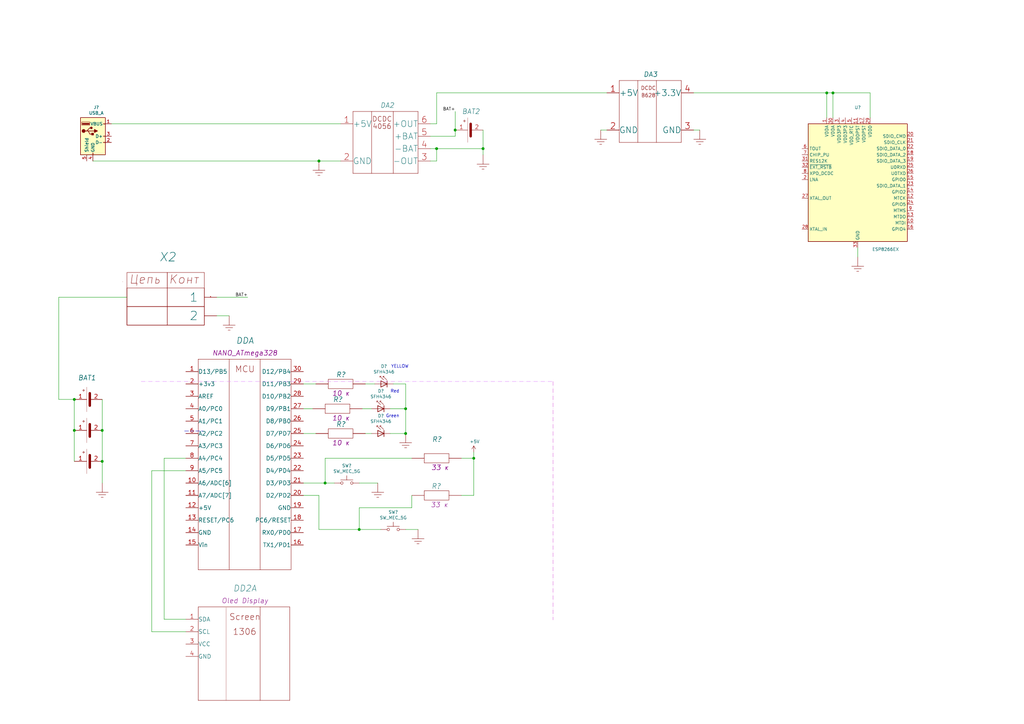
<source format=kicad_sch>
(kicad_sch (version 20201015) (generator eeschema)

  (paper "A3")

  (title_block
    (title "Блок питания")
    (date "2020-04-28")
    (rev "rev")
    (company "Lotes-TM")
    (comment 1 "МАВЦ.467291.014")
    (comment 2 "Михайлов")
    (comment 3 "Кулешов")
    (comment 4 "Крысин")
  )

  (lib_symbols
    (symbol "Connector:USB_A" (pin_names (offset 1.016)) (in_bom yes) (on_board yes)
      (property "Reference" "J" (id 0) (at -5.08 11.43 0)
        (effects (font (size 1.27 1.27)) (justify left))
      )
      (property "Value" "USB_A" (id 1) (at -5.08 8.89 0)
        (effects (font (size 1.27 1.27)) (justify left))
      )
      (property "Footprint" "" (id 2) (at 3.81 -1.27 0)
        (effects (font (size 1.27 1.27)) hide)
      )
      (property "Datasheet" " ~" (id 3) (at 3.81 -1.27 0)
        (effects (font (size 1.27 1.27)) hide)
      )
      (property "ki_keywords" "connector USB" (id 4) (at 0 0 0)
        (effects (font (size 1.27 1.27)) hide)
      )
      (property "ki_description" "USB Type A connector" (id 5) (at 0 0 0)
        (effects (font (size 1.27 1.27)) hide)
      )
      (property "ki_fp_filters" "USB*" (id 6) (at 0 0 0)
        (effects (font (size 1.27 1.27)) hide)
      )
      (symbol "USB_A_0_1"
        (circle (center -3.81 2.159) (radius 0.635) (stroke (width 0.254)) (fill (type outline)))
        (circle (center -0.635 3.429) (radius 0.381) (stroke (width 0.254)) (fill (type outline)))
        (rectangle (start -5.08 -7.62) (end 5.08 7.62)
          (stroke (width 0.254)) (fill (type background))
        )
        (rectangle (start -1.524 4.826) (end -4.318 5.334)
          (stroke (width 0)) (fill (type outline))
        )
        (rectangle (start -1.27 4.572) (end -4.572 5.842)
          (stroke (width 0)) (fill (type none))
        )
        (rectangle (start -0.127 -7.62) (end 0.127 -6.858)
          (stroke (width 0)) (fill (type none))
        )
        (rectangle (start 0.254 1.27) (end -0.508 0.508)
          (stroke (width 0.254)) (fill (type outline))
        )
        (rectangle (start 5.08 -2.667) (end 4.318 -2.413)
          (stroke (width 0)) (fill (type none))
        )
        (rectangle (start 5.08 -0.127) (end 4.318 0.127)
          (stroke (width 0)) (fill (type none))
        )
        (rectangle (start 5.08 4.953) (end 4.318 5.207)
          (stroke (width 0)) (fill (type none))
        )
        (polyline
          (pts
            (xy -3.175 2.159)
            (xy -2.54 2.159)
            (xy -1.27 3.429)
            (xy -0.635 3.429)
          )
          (stroke (width 0.254)) (fill (type none))
        )
        (polyline
          (pts
            (xy -2.54 2.159)
            (xy -1.905 2.159)
            (xy -1.27 0.889)
            (xy 0 0.889)
          )
          (stroke (width 0.254)) (fill (type none))
        )
        (polyline
          (pts
            (xy 0.635 2.794)
            (xy 0.635 1.524)
            (xy 1.905 2.159)
            (xy 0.635 2.794)
          )
          (stroke (width 0.254)) (fill (type outline))
        )
      )
      (symbol "USB_A_1_1"
        (polyline
          (pts
            (xy -1.905 2.159)
            (xy 0.635 2.159)
          )
          (stroke (width 0.254)) (fill (type none))
        )
        (pin power_in line (at 7.62 5.08 180) (length 2.54)
          (name "VBUS" (effects (font (size 1.27 1.27))))
          (number "1" (effects (font (size 1.27 1.27))))
        )
        (pin bidirectional line (at 7.62 -2.54 180) (length 2.54)
          (name "D-" (effects (font (size 1.27 1.27))))
          (number "2" (effects (font (size 1.27 1.27))))
        )
        (pin bidirectional line (at 7.62 0 180) (length 2.54)
          (name "D+" (effects (font (size 1.27 1.27))))
          (number "3" (effects (font (size 1.27 1.27))))
        )
        (pin power_in line (at 0 -10.16 90) (length 2.54)
          (name "GND" (effects (font (size 1.27 1.27))))
          (number "4" (effects (font (size 1.27 1.27))))
        )
        (pin passive line (at -2.54 -10.16 90) (length 2.54)
          (name "Shield" (effects (font (size 1.27 1.27))))
          (number "5" (effects (font (size 1.27 1.27))))
        )
      )
    )
    (symbol "Diodes_shottky:1N5821" (pin_numbers hide) (pin_names (offset 0) hide) (in_bom yes) (on_board yes)
      (property "Reference" "VD" (id 0) (at 6.35 6.35 0)
        (effects (font (size 2.5007 2.5007) italic))
      )
      (property "Value" "1N5821" (id 1) (at 0 77.47 0)
        (effects (font (size 2.0066 2.0066) italic) hide)
      )
      (property "Footprint" "[LTM][FP][Diodes]:[LTM][VD][DO-35][KD-3]" (id 2) (at 0 73.66 0)
        (effects (font (size 2.0066 2.0066) italic) hide)
      )
      (property "Datasheet" "C:/Program Files/KiCad/share/LTM_DataSheet/Диод_импульсный_КД510А.pdf" (id 3) (at 0 69.85 0)
        (effects (font (size 2.0066 2.0066) italic) hide)
      )
      (property "ValueName" "1N5821" (id 4) (at 6.35 -6.35 0)
        (effects (font (size 2.5007 2.5007) italic))
      )
      (property "ValueGroup" "Диоды" (id 5) (at 0 66.04 0)
        (effects (font (size 2.0066 2.0066) italic) hide)
      )
      (property "ValueGOST" "КД510А" (id 6) (at 0 62.23 0)
        (effects (font (size 2.0066 2.0066) italic) hide)
      )
      (property "ValueTU" "ТТЗ.362.100 ТУ/02" (id 7) (at 0 58.42 0)
        (effects (font (size 2.0066 2.0066) italic) hide)
      )
      (property "ValueManufacturer" "-" (id 8) (at 0 54.61 0)
        (effects (font (size 2.0066 2.0066) italic) hide)
      )
      (property "ValueTemp_1" "ТТЗ.362.100 ТУ/02" (id 9) (at 0 50.8 0)
        (effects (font (size 2.0066 2.0066) italic) hide)
      )
      (property "ValueSupplier" "-" (id 10) (at 0 46.99 0)
        (effects (font (size 2.0066 2.0066) italic) hide)
      )
      (property "ValueAnalog" "1N4148" (id 11) (at 1.27 43.18 0)
        (effects (font (size 2.0066 2.0066) italic) hide)
      )
      (property "ValueTemperature" "от минус 60 ⁰C до + 85 ⁰C" (id 12) (at 0 39.37 0)
        (effects (font (size 2.0066 2.0066) italic) hide)
      )
      (property "ValueNote" "-" (id 13) (at 0 35.56 0)
        (effects (font (size 2.0066 2.0066) italic) hide)
      )
      (property "ValueTemp_2" "ОТК" (id 14) (at 0 33.02 0)
        (effects (font (size 2.0066 2.0066) italic) hide)
      )
      (property "ValueTemp_3" "-" (id 15) (at 0 30.48 0)
        (effects (font (size 2.0066 2.0066) italic) hide)
      )
      (property "ValueTemp_4" "-" (id 16) (at 0 27.94 0)
        (effects (font (size 2.0066 2.0066) italic) hide)
      )
      (property "ValueTemp_5" "-" (id 17) (at 0 25.4 0)
        (effects (font (size 2.0066 2.0066) italic) hide)
      )
      (property "ki_keywords" "Диоды кремниевые, эпитаксиально-планарные, импульсные." (id 18) (at 0 0 0)
        (effects (font (size 1.27 1.27)) hide)
      )
      (property "ki_description" "Диод импульсный." (id 19) (at 0 0 0)
        (effects (font (size 1.27 1.27)) hide)
      )
      (property "ki_fp_filters" "[LTM][VD][DO-35][KD-3]*" (id 20) (at 0 0 0)
        (effects (font (size 1.27 1.27)) hide)
      )
      (symbol "1N5821_0_1"
        (polyline
          (pts
            (xy 8.89 3.175)
            (xy 9.525 3.175)
            (xy 9.525 2.54)
          )
          (stroke (width 0.0006)) (fill (type none))
        )
        (polyline
          (pts
            (xy 8.89 -3.175)
            (xy 8.255 -3.175)
            (xy 8.255 -2.54)
          )
          (stroke (width 0.0006)) (fill (type none))
        )
      )
      (symbol "1N5821_1_1"
        (polyline
          (pts
            (xy 8.89 -3.175)
            (xy 8.89 3.175)
          )
          (stroke (width 0)) (fill (type none))
        )
        (polyline
          (pts
            (xy 8.89 0)
            (xy 3.81 0)
          )
          (stroke (width 0)) (fill (type none))
        )
        (polyline
          (pts
            (xy 8.8392 0)
            (xy 3.8608 -2.9972)
            (xy 3.8608 2.9972)
            (xy 8.8392 0)
          )
          (stroke (width 0)) (fill (type none))
        )
        (pin passive line (at 0 0 0) (length 3.81)
          (name "A" (effects (font (size 2.0066 2.0066))))
          (number "1" (effects (font (size 2.0066 2.0066))))
        )
        (pin passive line (at 12.7 0 180) (length 3.81)
          (name "K" (effects (font (size 2.0066 2.0066))))
          (number "2" (effects (font (size 2.0066 2.0066))))
        )
      )
    )
    (symbol "LED:SFH4346" (pin_numbers hide) (pin_names hide) (in_bom yes) (on_board yes)
      (property "Reference" "D" (id 0) (at 0.508 1.778 0)
        (effects (font (size 1.27 1.27)) (justify left))
      )
      (property "Value" "SFH4346" (id 1) (at -1.016 -2.794 0)
        (effects (font (size 1.27 1.27)))
      )
      (property "Footprint" "LED_THT:LED_D3.0mm_IRBlack" (id 2) (at 0 4.445 0)
        (effects (font (size 1.27 1.27)) hide)
      )
      (property "Datasheet" "http://cdn-reichelt.de/documents/datenblatt/A500/SFH4346.pdf" (id 3) (at -1.27 0 0)
        (effects (font (size 1.27 1.27)) hide)
      )
      (property "ki_keywords" "opto IR LED" (id 4) (at 0 0 0)
        (effects (font (size 1.27 1.27)) hide)
      )
      (property "ki_description" "Infrared LED , 3mm LED package" (id 5) (at 0 0 0)
        (effects (font (size 1.27 1.27)) hide)
      )
      (property "ki_fp_filters" "LED*3.0mm*IRBlack*" (id 6) (at 0 0 0)
        (effects (font (size 1.27 1.27)) hide)
      )
      (symbol "SFH4346_0_1"
        (polyline
          (pts
            (xy -2.54 1.27)
            (xy -2.54 -1.27)
          )
          (stroke (width 0.254)) (fill (type none))
        )
        (polyline
          (pts
            (xy 0 0)
            (xy -2.54 0)
          )
          (stroke (width 0)) (fill (type none))
        )
        (polyline
          (pts
            (xy 0.381 3.175)
            (xy -0.127 3.175)
          )
          (stroke (width 0)) (fill (type none))
        )
        (polyline
          (pts
            (xy -1.143 1.651)
            (xy 0.381 3.175)
            (xy 0.381 2.667)
          )
          (stroke (width 0)) (fill (type none))
        )
        (polyline
          (pts
            (xy 0 1.27)
            (xy -2.54 0)
            (xy 0 -1.27)
            (xy 0 1.27)
          )
          (stroke (width 0.254)) (fill (type none))
        )
        (polyline
          (pts
            (xy -2.413 1.651)
            (xy -0.889 3.175)
            (xy -0.889 2.667)
            (xy -0.889 3.175)
            (xy -1.397 3.175)
          )
          (stroke (width 0)) (fill (type none))
        )
      )
      (symbol "SFH4346_1_1"
        (pin passive line (at -5.08 0 0) (length 2.54)
          (name "K" (effects (font (size 1.27 1.27))))
          (number "1" (effects (font (size 1.27 1.27))))
        )
        (pin passive line (at 2.54 0 180) (length 2.54)
          (name "A" (effects (font (size 1.27 1.27))))
          (number "2" (effects (font (size 1.27 1.27))))
        )
      )
    )
    (symbol "MCU_Espressif:ESP8266EX" (in_bom yes) (on_board yes)
      (property "Reference" "U" (id 0) (at 0 2.54 0)
        (effects (font (size 1.27 1.27)))
      )
      (property "Value" "ESP8266EX" (id 1) (at 0 -2.54 0)
        (effects (font (size 1.27 1.27)))
      )
      (property "Footprint" "Package_DFN_QFN:QFN-32-1EP_5x5mm_P0.5mm_EP3.45x3.45mm" (id 2) (at 0 -33.02 0)
        (effects (font (size 1.27 1.27)) hide)
      )
      (property "Datasheet" "http://espressif.com/sites/default/files/documentation/0a-esp8266ex_datasheet_en.pdf" (id 3) (at 2.54 -33.02 0)
        (effects (font (size 1.27 1.27)) hide)
      )
      (property "ki_keywords" "wifi soc" (id 4) (at 0 0 0)
        (effects (font (size 1.27 1.27)) hide)
      )
      (property "ki_description" "Highly integrated Wi-Fi SoC, QFN-32" (id 5) (at 0 0 0)
        (effects (font (size 1.27 1.27)) hide)
      )
      (property "ki_fp_filters" "QFN*1EP*5x5mm*P0.5mm*" (id 6) (at 0 0 0)
        (effects (font (size 1.27 1.27)) hide)
      )
      (symbol "ESP8266EX_0_1"
        (rectangle (start -20.32 22.86) (end 20.32 -25.4)
          (stroke (width 0.254)) (fill (type background))
        )
      )
      (symbol "ESP8266EX_1_1"
        (pin power_in line (at -12.7 25.4 270) (length 2.54)
          (name "VDDA" (effects (font (size 1.27 1.27))))
          (number "1" (effects (font (size 1.27 1.27))))
        )
        (pin bidirectional line (at 22.86 -17.78 180) (length 2.54)
          (name "MTDI" (effects (font (size 1.27 1.27))))
          (number "10" (effects (font (size 1.27 1.27))))
        )
        (pin power_in line (at 0 25.4 270) (length 2.54)
          (name "VDDPST" (effects (font (size 1.27 1.27))))
          (number "11" (effects (font (size 1.27 1.27))))
        )
        (pin bidirectional line (at 22.86 -7.62 180) (length 2.54)
          (name "MTCK" (effects (font (size 1.27 1.27))))
          (number "12" (effects (font (size 1.27 1.27))))
        )
        (pin bidirectional line (at 22.86 -15.24 180) (length 2.54)
          (name "MTDO" (effects (font (size 1.27 1.27))))
          (number "13" (effects (font (size 1.27 1.27))))
        )
        (pin bidirectional line (at 22.86 -5.08 180) (length 2.54)
          (name "GPIO2" (effects (font (size 1.27 1.27))))
          (number "14" (effects (font (size 1.27 1.27))))
        )
        (pin bidirectional line (at 22.86 0 180) (length 2.54)
          (name "GPIO0" (effects (font (size 1.27 1.27))))
          (number "15" (effects (font (size 1.27 1.27))))
        )
        (pin bidirectional line (at 22.86 -20.32 180) (length 2.54)
          (name "GPIO4" (effects (font (size 1.27 1.27))))
          (number "16" (effects (font (size 1.27 1.27))))
        )
        (pin power_in line (at 2.54 25.4 270) (length 2.54)
          (name "VDDPST" (effects (font (size 1.27 1.27))))
          (number "17" (effects (font (size 1.27 1.27))))
        )
        (pin bidirectional line (at 22.86 10.16 180) (length 2.54)
          (name "SDIO_DATA_2" (effects (font (size 1.27 1.27))))
          (number "18" (effects (font (size 1.27 1.27))))
        )
        (pin bidirectional line (at 22.86 7.62 180) (length 2.54)
          (name "SDIO_DATA_3" (effects (font (size 1.27 1.27))))
          (number "19" (effects (font (size 1.27 1.27))))
        )
        (pin bidirectional line (at -22.86 0 0) (length 2.54)
          (name "LNA" (effects (font (size 1.27 1.27))))
          (number "2" (effects (font (size 1.27 1.27))))
        )
        (pin bidirectional line (at 22.86 17.78 180) (length 2.54)
          (name "SDIO_CMD" (effects (font (size 1.27 1.27))))
          (number "20" (effects (font (size 1.27 1.27))))
        )
        (pin bidirectional line (at 22.86 15.24 180) (length 2.54)
          (name "SDIO_CLK" (effects (font (size 1.27 1.27))))
          (number "21" (effects (font (size 1.27 1.27))))
        )
        (pin bidirectional line (at 22.86 12.7 180) (length 2.54)
          (name "SDIO_DATA_0" (effects (font (size 1.27 1.27))))
          (number "22" (effects (font (size 1.27 1.27))))
        )
        (pin bidirectional line (at 22.86 -2.54 180) (length 2.54)
          (name "SDIO_DATA_1" (effects (font (size 1.27 1.27))))
          (number "23" (effects (font (size 1.27 1.27))))
        )
        (pin bidirectional line (at 22.86 -10.16 180) (length 2.54)
          (name "GPIO5" (effects (font (size 1.27 1.27))))
          (number "24" (effects (font (size 1.27 1.27))))
        )
        (pin bidirectional line (at 22.86 5.08 180) (length 2.54)
          (name "U0RXD" (effects (font (size 1.27 1.27))))
          (number "25" (effects (font (size 1.27 1.27))))
        )
        (pin bidirectional line (at 22.86 2.54 180) (length 2.54)
          (name "U0TXD" (effects (font (size 1.27 1.27))))
          (number "26" (effects (font (size 1.27 1.27))))
        )
        (pin bidirectional line (at -22.86 -7.62 0) (length 2.54)
          (name "XTAL_OUT" (effects (font (size 1.27 1.27))))
          (number "27" (effects (font (size 1.27 1.27))))
        )
        (pin bidirectional line (at -22.86 -20.32 0) (length 2.54)
          (name "XTAL_IN" (effects (font (size 1.27 1.27))))
          (number "28" (effects (font (size 1.27 1.27))))
        )
        (pin power_in line (at 5.08 25.4 270) (length 2.54)
          (name "VDDD" (effects (font (size 1.27 1.27))))
          (number "29" (effects (font (size 1.27 1.27))))
        )
        (pin power_in line (at -7.62 25.4 270) (length 2.54)
          (name "VDD3P3" (effects (font (size 1.27 1.27))))
          (number "3" (effects (font (size 1.27 1.27))))
        )
        (pin power_in line (at -10.16 25.4 270) (length 2.54)
          (name "VDDA" (effects (font (size 1.27 1.27))))
          (number "30" (effects (font (size 1.27 1.27))))
        )
        (pin input line (at -22.86 7.62 0) (length 2.54)
          (name "RES12K" (effects (font (size 1.27 1.27))))
          (number "31" (effects (font (size 1.27 1.27))))
        )
        (pin input line (at -22.86 5.08 0) (length 2.54)
          (name "~EXT_RSTB~" (effects (font (size 1.27 1.27))))
          (number "32" (effects (font (size 1.27 1.27))))
        )
        (pin power_in line (at 0 -27.94 90) (length 2.54)
          (name "GND" (effects (font (size 1.27 1.27))))
          (number "33" (effects (font (size 1.27 1.27))))
        )
        (pin power_in line (at -5.08 25.4 270) (length 2.54)
          (name "VDD3P3" (effects (font (size 1.27 1.27))))
          (number "4" (effects (font (size 1.27 1.27))))
        )
        (pin power_in line (at -2.54 25.4 270) (length 2.54)
          (name "VDD_RTC" (effects (font (size 1.27 1.27))))
          (number "5" (effects (font (size 1.27 1.27))))
        )
        (pin input line (at -22.86 12.7 0) (length 2.54)
          (name "TOUT" (effects (font (size 1.27 1.27))))
          (number "6" (effects (font (size 1.27 1.27))))
        )
        (pin input line (at -22.86 10.16 0) (length 2.54)
          (name "CHIP_PU" (effects (font (size 1.27 1.27))))
          (number "7" (effects (font (size 1.27 1.27))))
        )
        (pin bidirectional line (at -22.86 2.54 0) (length 2.54)
          (name "XPD_DCDC" (effects (font (size 1.27 1.27))))
          (number "8" (effects (font (size 1.27 1.27))))
        )
        (pin bidirectional line (at 22.86 -12.7 180) (length 2.54)
          (name "MTMS" (effects (font (size 1.27 1.27))))
          (number "9" (effects (font (size 1.27 1.27))))
        )
      )
    )
    (symbol "Switch:SW_MEC_5G" (pin_numbers hide) (pin_names hide) (in_bom yes) (on_board yes)
      (property "Reference" "SW" (id 0) (at 1.27 2.54 0)
        (effects (font (size 1.27 1.27)) (justify left))
      )
      (property "Value" "SW_MEC_5G" (id 1) (at 0 -1.524 0)
        (effects (font (size 1.27 1.27)))
      )
      (property "Footprint" "" (id 2) (at 0 5.08 0)
        (effects (font (size 1.27 1.27)) hide)
      )
      (property "Datasheet" "http://www.apem.com/int/index.php?controller=attachment&id_attachment=488" (id 3) (at 0 5.08 0)
        (effects (font (size 1.27 1.27)) hide)
      )
      (property "ki_keywords" "switch normally-open pushbutton push-button" (id 4) (at 0 0 0)
        (effects (font (size 1.27 1.27)) hide)
      )
      (property "ki_description" "MEC 5G single pole normally-open tactile switch" (id 5) (at 0 0 0)
        (effects (font (size 1.27 1.27)) hide)
      )
      (property "ki_fp_filters" "SW*MEC*5G*" (id 6) (at 0 0 0)
        (effects (font (size 1.27 1.27)) hide)
      )
      (symbol "SW_MEC_5G_0_1"
        (circle (center -2.032 0) (radius 0.508) (stroke (width 0)) (fill (type none)))
        (circle (center 2.032 0) (radius 0.508) (stroke (width 0)) (fill (type none)))
        (polyline
          (pts
            (xy 0 1.27)
            (xy 0 3.048)
          )
          (stroke (width 0)) (fill (type none))
        )
        (polyline
          (pts
            (xy 2.54 1.27)
            (xy -2.54 1.27)
          )
          (stroke (width 0)) (fill (type none))
        )
        (pin passive line (at -5.08 0 0) (length 2.54)
          (name "A" (effects (font (size 1.27 1.27))))
          (number "1" (effects (font (size 1.27 1.27))))
        )
        (pin passive line (at 5.08 0 180) (length 2.54)
          (name "B" (effects (font (size 1.27 1.27))))
          (number "3" (effects (font (size 1.27 1.27))))
        )
      )
      (symbol "SW_MEC_5G_1_1"
        (pin passive line (at -5.08 0 0) (length 2.54) hide
          (name "A" (effects (font (size 1.27 1.27))))
          (number "2" (effects (font (size 1.27 1.27))))
        )
        (pin passive line (at 5.08 0 180) (length 2.54) hide
          (name "B" (effects (font (size 1.27 1.27))))
          (number "4" (effects (font (size 1.27 1.27))))
        )
      )
    )
    (symbol "[LTM][Resistors][r1-12][0805][2012M][5]:R1-12-0,125-10kOhm-5%-M" (pin_numbers hide) (pin_names (offset 0) hide) (in_bom yes) (on_board yes)
      (property "Reference" "R" (id 0) (at 0 3.81 0)
        (effects (font (size 2.0066 2.0066) italic))
      )
      (property "Value" "R1-12-0,125-10kOhm-5%-M" (id 1) (at 1.27 82.55 0)
        (effects (font (size 2.54 2.54) italic) hide)
      )
      (property "Footprint" "[LTM][FP][Resistors]:[LTM][R][0805][2012M]" (id 2) (at 0 78.74 0)
        (effects (font (size 2.54 2.54) italic) hide)
      )
      (property "Datasheet" "LTM_DataSheet/Каталог_ОАО_НПО_ЭРКОН.pdf" (id 3) (at 0 74.93 0)
        (effects (font (size 2.54 2.54) italic) hide)
      )
      (property "ValueName" "10 к" (id 4) (at 0 -3.81 0)
        (effects (font (size 2.0066 2.0066) italic))
      )
      (property "ValueGroup" "Резисторы" (id 5) (at 0 71.12 0)
        (effects (font (size 2.54 2.54) italic) hide)
      )
      (property "ValueGOST" "Р1-12-0,125-10 кОм ±5%-М-\"А\"" (id 6) (at 0 67.31 0)
        (effects (font (size 2.54 2.54) italic) hide)
      )
      (property "ValueTU" "АЛЯР.434110.005 ТУ" (id 7) (at 0 63.5 0)
        (effects (font (size 2.54 2.54) italic) hide)
      )
      (property "ValueManufacturer" "ОАО НПО «ЭРКОН»" (id 8) (at 0 59.69 0)
        (effects (font (size 2.54 2.54) italic) hide)
      )
      (property "ValueTemp_1" "АЛЯР.434110.005 ТУ" (id 9) (at 0 55.88 0)
        (effects (font (size 2.54 2.54) italic) hide)
      )
      (property "ValueSupplier" "ОАО НПО «ЭРКОН»" (id 10) (at 0 52.07 0)
        (effects (font (size 2.54 2.54) italic) hide)
      )
      (property "ValueAnalog" "SMD-0805-0,125Вт-10кОм±5%" (id 11) (at 0 48.26 0)
        (effects (font (size 2.54 2.54) italic) hide)
      )
      (property "ValueTemperature" "от минус 60 ⁰C до + 155 ⁰C" (id 12) (at 0 44.45 0)
        (effects (font (size 2.54 2.54) italic) hide)
      )
      (property "ValueNote" "-" (id 13) (at 0 40.64 0)
        (effects (font (size 2.54 2.54) italic) hide)
      )
      (property "ValueTemp_2" "-" (id 14) (at 0 38.1 0)
        (effects (font (size 2.54 2.54) italic) hide)
      )
      (property "ValueTemp_3" "-" (id 15) (at 0 35.56 0)
        (effects (font (size 2.54 2.54) italic) hide)
      )
      (property "ValueTemp_4" "-" (id 16) (at 0 33.02 0)
        (effects (font (size 2.54 2.54) italic) hide)
      )
      (property "ValueTemp_5" "-" (id 17) (at 0 30.48 0)
        (effects (font (size 2.54 2.54) italic) hide)
      )
      (property "ValueR" "10000" (id 18) (at 0 27.94 0)
        (effects (font (size 2.54 2.54) italic) hide)
      )
      (property "ki_description" "Резистор керамический толстопленочный" (id 19) (at 0 0 0)
        (effects (font (size 1.27 1.27)) hide)
      )
      (property "ki_fp_filters" "[LTM][R]* R_*" (id 20) (at 0 0 0)
        (effects (font (size 1.27 1.27)) hide)
      )
      (symbol "R1-12-0,125-10kOhm-5%-M_0_1"
        (rectangle (start -5.08 1.905) (end 5.08 -1.905)
          (stroke (width 0)) (fill (type none))
        )
      )
      (symbol "R1-12-0,125-10kOhm-5%-M_1_1"
        (pin passive line (at -10.16 0 0) (length 5.08)
          (name "~" (effects (font (size 2.54 2.54))))
          (number "1" (effects (font (size 2.54 2.54))))
        )
        (pin passive line (at 10.16 0 180) (length 5.08)
          (name "~" (effects (font (size 2.54 2.54))))
          (number "2" (effects (font (size 2.54 2.54))))
        )
      )
    )
    (symbol "[LTM][Resistors][r1-12][0805][2012M][5]:R1-12-0,125-33kOhm-1%-M" (pin_numbers hide) (pin_names (offset 0) hide) (in_bom yes) (on_board yes)
      (property "Reference" "R" (id 0) (at 0 3.81 0)
        (effects (font (size 2.0066 2.0066) italic))
      )
      (property "Value" "R1-12-0,125-33kOhm-1%-M" (id 1) (at 1.27 82.55 0)
        (effects (font (size 2.54 2.54) italic) hide)
      )
      (property "Footprint" "[LTM][FP][Resistors]:[LTM][R][0805][2012M]" (id 2) (at 0 78.74 0)
        (effects (font (size 2.54 2.54) italic) hide)
      )
      (property "Datasheet" "LTM_DataSheet/Каталог_ОАО_НПО_ЭРКОН.pdf" (id 3) (at 0 74.93 0)
        (effects (font (size 2.54 2.54) italic) hide)
      )
      (property "ValueName" "33 к" (id 4) (at 0 -3.81 0)
        (effects (font (size 2.0066 2.0066) italic))
      )
      (property "ValueGroup" "Резисторы" (id 5) (at 0 71.12 0)
        (effects (font (size 2.54 2.54) italic) hide)
      )
      (property "ValueGOST" "Р1-12-0,125-33 кОм ±1%-М-\"А\"" (id 6) (at 0 67.31 0)
        (effects (font (size 2.54 2.54) italic) hide)
      )
      (property "ValueTU" "АЛЯР.434110.005 ТУ" (id 7) (at 0 63.5 0)
        (effects (font (size 2.54 2.54) italic) hide)
      )
      (property "ValueManufacturer" "ОАО НПО «ЭРКОН»" (id 8) (at 0 59.69 0)
        (effects (font (size 2.54 2.54) italic) hide)
      )
      (property "ValueTemp_1" "АЛЯР.434110.005 ТУ" (id 9) (at 0 55.88 0)
        (effects (font (size 2.54 2.54) italic) hide)
      )
      (property "ValueSupplier" "ОАО НПО «ЭРКОН»" (id 10) (at 0 52.07 0)
        (effects (font (size 2.54 2.54) italic) hide)
      )
      (property "ValueAnalog" "SMD-0805-0,125Вт-33кОм±1%" (id 11) (at 0 48.26 0)
        (effects (font (size 2.54 2.54) italic) hide)
      )
      (property "ValueTemperature" "от минус 60 ⁰C до + 155 ⁰C" (id 12) (at 0 44.45 0)
        (effects (font (size 2.54 2.54) italic) hide)
      )
      (property "ValueNote" "-" (id 13) (at 0 40.64 0)
        (effects (font (size 2.54 2.54) italic) hide)
      )
      (property "ValueTemp_2" "-" (id 14) (at 0 38.1 0)
        (effects (font (size 2.54 2.54) italic) hide)
      )
      (property "ValueTemp_3" "-" (id 15) (at 0 35.56 0)
        (effects (font (size 2.54 2.54) italic) hide)
      )
      (property "ValueTemp_4" "-" (id 16) (at 0 33.02 0)
        (effects (font (size 2.54 2.54) italic) hide)
      )
      (property "ValueTemp_5" "-" (id 17) (at 0 30.48 0)
        (effects (font (size 2.54 2.54) italic) hide)
      )
      (property "ValueR" "33000" (id 18) (at 0 27.94 0)
        (effects (font (size 2.54 2.54) italic) hide)
      )
      (property "ki_description" "Резистор керамический толстопленочный" (id 19) (at 0 0 0)
        (effects (font (size 1.27 1.27)) hide)
      )
      (property "ki_fp_filters" "[LTM][R]* R_*" (id 20) (at 0 0 0)
        (effects (font (size 1.27 1.27)) hide)
      )
      (symbol "R1-12-0,125-33kOhm-1%-M_0_1"
        (rectangle (start -5.08 1.905) (end 5.08 -1.905)
          (stroke (width 0)) (fill (type none))
        )
      )
      (symbol "R1-12-0,125-33kOhm-1%-M_1_1"
        (pin passive line (at -10.16 0 0) (length 5.08)
          (name "~" (effects (font (size 2.54 2.54))))
          (number "1" (effects (font (size 2.54 2.54))))
        )
        (pin passive line (at 10.16 0 180) (length 5.08)
          (name "~" (effects (font (size 2.54 2.54))))
          (number "2" (effects (font (size 2.54 2.54))))
        )
      )
    )
    (symbol "power:+5V" (power) (pin_names (offset 0)) (in_bom yes) (on_board yes)
      (property "Reference" "#PWR" (id 0) (at 0 -3.81 0)
        (effects (font (size 1.27 1.27)) hide)
      )
      (property "Value" "+5V" (id 1) (at 0 3.556 0)
        (effects (font (size 1.27 1.27)))
      )
      (property "Footprint" "" (id 2) (at 0 0 0)
        (effects (font (size 1.27 1.27)) hide)
      )
      (property "Datasheet" "" (id 3) (at 0 0 0)
        (effects (font (size 1.27 1.27)) hide)
      )
      (property "ki_keywords" "power-flag" (id 4) (at 0 0 0)
        (effects (font (size 1.27 1.27)) hide)
      )
      (property "ki_description" "Power symbol creates a global label with name \"+5V\"" (id 5) (at 0 0 0)
        (effects (font (size 1.27 1.27)) hide)
      )
      (symbol "+5V_0_1"
        (polyline
          (pts
            (xy -0.762 1.27)
            (xy 0 2.54)
          )
          (stroke (width 0)) (fill (type none))
        )
        (polyline
          (pts
            (xy 0 0)
            (xy 0 2.54)
          )
          (stroke (width 0)) (fill (type none))
        )
        (polyline
          (pts
            (xy 0 2.54)
            (xy 0.762 1.27)
          )
          (stroke (width 0)) (fill (type none))
        )
      )
      (symbol "+5V_1_1"
        (pin power_in line (at 0 0 90) (length 0) hide
          (name "+5V" (effects (font (size 1.27 1.27))))
          (number "1" (effects (font (size 1.27 1.27))))
        )
      )
    )
    (symbol "power_modules:AC-DC_220_5_1" (pin_names (offset 0.002)) (in_bom yes) (on_board yes)
      (property "Reference" "DA" (id 0) (at 16.51 7.62 0)
        (effects (font (size 3 3) italic))
      )
      (property "Value" "AC-DC_220_5" (id 1) (at 0 77 0)
        (effects (font (size 2 2) italic) hide)
      )
      (property "Footprint" "[LTM][FP][Microchips]:[LTM][DA][4116.8-3]" (id 2) (at 0 73 0)
        (effects (font (size 2 2) italic) hide)
      )
      (property "Datasheet" "C:/Program Files/KiCad/share/LTM_KiCAD_LIB/LTM_DataSheet/Микросхема_управления_питанием_ 1309ЕН_АО_ПКК_Миландр.pdf" (id 3) (at 0 69 0)
        (effects (font (size 2 2) italic) hide)
      )
      (property "ValueName" "ACDC" (id 4) (at 22 -22 0)
        (effects (font (size 2 2) italic) hide)
      )
      (property "ValueGroup" "Микросхемы" (id 5) (at 0 66 0)
        (effects (font (size 2 2) italic) hide)
      )
      (property "ValueGOST" "1309ЕН3.3Т" (id 6) (at 0 62 0)
        (effects (font (size 2 2) italic) hide)
      )
      (property "ValueTU" "АЕЯР.431420.668ТУ" (id 7) (at 0 58 0)
        (effects (font (size 2 2) italic) hide)
      )
      (property "ValueManufacturer" "ф. АО «ПКК МИЛАНДР»" (id 8) (at 0 54 0)
        (effects (font (size 2 2) italic) hide)
      )
      (property "ValueTemp_1" "АЕЯР.431420.668ТУ" (id 9) (at 0 50 0)
        (effects (font (size 2 2) italic) hide)
      )
      (property "ValueSupplier" "ф. АО «ПКК МИЛАНДР»" (id 10) (at 0 46 0)
        (effects (font (size 2 2) italic) hide)
      )
      (property "ValueAnalog" "К1309ЕН3.3Т" (id 11) (at 1 43 0)
        (effects (font (size 2 2) italic) hide)
      )
      (property "ValueTemperature" "от минус 60 ⁰C до +85 ⁰C" (id 12) (at 0 39 0)
        (effects (font (size 2 2) italic) hide)
      )
      (property "ValueNote" "-" (id 13) (at 0 35 0)
        (effects (font (size 2 2) italic) hide)
      )
      (property "ValueTemp_2" "ВП" (id 14) (at 0 33 0)
        (effects (font (size 2 2) italic) hide)
      )
      (property "ValueTemp_3" "-" (id 15) (at 0 30 0)
        (effects (font (size 2 2) italic) hide)
      )
      (property "ValueTemp_4" "-" (id 16) (at 0 27 0)
        (effects (font (size 2 2) italic) hide)
      )
      (property "ValueTemp_5" "-" (id 17) (at 0 25 0)
        (effects (font (size 2 2) italic) hide)
      )
      (property "ki_description" "Стабилизатор напряжения регулируемый" (id 18) (at 0 0 0)
        (effects (font (size 1.27 1.27)) hide)
      )
      (property "ki_fp_filters" "[LTM][DA][4116.8-3]*" (id 19) (at 0 0 0)
        (effects (font (size 1.27 1.27)) hide)
      )
      (symbol "AC-DC_220_5_1_0_0"
        (text "AC" (at 16.51 1.27 0)
          (effects (font (size 3 3)))
        )
        (text "DC" (at 16.51 -3.81 0)
          (effects (font (size 3 3)))
        )
        (polyline
          (pts
            (xy 5.08 5.08)
            (xy 30.48 5.08)
          )
          (stroke (width 0)) (fill (type none))
        )
        (polyline
          (pts
            (xy 5.08 -20.32)
            (xy 30.48 -20.32)
          )
          (stroke (width 0)) (fill (type none))
        )
      )
      (symbol "AC-DC_220_5_1_0_1"
        (polyline
          (pts
            (xy 5.08 -20.32)
            (xy 5.08 5.08)
          )
          (stroke (width 0)) (fill (type none))
        )
        (polyline
          (pts
            (xy 12 5)
            (xy 12 -20)
          )
          (stroke (width 0)) (fill (type none))
        )
        (polyline
          (pts
            (xy 21.59 -20.32)
            (xy 21.59 5.08)
          )
          (stroke (width 0)) (fill (type none))
        )
        (polyline
          (pts
            (xy 30.48 5.08)
            (xy 30.48 -20.32)
          )
          (stroke (width 0)) (fill (type none))
        )
      )
      (symbol "AC-DC_220_5_1_1_1"
        (pin power_in line (at 0 -15.24 0) (length 5)
          (name "AC" (effects (font (size 3 3))))
          (number "2" (effects (font (size 3 3))))
        )
        (pin power_out line (at 35.56 0 180) (length 5)
          (name "+5V" (effects (font (size 3 3))))
          (number "4" (effects (font (size 3 3))))
        )
        (pin power_out line (at 35.56 -15.24 180) (length 5)
          (name "GND" (effects (font (size 3 3))))
          (number "3" (effects (font (size 3 3))))
        )
        (pin power_in line (at 0 0 0) (length 5)
          (name "AC" (effects (font (size 3 3))))
          (number "1" (effects (font (size 3 3))))
        )
      )
    )
    (symbol "power_modules:CELL1" (pin_names (offset 0.635)) (in_bom yes) (on_board yes)
      (property "Reference" "BAT" (id 0) (at 3.81 8.89 0)
        (effects (font (size 2.007 2.007) italic))
      )
      (property "Value" "CELL1" (id 1) (at 0 77.47 0)
        (effects (font (size 2.0066 2.0066) italic) hide)
      )
      (property "Footprint" "[LTM][FP][Microchips]:[LTM][DA][4116.8-3]" (id 2) (at 0 73.66 0)
        (effects (font (size 2.0066 2.0066) italic) hide)
      )
      (property "Datasheet" "C:/Program Files/KiCad/share/LTM_KiCAD_LIB/LTM_DataSheet/Микросхема_управления_питанием_ 1309ЕН_АО_ПКК_Миландр.pdf" (id 3) (at 0 69.85 0)
        (effects (font (size 2.0066 2.0066) italic) hide)
      )
      (property "ValueName" "ACDC" (id 4) (at 22.86 -22.86 0)
        (effects (font (size 2.007 2.007) italic) hide)
      )
      (property "ValueGroup" "Микросхемы" (id 5) (at 0 66.04 0)
        (effects (font (size 2.0066 2.0066) italic) hide)
      )
      (property "ValueGOST" "1309ЕН3.3Т" (id 6) (at 0 62.23 0)
        (effects (font (size 2.0066 2.0066) italic) hide)
      )
      (property "ValueTU" "АЕЯР.431420.668ТУ" (id 7) (at 0 58.42 0)
        (effects (font (size 2.0066 2.0066) italic) hide)
      )
      (property "ValueManufacturer" "ф. АО «ПКК МИЛАНДР»" (id 8) (at 0 54.61 0)
        (effects (font (size 2.0066 2.0066) italic) hide)
      )
      (property "ValueTemp_1" "АЕЯР.431420.668ТУ" (id 9) (at 0 50.8 0)
        (effects (font (size 2.0066 2.0066) italic) hide)
      )
      (property "ValueSupplier" "ф. АО «ПКК МИЛАНДР»" (id 10) (at 0 46.99 0)
        (effects (font (size 2.0066 2.0066) italic) hide)
      )
      (property "ValueAnalog" "К1309ЕН3.3Т" (id 11) (at 1.27 43.18 0)
        (effects (font (size 2.0066 2.0066) italic) hide)
      )
      (property "ValueTemperature" "от минус 60 ⁰C до +85 ⁰C" (id 12) (at 0 39.37 0)
        (effects (font (size 2.0066 2.0066) italic) hide)
      )
      (property "ValueNote" "-" (id 13) (at 0 35.56 0)
        (effects (font (size 2.0066 2.0066) italic) hide)
      )
      (property "ValueTemp_2" "ВП" (id 14) (at 0 33.02 0)
        (effects (font (size 2.0066 2.0066) italic) hide)
      )
      (property "ValueTemp_3" "-" (id 15) (at 0 30.48 0)
        (effects (font (size 2.0066 2.0066) italic) hide)
      )
      (property "ValueTemp_4" "-" (id 16) (at 0 27.94 0)
        (effects (font (size 2.0066 2.0066) italic) hide)
      )
      (property "ValueTemp_5" "-" (id 17) (at 0 25.4 0)
        (effects (font (size 2.0066 2.0066) italic) hide)
      )
      (property "ki_description" "Стабилизатор напряжения регулируемый" (id 18) (at 0 0 0)
        (effects (font (size 1.27 1.27)) hide)
      )
      (property "ki_fp_filters" "[LTM][DA][4116.8-3]*" (id 19) (at 0 0 0)
        (effects (font (size 1.27 1.27)) hide)
      )
      (symbol "CELL1_0_0"
        (text "+" (at 3.81 3.81 0)
          (effects (font (size 1.27 1.27)))
        )
        (polyline
          (pts
            (xy 5.08 5.08)
            (xy 5.08 -5.08)
            (xy 5.08 -3.81)
          )
          (stroke (width 0.001)) (fill (type none))
        )
        (polyline
          (pts
            (xy 6.35 2.54)
            (xy 6.35 -2.54)
          )
          (stroke (width 1.001)) (fill (type none))
        )
        (pin power_in line (at 0 0 0) (length 5.08)
          (name "~" (effects (font (size 2.007 2.007))))
          (number "1" (effects (font (size 1.702 1.702))))
        )
      )
      (symbol "CELL1_1_1"
        (pin power_in line (at 11.43 0 180) (length 5.08)
          (name "~" (effects (font (size 2.007 2.007))))
          (number "2" (effects (font (size 1.702 1.702))))
        )
      )
    )
    (symbol "power_modules:CELL3" (pin_names (offset 0.635)) (in_bom yes) (on_board yes)
      (property "Reference" "BAT" (id 0) (at 5.08 8.89 0)
        (effects (font (size 2.007 2.007) italic))
      )
      (property "Value" "CELL3" (id 1) (at 0 77.47 0)
        (effects (font (size 2.0066 2.0066) italic) hide)
      )
      (property "Footprint" "[LTM][FP][Microchips]:[LTM][DA][4116.8-3]" (id 2) (at 0 73.66 0)
        (effects (font (size 2.0066 2.0066) italic) hide)
      )
      (property "Datasheet" "C:/Program Files/KiCad/share/LTM_KiCAD_LIB/LTM_DataSheet/Микросхема_управления_питанием_ 1309ЕН_АО_ПКК_Миландр.pdf" (id 3) (at 0 69.85 0)
        (effects (font (size 2.0066 2.0066) italic) hide)
      )
      (property "ValueName" "ВНЕШНЯЯ БАТАРЕЯ" (id 4) (at 6.35 -33.02 0)
        (effects (font (size 2.007 2.007) italic))
      )
      (property "ValueGroup" "Микросхемы" (id 5) (at 0 66.04 0)
        (effects (font (size 2.0066 2.0066) italic) hide)
      )
      (property "ValueGOST" "1309ЕН3.3Т" (id 6) (at 0 62.23 0)
        (effects (font (size 2.0066 2.0066) italic) hide)
      )
      (property "ValueTU" "АЕЯР.431420.668ТУ" (id 7) (at 0 58.42 0)
        (effects (font (size 2.0066 2.0066) italic) hide)
      )
      (property "ValueManufacturer" "ф. АО «ПКК МИЛАНДР»" (id 8) (at 0 54.61 0)
        (effects (font (size 2.0066 2.0066) italic) hide)
      )
      (property "ValueTemp_1" "АЕЯР.431420.668ТУ" (id 9) (at 0 50.8 0)
        (effects (font (size 2.0066 2.0066) italic) hide)
      )
      (property "ValueSupplier" "ф. АО «ПКК МИЛАНДР»" (id 10) (at 0 46.99 0)
        (effects (font (size 2.0066 2.0066) italic) hide)
      )
      (property "ValueAnalog" "К1309ЕН3.3Т" (id 11) (at 1.27 43.18 0)
        (effects (font (size 2.0066 2.0066) italic) hide)
      )
      (property "ValueTemperature" "от минус 60 ⁰C до +85 ⁰C" (id 12) (at 0 39.37 0)
        (effects (font (size 2.0066 2.0066) italic) hide)
      )
      (property "ValueNote" "-" (id 13) (at 0 35.56 0)
        (effects (font (size 2.0066 2.0066) italic) hide)
      )
      (property "ValueTemp_2" "ВП" (id 14) (at 0 33.02 0)
        (effects (font (size 2.0066 2.0066) italic) hide)
      )
      (property "ValueTemp_3" "-" (id 15) (at 0 30.48 0)
        (effects (font (size 2.0066 2.0066) italic) hide)
      )
      (property "ValueTemp_4" "-" (id 16) (at 0 27.94 0)
        (effects (font (size 2.0066 2.0066) italic) hide)
      )
      (property "ValueTemp_5" "-" (id 17) (at 0 25.4 0)
        (effects (font (size 2.0066 2.0066) italic) hide)
      )
      (property "ki_description" "Стабилизатор напряжения регулируемый" (id 18) (at 0 0 0)
        (effects (font (size 1.27 1.27)) hide)
      )
      (property "ki_fp_filters" "[LTM][DA][4116.8-3]*" (id 19) (at 0 0 0)
        (effects (font (size 1.27 1.27)) hide)
      )
      (symbol "CELL3_0_0"
        (text "+" (at 3.81 3.81 0)
          (effects (font (size 1.27 1.27)))
        )
        (text "+" (at 3.81 -8.89 0)
          (effects (font (size 1.27 1.27)))
        )
        (text "" (at -10.16 0 0)
          (effects (font (size 1.27 1.27)))
        )
        (text "+" (at 3.81 -21.59 0)
          (effects (font (size 1.27 1.27)))
        )
        (text "" (at -10.16 -25.4 0)
          (effects (font (size 1.27 1.27)))
        )
        (polyline
          (pts
            (xy 5.08 5.08)
            (xy 5.08 -5.08)
            (xy 5.08 -3.81)
          )
          (stroke (width 0.001)) (fill (type none))
        )
        (polyline
          (pts
            (xy 6.35 2.54)
            (xy 6.35 -2.54)
          )
          (stroke (width 1.001)) (fill (type none))
        )
        (polyline
          (pts
            (xy 5.08 -7.62)
            (xy 5.08 -17.78)
            (xy 5.08 -16.51)
          )
          (stroke (width 0.001)) (fill (type none))
        )
        (polyline
          (pts
            (xy 6.35 -10.16)
            (xy 6.35 -15.24)
          )
          (stroke (width 1.001)) (fill (type none))
        )
        (polyline
          (pts
            (xy 5.08 -20.32)
            (xy 5.08 -30.48)
            (xy 5.08 -29.21)
          )
          (stroke (width 0.001)) (fill (type none))
        )
        (polyline
          (pts
            (xy 6.35 -22.86)
            (xy 6.35 -27.94)
          )
          (stroke (width 1.001)) (fill (type none))
        )
        (pin power_in line (at 0 0 0) (length 5.08)
          (name "~" (effects (font (size 2.007 2.007))))
          (number "1" (effects (font (size 1.702 1.702))))
        )
        (pin power_in line (at 0 -12.7 0) (length 5.08)
          (name "~" (effects (font (size 2.007 2.007))))
          (number "1" (effects (font (size 1.702 1.702))))
        )
        (pin power_in line (at 0 -25.4 0) (length 5.08)
          (name "~" (effects (font (size 2.007 2.007))))
          (number "1" (effects (font (size 1.702 1.702))))
        )
      )
      (symbol "CELL3_1_1"
        (pin power_in line (at 11.43 0 180) (length 5.08)
          (name "~" (effects (font (size 2.007 2.007))))
          (number "2" (effects (font (size 1.702 1.702))))
        )
        (pin power_in line (at 11.43 -12.7 180) (length 5.08)
          (name "~" (effects (font (size 2.007 2.007))))
          (number "2" (effects (font (size 1.702 1.702))))
        )
        (pin power_in line (at 11.43 -25.4 180) (length 5.08)
          (name "~" (effects (font (size 2.007 2.007))))
          (number "2" (effects (font (size 1.702 1.702))))
        )
      )
    )
    (symbol "power_modules:DC-DC_4056_CHARGER" (pin_names (offset 0.002)) (in_bom yes) (on_board yes)
      (property "Reference" "DA" (id 0) (at 15 7 0)
        (effects (font (size 2 2) italic))
      )
      (property "Value" "DC-DC_4056_CHARGER" (id 1) (at 0 77 0)
        (effects (font (size 2 2) italic) hide)
      )
      (property "Footprint" "[LTM][FP][Microchips]:[LTM][DA][4116.8-3]" (id 2) (at 0 73 0)
        (effects (font (size 2 2) italic) hide)
      )
      (property "Datasheet" "C:/Program Files/KiCad/share/LTM_KiCAD_LIB/LTM_DataSheet/Микросхема_управления_питанием_ 1309ЕН_АО_ПКК_Миландр.pdf" (id 3) (at 0 69 0)
        (effects (font (size 2 2) italic) hide)
      )
      (property "ValueName" "ACDC" (id 4) (at 22 -22 0)
        (effects (font (size 2 2) italic) hide)
      )
      (property "ValueGroup" "Микросхемы" (id 5) (at 0 66 0)
        (effects (font (size 2 2) italic) hide)
      )
      (property "ValueGOST" "1309ЕН3.3Т" (id 6) (at 0 62 0)
        (effects (font (size 2 2) italic) hide)
      )
      (property "ValueTU" "АЕЯР.431420.668ТУ" (id 7) (at 0 58 0)
        (effects (font (size 2 2) italic) hide)
      )
      (property "ValueManufacturer" "ф. АО «ПКК МИЛАНДР»" (id 8) (at 0 54 0)
        (effects (font (size 2 2) italic) hide)
      )
      (property "ValueTemp_1" "АЕЯР.431420.668ТУ" (id 9) (at 0 50 0)
        (effects (font (size 2 2) italic) hide)
      )
      (property "ValueSupplier" "ф. АО «ПКК МИЛАНДР»" (id 10) (at 0 46 0)
        (effects (font (size 2 2) italic) hide)
      )
      (property "ValueAnalog" "К1309ЕН3.3Т" (id 11) (at 1 43 0)
        (effects (font (size 2 2) italic) hide)
      )
      (property "ValueTemperature" "от минус 60 ⁰C до +85 ⁰C" (id 12) (at 0 39 0)
        (effects (font (size 2 2) italic) hide)
      )
      (property "ValueNote" "-" (id 13) (at 0 35 0)
        (effects (font (size 2 2) italic) hide)
      )
      (property "ValueTemp_2" "ВП" (id 14) (at 0 33 0)
        (effects (font (size 2 2) italic) hide)
      )
      (property "ValueTemp_3" "-" (id 15) (at 0 30 0)
        (effects (font (size 2 2) italic) hide)
      )
      (property "ValueTemp_4" "-" (id 16) (at 0 27 0)
        (effects (font (size 2 2) italic) hide)
      )
      (property "ValueTemp_5" "-" (id 17) (at 0 25 0)
        (effects (font (size 2 2) italic) hide)
      )
      (property "ki_description" "Стабилизатор напряжения регулируемый" (id 18) (at 0 0 0)
        (effects (font (size 1.27 1.27)) hide)
      )
      (property "ki_fp_filters" "[LTM][DA][4116.8-3]*" (id 19) (at 0 0 0)
        (effects (font (size 1.27 1.27)) hide)
      )
      (symbol "DC-DC_4056_CHARGER_0_0"
        (text "DCDC" (at 17 2 0)
          (effects (font (size 2 2)))
        )
        (text "4056" (at 17 -1 0)
          (effects (font (size 2 2)))
        )
        (text "" (at 25 -5 0)
          (effects (font (size 1 1)))
        )
        (text "" (at 33 0 0)
          (effects (font (size 1 1)))
        )
        (text "" (at 34 0 0)
          (effects (font (size 1 1)))
        )
        (polyline
          (pts
            (xy 5.08 5.08)
            (xy 31.75 5.08)
          )
          (stroke (width 0)) (fill (type none))
        )
        (polyline
          (pts
            (xy 5.08 -20.32)
            (xy 31.75 -20.32)
          )
          (stroke (width 0)) (fill (type none))
        )
        (pin power_in line (at 0 0 0) (length 5)
          (name "+5V" (effects (font (size 2.5 2.5))))
          (number "1" (effects (font (size 2.5 2.5))))
        )
      )
      (symbol "DC-DC_4056_CHARGER_0_1"
        (polyline
          (pts
            (xy 5.08 -20.32)
            (xy 5.08 5.08)
          )
          (stroke (width 0)) (fill (type none))
        )
        (polyline
          (pts
            (xy 12.7 5.08)
            (xy 12.7 -20.32)
          )
          (stroke (width 0)) (fill (type none))
        )
        (polyline
          (pts
            (xy 21.59 -20.32)
            (xy 21.59 5.08)
          )
          (stroke (width 0)) (fill (type none))
        )
        (polyline
          (pts
            (xy 31.75 5.08)
            (xy 31.75 -20.32)
          )
          (stroke (width 0)) (fill (type none))
        )
      )
      (symbol "DC-DC_4056_CHARGER_1_1"
        (pin power_in line (at 0 -15.24 0) (length 5)
          (name "GND" (effects (font (size 2.5 2.5))))
          (number "2" (effects (font (size 2.5 2.5))))
        )
        (pin power_out line (at 36.83 -5.08 180) (length 5)
          (name "+BAT" (effects (font (size 2.5 2.5))))
          (number "5" (effects (font (size 2.5 2.5))))
        )
        (pin power_out line (at 36.83 0 180) (length 5)
          (name "+OUT" (effects (font (size 2.5 2.5))))
          (number "6" (effects (font (size 2.5 2.5))))
        )
        (pin power_out line (at 36.83 -10.16 180) (length 5)
          (name "-BAT" (effects (font (size 2.5 2.5))))
          (number "4" (effects (font (size 2.5 2.5))))
        )
        (pin power_out line (at 36.83 -15.24 180) (length 5)
          (name "-OUT" (effects (font (size 2.5 2.5))))
          (number "3" (effects (font (size 2.5 2.5))))
        )
      )
    )
    (symbol "power_modules:DC-DC_B628_2_15V" (pin_names (offset 0.002)) (in_bom yes) (on_board yes)
      (property "Reference" "DA" (id 0) (at 15 7 0)
        (effects (font (size 2 2) italic))
      )
      (property "Value" "DC-DC_B628_2_15V" (id 1) (at 0 77 0)
        (effects (font (size 2 2) italic) hide)
      )
      (property "Footprint" "[LTM][FP][Microchips]:[LTM][DA][4116.8-3]" (id 2) (at 0 73 0)
        (effects (font (size 2 2) italic) hide)
      )
      (property "Datasheet" "C:/Program Files/KiCad/share/LTM_KiCAD_LIB/LTM_DataSheet/Микросхема_управления_питанием_ 1309ЕН_АО_ПКК_Миландр.pdf" (id 3) (at 0 69 0)
        (effects (font (size 2 2) italic) hide)
      )
      (property "ValueName" "ACDC" (id 4) (at 22 -22 0)
        (effects (font (size 2 2) italic) hide)
      )
      (property "ValueGroup" "Микросхемы" (id 5) (at 0 66 0)
        (effects (font (size 2 2) italic) hide)
      )
      (property "ValueGOST" "1309ЕН3.3Т" (id 6) (at 0 62 0)
        (effects (font (size 2 2) italic) hide)
      )
      (property "ValueTU" "АЕЯР.431420.668ТУ" (id 7) (at 0 58 0)
        (effects (font (size 2 2) italic) hide)
      )
      (property "ValueManufacturer" "ф. АО «ПКК МИЛАНДР»" (id 8) (at 0 54 0)
        (effects (font (size 2 2) italic) hide)
      )
      (property "ValueTemp_1" "АЕЯР.431420.668ТУ" (id 9) (at 0 50 0)
        (effects (font (size 2 2) italic) hide)
      )
      (property "ValueSupplier" "ф. АО «ПКК МИЛАНДР»" (id 10) (at 0 46 0)
        (effects (font (size 2 2) italic) hide)
      )
      (property "ValueAnalog" "К1309ЕН3.3Т" (id 11) (at 1 43 0)
        (effects (font (size 2 2) italic) hide)
      )
      (property "ValueTemperature" "от минус 60 ⁰C до +85 ⁰C" (id 12) (at 0 39 0)
        (effects (font (size 2 2) italic) hide)
      )
      (property "ValueNote" "-" (id 13) (at 0 35 0)
        (effects (font (size 2 2) italic) hide)
      )
      (property "ValueTemp_2" "ВП" (id 14) (at 0 33 0)
        (effects (font (size 2 2) italic) hide)
      )
      (property "ValueTemp_3" "-" (id 15) (at 0 30 0)
        (effects (font (size 2 2) italic) hide)
      )
      (property "ValueTemp_4" "-" (id 16) (at 0 27 0)
        (effects (font (size 2 2) italic) hide)
      )
      (property "ValueTemp_5" "-" (id 17) (at 0 25 0)
        (effects (font (size 2 2) italic) hide)
      )
      (property "ki_description" "Стабилизатор напряжения регулируемый" (id 18) (at 0 0 0)
        (effects (font (size 1.27 1.27)) hide)
      )
      (property "ki_fp_filters" "[LTM][DA][4116.8-3]*" (id 19) (at 0 0 0)
        (effects (font (size 1.27 1.27)) hide)
      )
      (symbol "DC-DC_B628_2_15V_0_0"
        (text "DCDC" (at 17 2 0)
          (effects (font (size 1.5 1.5)))
        )
        (text "B628" (at 16.9926 -0.9906 0)
          (effects (font (size 1.4986 1.4986)))
        )
        (polyline
          (pts
            (xy 5.08 5.08)
            (xy 30.48 5.08)
          )
          (stroke (width 0)) (fill (type none))
        )
        (polyline
          (pts
            (xy 5.08 -20.32)
            (xy 30.48 -20.32)
          )
          (stroke (width 0)) (fill (type none))
        )
        (pin power_in line (at 0 0 0) (length 5)
          (name "+5V" (effects (font (size 2.5 2.5))))
          (number "1" (effects (font (size 2.5 2.5))))
        )
      )
      (symbol "DC-DC_B628_2_15V_0_1"
        (polyline
          (pts
            (xy 5.08 -20.32)
            (xy 5.08 5.08)
          )
          (stroke (width 0)) (fill (type none))
        )
        (polyline
          (pts
            (xy 12.7 5.08)
            (xy 12.7 -20.32)
          )
          (stroke (width 0)) (fill (type none))
        )
        (polyline
          (pts
            (xy 20.32 -20.32)
            (xy 20.32 5.08)
          )
          (stroke (width 0)) (fill (type none))
        )
        (polyline
          (pts
            (xy 30.48 5.08)
            (xy 30.48 -20.32)
          )
          (stroke (width 0)) (fill (type none))
        )
      )
      (symbol "DC-DC_B628_2_15V_1_1"
        (pin power_in line (at 0 -15.24 0) (length 5.0038)
          (name "GND" (effects (font (size 2.4892 2.4892))))
          (number "2" (effects (font (size 2.4892 2.4892))))
        )
        (pin power_out line (at 35.56 0 180) (length 5.0038)
          (name "+3.3V" (effects (font (size 2.4892 2.4892))))
          (number "4" (effects (font (size 2.4892 2.4892))))
        )
        (pin power_out line (at 35.56 -15.24 180) (length 5)
          (name "GND" (effects (font (size 2.5 2.5))))
          (number "3" (effects (font (size 2.5 2.5))))
        )
      )
    )
    (symbol "power_modules:Display_1306" (pin_names (offset 0.0254)) (in_bom yes) (on_board yes)
      (property "Reference" "DD" (id 0) (at 24.13 7.62 0)
        (effects (font (size 2.5007 2.5007) italic))
      )
      (property "Value" "Display_1306" (id 1) (at 0 77.47 0)
        (effects (font (size 2.0066 2.0066) italic) hide)
      )
      (property "Footprint" "[LTM][FP][Microchips]:[LTM][D][4229.132-3]" (id 2) (at 0 73.66 0)
        (effects (font (size 2.0066 2.0066) italic) hide)
      )
      (property "Datasheet" "C:/Program Files/KiCad/share/LTM_DataSheet/Микросхема_микроконтроллер_ 1986ВЕ1Т_АО _ПКК_Миландр.pdf" (id 3) (at 0 69.85 0)
        (effects (font (size 2.0066 2.0066) italic) hide)
      )
      (property "ValueName" "Oled Display" (id 4) (at 25.527 -36.703 0)
        (effects (font (size 2.007 2.007) italic))
      )
      (property "ValueGroup" "Микросхемы" (id 5) (at 0 66.04 0)
        (effects (font (size 2.0066 2.0066) italic) hide)
      )
      (property "ValueGOST" "1986ВЕ1Т " (id 6) (at 0 62.23 0)
        (effects (font (size 2.0066 2.0066) italic) hide)
      )
      (property "ValueTU" "АЕЯР.431280.860 ТУ" (id 7) (at 0 58.42 0)
        (effects (font (size 2.0066 2.0066) italic) hide)
      )
      (property "ValueManufacturer" "АО «ПКК МИЛАНДР»" (id 8) (at 0 54.61 0)
        (effects (font (size 2.0066 2.0066) italic) hide)
      )
      (property "ValueTemp_1" "АЕЯР.431280.860 ТУ" (id 9) (at 0 50.8 0)
        (effects (font (size 2.0066 2.0066) italic) hide)
      )
      (property "ValueSupplier" "АО «ПКК МИЛАНДР»" (id 10) (at 0 46.99 0)
        (effects (font (size 2.0066 2.0066) italic) hide)
      )
      (property "ValueAnalog" "К1986ВЕ1Т, К1986ВЕ1QI" (id 11) (at 1.27 43.18 0)
        (effects (font (size 2.0066 2.0066) italic) hide)
      )
      (property "ValueTemperature" "от минус 60 ⁰C до + 125 ⁰C" (id 12) (at 0 39.37 0)
        (effects (font (size 2.0066 2.0066) italic) hide)
      )
      (property "ValueNote" "-" (id 13) (at 0 35.56 0)
        (effects (font (size 2.0066 2.0066) italic) hide)
      )
      (property "ValueTemp_2" "-" (id 14) (at 0 33.02 0)
        (effects (font (size 2.0066 2.0066) italic) hide)
      )
      (property "ValueTemp_3" "-" (id 15) (at 0 30.48 0)
        (effects (font (size 2.0066 2.0066) italic) hide)
      )
      (property "ValueTemp_4" "-" (id 16) (at 0 27.94 0)
        (effects (font (size 2.0066 2.0066) italic) hide)
      )
      (property "ValueTemp_5" "-" (id 17) (at 0 25.4 0)
        (effects (font (size 2.0066 2.0066) italic) hide)
      )
      (property "ki_locked" "" (id 18) (at 0 0 0)
        (effects (font (size 1.27 1.27)))
      )
      (property "ki_keywords" "Микросхема, микроконтроллер" (id 19) (at 0 0 0)
        (effects (font (size 1.27 1.27)) hide)
      )
      (property "ki_description" "RISC МК авиационного назначения" (id 20) (at 0 0 0)
        (effects (font (size 1.27 1.27)) hide)
      )
      (property "ki_fp_filters" "[LTM][D][4229.132-3]*" (id 21) (at 0 0 0)
        (effects (font (size 1.27 1.27)) hide)
      )
      (symbol "Display_1306_0_0"
        (text "Screen" (at 24.257 1.016 0)
          (effects (font (size 2.527 2.527)))
        )
        (text "1306" (at 24.13 -5.08 0)
          (effects (font (size 2.527 2.527)))
        )
      )
      (symbol "Display_1306_1_1"
        (rectangle (start 5.08 5.08) (end 42.672 -33.274)
          (stroke (width 0)) (fill (type none))
        )
        (polyline
          (pts
            (xy 30.48 5.08)
            (xy 30.48 -33.274)
          )
          (stroke (width 0)) (fill (type none))
        )
        (polyline
          (pts
            (xy 16.51 4.826)
            (xy 16.51 -33.274)
          )
          (stroke (width 0.0006)) (fill (type none))
        )
        (pin bidirectional line (at 0 -15.24 0) (length 5.08)
          (name "GND" (effects (font (size 1.702 1.702))))
          (number "4" (effects (font (size 1.702 1.702))))
        )
        (pin bidirectional line (at 0 -10.16 0) (length 5.08)
          (name "VCC" (effects (font (size 1.702 1.702))))
          (number "3" (effects (font (size 1.702 1.702))))
        )
        (pin bidirectional line (at 0 -5.08 0) (length 5.08)
          (name "SCL" (effects (font (size 1.702 1.702))))
          (number "2" (effects (font (size 1.702 1.702))))
        )
        (pin bidirectional line (at 0 0 0) (length 5.08)
          (name "SDA" (effects (font (size 1.702 1.702))))
          (number "1" (effects (font (size 1.702 1.702))))
        )
      )
      (symbol "Display_1306_2_1"
        (rectangle (start 5.08 -81.28) (end 43.18 5.08)
          (stroke (width 0)) (fill (type none))
        )
        (polyline
          (pts
            (xy 30.48 5.08)
            (xy 30.48 -81.28)
          )
          (stroke (width 0)) (fill (type none))
        )
        (polyline
          (pts
            (xy 17.78 5.08)
            (xy 17.78 -74.93)
            (xy 17.78 -81.28)
          )
          (stroke (width 0)) (fill (type none))
        )
        (pin bidirectional line (at 48.26 -35.56 180) (length 5.08)
          (name "PD7" (effects (font (size 1.7018 1.7018))))
          (number "41" (effects (font (size 1.7018 1.7018))))
        )
        (pin bidirectional line (at 48.26 -40.64 180) (length 5.08)
          (name "PD8" (effects (font (size 1.7018 1.7018))))
          (number "42" (effects (font (size 1.7018 1.7018))))
        )
        (pin bidirectional line (at 48.26 -45.72 180) (length 5.08)
          (name "PD9" (effects (font (size 1.7018 1.7018))))
          (number "43" (effects (font (size 1.7018 1.7018))))
        )
        (pin bidirectional line (at 48.26 -50.8 180) (length 5.08)
          (name "PD10" (effects (font (size 1.7018 1.7018))))
          (number "44" (effects (font (size 1.7018 1.7018))))
        )
        (pin bidirectional line (at 48.26 -55.88 180) (length 5.08)
          (name "PD11" (effects (font (size 1.7018 1.7018))))
          (number "45" (effects (font (size 1.7018 1.7018))))
        )
        (pin bidirectional line (at 48.26 -60.96 180) (length 5.08)
          (name "PD12" (effects (font (size 1.7018 1.7018))))
          (number "46" (effects (font (size 1.7018 1.7018))))
        )
        (pin bidirectional line (at 48.26 -66.04 180) (length 5.08)
          (name "PD13" (effects (font (size 1.7018 1.7018))))
          (number "47" (effects (font (size 1.7018 1.7018))))
        )
        (pin bidirectional line (at 48.26 -71.12 180) (length 5.08)
          (name "PD14" (effects (font (size 1.7018 1.7018))))
          (number "48" (effects (font (size 1.7018 1.7018))))
        )
        (pin bidirectional line (at 48.26 -76.2 180) (length 5.08)
          (name "PD15" (effects (font (size 1.7018 1.7018))))
          (number "49" (effects (font (size 1.7018 1.7018))))
        )
        (pin bidirectional line (at 0 -25.4 0) (length 5.08)
          (name "PC5" (effects (font (size 1.7018 1.7018))))
          (number "56" (effects (font (size 1.7018 1.7018))))
        )
        (pin bidirectional line (at 0 -30.48 0) (length 5.08)
          (name "PC6" (effects (font (size 1.7018 1.7018))))
          (number "57" (effects (font (size 1.7018 1.7018))))
        )
        (pin bidirectional line (at 0 -35.56 0) (length 5.08)
          (name "PC7" (effects (font (size 1.7018 1.7018))))
          (number "58" (effects (font (size 1.7018 1.7018))))
        )
        (pin bidirectional line (at 0 -40.64 0) (length 5.08)
          (name "PC8" (effects (font (size 1.7018 1.7018))))
          (number "59" (effects (font (size 1.7018 1.7018))))
        )
        (pin bidirectional line (at 0 -45.72 0) (length 5.08)
          (name "PC9" (effects (font (size 1.7018 1.7018))))
          (number "60" (effects (font (size 1.7018 1.7018))))
        )
        (pin bidirectional line (at 0 -50.8 0) (length 5.08)
          (name "PC10" (effects (font (size 1.7018 1.7018))))
          (number "61" (effects (font (size 1.7018 1.7018))))
        )
        (pin bidirectional line (at 0 -55.88 0) (length 5.08)
          (name "PC11" (effects (font (size 1.7018 1.7018))))
          (number "62" (effects (font (size 1.7018 1.7018))))
        )
        (pin bidirectional line (at 0 -60.96 0) (length 5.08)
          (name "PC12" (effects (font (size 1.7018 1.7018))))
          (number "63" (effects (font (size 1.7018 1.7018))))
        )
        (pin bidirectional line (at 0 -66.04 0) (length 5.08)
          (name "PC13" (effects (font (size 1.7018 1.7018))))
          (number "67" (effects (font (size 1.7018 1.7018))))
        )
        (pin bidirectional line (at 0 -71.12 0) (length 5.08)
          (name "PC14" (effects (font (size 1.7018 1.7018))))
          (number "68" (effects (font (size 1.7018 1.7018))))
        )
        (pin bidirectional line (at 0 -76.2 0) (length 5.08)
          (name "PC15" (effects (font (size 1.7018 1.7018))))
          (number "69" (effects (font (size 1.7018 1.7018))))
        )
        (pin bidirectional line (at 48.26 0 180) (length 5.08)
          (name "PD0" (effects (font (size 1.7018 1.7018))))
          (number "72" (effects (font (size 1.7018 1.7018))))
        )
        (pin bidirectional line (at 48.26 -5.08 180) (length 5.08)
          (name "PD1" (effects (font (size 1.7018 1.7018))))
          (number "73" (effects (font (size 1.7018 1.7018))))
        )
        (pin bidirectional line (at 48.26 -10.16 180) (length 5.08)
          (name "PD2" (effects (font (size 1.7018 1.7018))))
          (number "74" (effects (font (size 1.7018 1.7018))))
        )
        (pin bidirectional line (at 48.26 -15.24 180) (length 5.08)
          (name "PD3" (effects (font (size 1.7018 1.7018))))
          (number "75" (effects (font (size 1.7018 1.7018))))
        )
        (pin bidirectional line (at 48.26 -20.32 180) (length 5.08)
          (name "PD4" (effects (font (size 1.7018 1.7018))))
          (number "76" (effects (font (size 1.7018 1.7018))))
        )
        (pin bidirectional line (at 48.26 -25.4 180) (length 5.08)
          (name "PD5" (effects (font (size 1.7018 1.7018))))
          (number "77" (effects (font (size 1.7018 1.7018))))
        )
        (pin bidirectional line (at 48.26 -30.48 180) (length 5.08)
          (name "PD6" (effects (font (size 1.7018 1.7018))))
          (number "78" (effects (font (size 1.7018 1.7018))))
        )
        (pin bidirectional line (at 0 0 0) (length 5.08)
          (name "PC0" (effects (font (size 1.7018 1.7018))))
          (number "89" (effects (font (size 1.7018 1.7018))))
        )
        (pin bidirectional line (at 0 -5.08 0) (length 5.08)
          (name "PC1" (effects (font (size 1.7018 1.7018))))
          (number "90" (effects (font (size 1.7018 1.7018))))
        )
        (pin bidirectional line (at 0 -10.16 0) (length 5.08)
          (name "PC2" (effects (font (size 1.7018 1.7018))))
          (number "91" (effects (font (size 1.7018 1.7018))))
        )
        (pin bidirectional line (at 0 -15.24 0) (length 5.08)
          (name "PC3" (effects (font (size 1.7018 1.7018))))
          (number "92" (effects (font (size 1.7018 1.7018))))
        )
        (pin bidirectional line (at 0 -20.32 0) (length 5.08)
          (name "PC4" (effects (font (size 1.7018 1.7018))))
          (number "93" (effects (font (size 1.7018 1.7018))))
        )
      )
      (symbol "Display_1306_3_1"
        (rectangle (start 5.08 -81.28) (end 43.18 5.08)
          (stroke (width 0)) (fill (type none))
        )
        (polyline
          (pts
            (xy 30.48 5.08)
            (xy 30.48 -81.28)
          )
          (stroke (width 0)) (fill (type none))
        )
        (polyline
          (pts
            (xy 17.78 5.08)
            (xy 17.78 -55.88)
            (xy 17.78 -81.28)
          )
          (stroke (width 0)) (fill (type none))
        )
        (pin bidirectional line (at 0 -15.24 0) (length 5.08)
          (name "PE3" (effects (font (size 1.7018 1.7018))))
          (number "16" (effects (font (size 1.7018 1.7018))))
        )
        (pin bidirectional line (at 0 -20.32 0) (length 5.08)
          (name "PE4" (effects (font (size 1.7018 1.7018))))
          (number "17" (effects (font (size 1.7018 1.7018))))
        )
        (pin bidirectional line (at 0 -25.4 0) (length 5.08)
          (name "PE5" (effects (font (size 1.7018 1.7018))))
          (number "18" (effects (font (size 1.7018 1.7018))))
        )
        (pin bidirectional line (at 0 -40.64 0) (length 5.08)
          (name "PE8" (effects (font (size 1.7018 1.7018))))
          (number "19" (effects (font (size 1.7018 1.7018))))
        )
        (pin bidirectional line (at 0 -45.72 0) (length 5.08)
          (name "PE9" (effects (font (size 1.7018 1.7018))))
          (number "20" (effects (font (size 1.7018 1.7018))))
        )
        (pin bidirectional line (at 0 -50.8 0) (length 5.08)
          (name "PE10" (effects (font (size 1.7018 1.7018))))
          (number "21" (effects (font (size 1.7018 1.7018))))
        )
        (pin bidirectional line (at 0 -55.88 0) (length 5.08)
          (name "PE11" (effects (font (size 1.7018 1.7018))))
          (number "22" (effects (font (size 1.7018 1.7018))))
        )
        (pin bidirectional line (at 0 -60.96 0) (length 5.08)
          (name "PE12" (effects (font (size 1.7018 1.7018))))
          (number "23" (effects (font (size 1.7018 1.7018))))
        )
        (pin bidirectional line (at 0 -66.04 0) (length 5.08)
          (name "PE13" (effects (font (size 1.7018 1.7018))))
          (number "24" (effects (font (size 1.7018 1.7018))))
        )
        (pin bidirectional line (at 0 -71.12 0) (length 5.08)
          (name "PE14" (effects (font (size 1.7018 1.7018))))
          (number "25" (effects (font (size 1.7018 1.7018))))
        )
        (pin bidirectional line (at 0 -76.2 0) (length 5.08)
          (name "PE15" (effects (font (size 1.7018 1.7018))))
          (number "26" (effects (font (size 1.7018 1.7018))))
        )
        (pin bidirectional line (at 48.26 0 180) (length 5.08)
          (name "PF0" (effects (font (size 1.7018 1.7018))))
          (number "27" (effects (font (size 1.7018 1.7018))))
        )
        (pin bidirectional line (at 48.26 -5.08 180) (length 5.08)
          (name "PF1" (effects (font (size 1.7018 1.7018))))
          (number "28" (effects (font (size 1.7018 1.7018))))
        )
        (pin bidirectional line (at 48.26 -10.16 180) (length 5.08)
          (name "PF2" (effects (font (size 1.7018 1.7018))))
          (number "29" (effects (font (size 1.7018 1.7018))))
        )
        (pin bidirectional line (at 0 -30.48 0) (length 5.08)
          (name "PE6" (effects (font (size 1.7018 1.7018))))
          (number "34" (effects (font (size 1.7018 1.7018))))
        )
        (pin bidirectional line (at 0 -35.56 0) (length 5.08)
          (name "PE7" (effects (font (size 1.7018 1.7018))))
          (number "35" (effects (font (size 1.7018 1.7018))))
        )
        (pin bidirectional line (at 0 0 0) (length 5.08)
          (name "PE0" (effects (font (size 1.7018 1.7018))))
          (number "50" (effects (font (size 1.7018 1.7018))))
        )
        (pin bidirectional line (at 0 -5.08 0) (length 5.08)
          (name "PE1" (effects (font (size 1.7018 1.7018))))
          (number "51" (effects (font (size 1.7018 1.7018))))
        )
        (pin bidirectional line (at 0 -10.16 0) (length 5.08)
          (name "PE2" (effects (font (size 1.7018 1.7018))))
          (number "52" (effects (font (size 1.7018 1.7018))))
        )
        (pin bidirectional line (at 48.26 -66.04 180) (length 5.08)
          (name "PF13" (effects (font (size 1.7018 1.7018))))
          (number "64" (effects (font (size 1.7018 1.7018))))
        )
        (pin bidirectional line (at 48.26 -71.12 180) (length 5.08)
          (name "PF14" (effects (font (size 1.7018 1.7018))))
          (number "65" (effects (font (size 1.7018 1.7018))))
        )
        (pin bidirectional line (at 48.26 -76.2 180) (length 5.08)
          (name "PF15" (effects (font (size 1.7018 1.7018))))
          (number "66" (effects (font (size 1.7018 1.7018))))
        )
        (pin bidirectional line (at 48.26 -15.24 180) (length 5.08)
          (name "PF3" (effects (font (size 1.7018 1.7018))))
          (number "79" (effects (font (size 1.7018 1.7018))))
        )
        (pin bidirectional line (at 48.26 -20.32 180) (length 5.08)
          (name "PF4" (effects (font (size 1.7018 1.7018))))
          (number "80" (effects (font (size 1.7018 1.7018))))
        )
        (pin bidirectional line (at 48.26 -25.4 180) (length 5.08)
          (name "PF5" (effects (font (size 1.7018 1.7018))))
          (number "81" (effects (font (size 1.7018 1.7018))))
        )
        (pin bidirectional line (at 48.26 -30.48 180) (length 5.08)
          (name "PF6" (effects (font (size 1.7018 1.7018))))
          (number "82" (effects (font (size 1.7018 1.7018))))
        )
        (pin bidirectional line (at 48.26 -35.56 180) (length 5.08)
          (name "PF7" (effects (font (size 1.7018 1.7018))))
          (number "83" (effects (font (size 1.7018 1.7018))))
        )
        (pin bidirectional line (at 48.26 -40.64 180) (length 5.08)
          (name "PF8" (effects (font (size 1.7018 1.7018))))
          (number "84" (effects (font (size 1.7018 1.7018))))
        )
        (pin bidirectional line (at 48.26 -45.72 180) (length 5.08)
          (name "PF9" (effects (font (size 1.7018 1.7018))))
          (number "85" (effects (font (size 1.7018 1.7018))))
        )
        (pin bidirectional line (at 48.26 -50.8 180) (length 5.08)
          (name "PF10" (effects (font (size 1.7018 1.7018))))
          (number "86" (effects (font (size 1.7018 1.7018))))
        )
        (pin bidirectional line (at 48.26 -55.88 180) (length 5.08)
          (name "PF11" (effects (font (size 1.7018 1.7018))))
          (number "87" (effects (font (size 1.7018 1.7018))))
        )
        (pin bidirectional line (at 48.26 -60.96 180) (length 5.08)
          (name "PF12" (effects (font (size 1.7018 1.7018))))
          (number "88" (effects (font (size 1.7018 1.7018))))
        )
      )
      (symbol "Display_1306_4_1"
        (rectangle (start 5.08 -113.03) (end 43.18 5.08)
          (stroke (width 0)) (fill (type none))
        )
        (polyline
          (pts
            (xy 5.08 -72.39)
            (xy 17.78 -72.39)
          )
          (stroke (width 0)) (fill (type none))
        )
        (polyline
          (pts
            (xy 5.08 -40.64)
            (xy 17.78 -40.64)
          )
          (stroke (width 0)) (fill (type none))
        )
        (polyline
          (pts
            (xy 5.08 -25.4)
            (xy 17.78 -25.4)
          )
          (stroke (width 0)) (fill (type none))
        )
        (polyline
          (pts
            (xy 30.48 -45.72)
            (xy 43.18 -45.72)
          )
          (stroke (width 0)) (fill (type none))
        )
        (polyline
          (pts
            (xy 30.48 5.08)
            (xy 30.48 -113.03)
          )
          (stroke (width 0)) (fill (type none))
        )
        (polyline
          (pts
            (xy 17.78 5.08)
            (xy 17.78 -67.31)
            (xy 17.78 -113.03)
          )
          (stroke (width 0)) (fill (type none))
        )
        (pin power_in line (at 48.26 -71.12 180) (length 5.08)
          (name "VSS1A" (effects (font (size 1.7018 1.7018))))
          (number "1" (effects (font (size 1.7018 1.7018))))
        )
        (pin bidirectional line (at 0 -66.04 0) (length 5.08)
          (name "EXRES1" (effects (font (size 1.7018 1.7018))))
          (number "10" (effects (font (size 1.7018 1.7018))))
        )
        (pin power_in line (at 48.26 -86.36 180) (length 5.08)
          (name "VSS3A" (effects (font (size 1.7018 1.7018))))
          (number "11" (effects (font (size 1.7018 1.7018))))
        )
        (pin power_in line (at 48.26 -60.96 180) (length 5.08)
          (name "GND" (effects (font (size 1.7018 1.7018))))
          (number "116" (effects (font (size 1.7018 1.7018))))
        )
        (pin power_in line (at 48.26 -10.16 180) (length 5.08)
          (name "Ucc" (effects (font (size 1.7018 1.7018))))
          (number "117" (effects (font (size 1.7018 1.7018))))
        )
        (pin power_in line (at 48.26 -30.48 180) (length 5.08)
          (name "VDD3A" (effects (font (size 1.7018 1.7018))))
          (number "12" (effects (font (size 1.7018 1.7018))))
        )
        (pin bidirectional line (at 0 -81.28 0) (length 5.08)
          (name "TMS" (effects (font (size 1.7018 1.7018))))
          (number "128" (effects (font (size 1.7018 1.7018))))
        )
        (pin bidirectional line (at 0 -86.36 0) (length 5.08)
          (name "TDI" (effects (font (size 1.7018 1.7018))))
          (number "129" (effects (font (size 1.7018 1.7018))))
        )
        (pin power_out line (at 48.26 -91.44 180) (length 5.08)
          (name "VSS4A" (effects (font (size 1.7018 1.7018))))
          (number "13" (effects (font (size 1.7018 1.7018))))
        )
        (pin bidirectional line (at 0 -91.44 0) (length 5.08)
          (name "TDO" (effects (font (size 1.7018 1.7018))))
          (number "130" (effects (font (size 1.7018 1.7018))))
        )
        (pin bidirectional line (at 0 -96.52 0) (length 5.08)
          (name "TCK" (effects (font (size 1.7018 1.7018))))
          (number "131" (effects (font (size 1.7018 1.7018))))
        )
        (pin bidirectional line (at 0 -101.6 0) (length 5.08)
          (name "TRST" (effects (font (size 1.7018 1.7018))))
          (number "132" (effects (font (size 1.7018 1.7018))))
        )
        (pin power_in line (at 48.26 -35.56 180) (length 5.08)
          (name "VDD4A" (effects (font (size 1.7018 1.7018))))
          (number "14" (effects (font (size 1.7018 1.7018))))
        )
        (pin bidirectional line (at 0 -20.32 0) (length 5.08)
          (name "ITCMLAEN" (effects (font (size 1.7018 1.7018))))
          (number "15" (effects (font (size 1.7018 1.7018))))
        )
        (pin bidirectional line (at 0 -50.8 0) (length 5.08)
          (name "TXN" (effects (font (size 1.7018 1.7018))))
          (number "2" (effects (font (size 1.7018 1.7018))))
        )
        (pin bidirectional line (at 0 -45.72 0) (length 5.08)
          (name "TXP" (effects (font (size 1.7018 1.7018))))
          (number "3" (effects (font (size 1.7018 1.7018))))
        )
        (pin power_in line (at 48.26 -50.8 180) (length 5.08)
          (name "GND" (effects (font (size 1.7018 1.7018))))
          (number "30" (effects (font (size 1.7018 1.7018))))
        )
        (pin power_in line (at 48.26 0 180) (length 5.08)
          (name "Ucc" (effects (font (size 1.7018 1.7018))))
          (number "31" (effects (font (size 1.7018 1.7018))))
        )
        (pin power_in line (at 48.26 -40.64 180) (length 5.08)
          (name "BUcc" (effects (font (size 1.7018 1.7018))))
          (number "32" (effects (font (size 1.7018 1.7018))))
        )
        (pin bidirectional line (at 0 -106.68 0) (length 5.08)
          (name "JTAGEN" (effects (font (size 1.7018 1.7018))))
          (number "33" (effects (font (size 1.7018 1.7018))))
        )
        (pin bidirectional line (at 0 -15.24 0) (length 5.08)
          (name "WAKEUP" (effects (font (size 1.7018 1.7018))))
          (number "36" (effects (font (size 1.7018 1.7018))))
        )
        (pin bidirectional line (at 0 -30.48 0) (length 5.08)
          (name "DP" (effects (font (size 1.7018 1.7018))))
          (number "37" (effects (font (size 1.7018 1.7018))))
        )
        (pin bidirectional line (at 0 -35.56 0) (length 5.08)
          (name "DN" (effects (font (size 1.7018 1.7018))))
          (number "38" (effects (font (size 1.7018 1.7018))))
        )
        (pin power_in line (at 48.26 -66.04 180) (length 5.08)
          (name "AGND" (effects (font (size 1.7018 1.7018))))
          (number "39" (effects (font (size 1.7018 1.7018))))
        )
        (pin power_in line (at 48.26 -76.2 180) (length 5.08)
          (name "VSS1A" (effects (font (size 1.7018 1.7018))))
          (number "4" (effects (font (size 1.7018 1.7018))))
        )
        (pin power_in line (at 48.26 -15.24 180) (length 5.08)
          (name "AUcc" (effects (font (size 1.7018 1.7018))))
          (number "40" (effects (font (size 1.7018 1.7018))))
        )
        (pin power_in line (at 48.26 -20.32 180) (length 5.08)
          (name "VDD1A" (effects (font (size 1.7018 1.7018))))
          (number "5" (effects (font (size 1.7018 1.7018))))
        )
        (pin bidirectional line (at 0 -5.08 0) (length 5.08)
          (name "OSC_IN" (effects (font (size 1.7018 1.7018))))
          (number "53" (effects (font (size 1.7018 1.7018))))
        )
        (pin bidirectional line (at 0 -10.16 0) (length 5.08)
          (name "OSC_OUT" (effects (font (size 1.7018 1.7018))))
          (number "54" (effects (font (size 1.7018 1.7018))))
        )
        (pin bidirectional line (at 0 0 0) (length 5.08)
          (name "nRESET" (effects (font (size 1.7018 1.7018))))
          (number "55" (effects (font (size 1.7018 1.7018))))
        )
        (pin bidirectional line (at 0 -60.96 0) (length 5.08)
          (name "RXN" (effects (font (size 1.7018 1.7018))))
          (number "6" (effects (font (size 1.7018 1.7018))))
        )
        (pin bidirectional line (at 0 -55.88 0) (length 5.08)
          (name "RXP" (effects (font (size 1.7018 1.7018))))
          (number "7" (effects (font (size 1.7018 1.7018))))
        )
        (pin power_in line (at 48.26 -55.88 180) (length 5.08)
          (name "GND" (effects (font (size 1.7018 1.7018))))
          (number "70" (effects (font (size 1.7018 1.7018))))
        )
        (pin power_in line (at 48.26 -5.08 180) (length 5.08)
          (name "Ucc" (effects (font (size 1.7018 1.7018))))
          (number "71" (effects (font (size 1.7018 1.7018))))
        )
        (pin power_in line (at 48.26 -25.4 180) (length 5.08)
          (name "VDD2A" (effects (font (size 1.7018 1.7018))))
          (number "8" (effects (font (size 1.7018 1.7018))))
        )
        (pin power_in line (at 48.26 -81.28 180) (length 5.08)
          (name "VSS2A" (effects (font (size 1.7018 1.7018))))
          (number "9" (effects (font (size 1.7018 1.7018))))
        )
      )
    )
    (symbol "power_modules:Earth" (power) (pin_numbers hide) (pin_names (offset 0) hide) (in_bom yes) (on_board yes)
      (property "Reference" "#PWR" (id 0) (at 0 1.27 0)
        (effects (font (size 1.524 1.524)) hide)
      )
      (property "Value" "Earth" (id 1) (at 0 -7.62 0)
        (effects (font (size 2.0066 2.0066)) hide)
      )
      (property "Footprint" "" (id 2) (at 0 0 0)
        (effects (font (size 1.524 1.524)))
      )
      (property "Datasheet" "" (id 3) (at 0 0 0)
        (effects (font (size 1.524 1.524)) hide)
      )
      (symbol "Earth_0_1"
        (polyline
          (pts
            (xy -2.4892 -3.81)
            (xy 2.4892 -3.81)
          )
          (stroke (width 0)) (fill (type none))
        )
        (polyline
          (pts
            (xy -1.4732 -4.826)
            (xy 1.4732 -4.826)
          )
          (stroke (width 0)) (fill (type none))
        )
        (polyline
          (pts
            (xy -0.4572 -5.842)
            (xy 0.4572 -5.842)
          )
          (stroke (width 0)) (fill (type none))
        )
        (polyline
          (pts
            (xy 0 0)
            (xy 0 -3.81)
          )
          (stroke (width 0)) (fill (type none))
        )
      )
      (symbol "Earth_1_1"
        (pin power_in line (at 0 0 270) (length 0) hide
          (name "Earth" (effects (font (size 1.27 1.27))))
          (number "1" (effects (font (size 1.27 1.27))))
        )
      )
    )
    (symbol "power_modules:NANO_ATmega328" (pin_names (offset 0.0254)) (in_bom yes) (on_board yes)
      (property "Reference" "DD" (id 0) (at 24.13 7.62 0)
        (effects (font (size 2.5007 2.5007) italic))
      )
      (property "Value" "NANO_ATmega328" (id 1) (at 0 77.47 0)
        (effects (font (size 2.0066 2.0066) italic) hide)
      )
      (property "Footprint" "[LTM][FP][Microchips]:[LTM][D][4229.132-3]" (id 2) (at 0 73.66 0)
        (effects (font (size 2.0066 2.0066) italic) hide)
      )
      (property "Datasheet" "C:/Program Files/KiCad/share/LTM_DataSheet/Микросхема_микроконтроллер_ 1986ВЕ1Т_АО _ПКК_Миландр.pdf" (id 3) (at 0 69.85 0)
        (effects (font (size 2.0066 2.0066) italic) hide)
      )
      (property "ValueName" "NANO_ATmega328" (id 4) (at 25.4 -83.82 0)
        (effects (font (size 2.007 2.007) italic))
      )
      (property "ValueGroup" "Микросхемы" (id 5) (at 0 66.04 0)
        (effects (font (size 2.0066 2.0066) italic) hide)
      )
      (property "ValueGOST" "1986ВЕ1Т " (id 6) (at 0 62.23 0)
        (effects (font (size 2.0066 2.0066) italic) hide)
      )
      (property "ValueTU" "АЕЯР.431280.860 ТУ" (id 7) (at 0 58.42 0)
        (effects (font (size 2.0066 2.0066) italic) hide)
      )
      (property "ValueManufacturer" "АО «ПКК МИЛАНДР»" (id 8) (at 0 54.61 0)
        (effects (font (size 2.0066 2.0066) italic) hide)
      )
      (property "ValueTemp_1" "АЕЯР.431280.860 ТУ" (id 9) (at 0 50.8 0)
        (effects (font (size 2.0066 2.0066) italic) hide)
      )
      (property "ValueSupplier" "АО «ПКК МИЛАНДР»" (id 10) (at 0 46.99 0)
        (effects (font (size 2.0066 2.0066) italic) hide)
      )
      (property "ValueAnalog" "К1986ВЕ1Т, К1986ВЕ1QI" (id 11) (at 1.27 43.18 0)
        (effects (font (size 2.0066 2.0066) italic) hide)
      )
      (property "ValueTemperature" "от минус 60 ⁰C до + 125 ⁰C" (id 12) (at 0 39.37 0)
        (effects (font (size 2.0066 2.0066) italic) hide)
      )
      (property "ValueNote" "-" (id 13) (at 0 35.56 0)
        (effects (font (size 2.0066 2.0066) italic) hide)
      )
      (property "ValueTemp_2" "-" (id 14) (at 0 33.02 0)
        (effects (font (size 2.0066 2.0066) italic) hide)
      )
      (property "ValueTemp_3" "-" (id 15) (at 0 30.48 0)
        (effects (font (size 2.0066 2.0066) italic) hide)
      )
      (property "ValueTemp_4" "-" (id 16) (at 0 27.94 0)
        (effects (font (size 2.0066 2.0066) italic) hide)
      )
      (property "ValueTemp_5" "-" (id 17) (at 0 25.4 0)
        (effects (font (size 2.0066 2.0066) italic) hide)
      )
      (property "ki_locked" "" (id 18) (at 0 0 0)
        (effects (font (size 1.27 1.27)))
      )
      (property "ki_keywords" "Микросхема, микроконтроллер" (id 19) (at 0 0 0)
        (effects (font (size 1.27 1.27)) hide)
      )
      (property "ki_description" "RISC МК авиационного назначения" (id 20) (at 0 0 0)
        (effects (font (size 1.27 1.27)) hide)
      )
      (property "ki_fp_filters" "[LTM][D][4229.132-3]*" (id 21) (at 0 0 0)
        (effects (font (size 1.27 1.27)) hide)
      )
      (symbol "NANO_ATmega328_0_0"
        (text "MCU" (at 24.257 1.016 0)
          (effects (font (size 2.527 2.527)))
        )
      )
      (symbol "NANO_ATmega328_1_1"
        (rectangle (start 5.08 -81.28) (end 43.18 5.08)
          (stroke (width 0)) (fill (type none))
        )
        (polyline
          (pts
            (xy 30.48 5.08)
            (xy 30.48 -81.28)
          )
          (stroke (width 0)) (fill (type none))
        )
        (polyline
          (pts
            (xy 17.78 5.08)
            (xy 17.78 -17.78)
            (xy 17.78 -74.93)
            (xy 17.78 -81.28)
          )
          (stroke (width 0)) (fill (type none))
        )
        (pin bidirectional line (at 48.26 -45.72 180) (length 5.08)
          (name "D3/PD3" (effects (font (size 1.702 1.702))))
          (number "21" (effects (font (size 1.702 1.702))))
        )
        (pin bidirectional line (at 48.26 -40.64 180) (length 5.08)
          (name "D4/PD4" (effects (font (size 1.702 1.702))))
          (number "22" (effects (font (size 1.702 1.702))))
        )
        (pin bidirectional line (at 48.26 -35.56 180) (length 5.08)
          (name "D5/PD5" (effects (font (size 1.702 1.702))))
          (number "23" (effects (font (size 1.702 1.702))))
        )
        (pin bidirectional line (at 48.26 -30.48 180) (length 5.08)
          (name "D6/PD6" (effects (font (size 1.702 1.702))))
          (number "24" (effects (font (size 1.702 1.702))))
        )
        (pin bidirectional line (at 48.26 -25.4 180) (length 5.08)
          (name "D7/PD7" (effects (font (size 1.702 1.702))))
          (number "25" (effects (font (size 1.702 1.702))))
        )
        (pin bidirectional line (at 48.26 -20.32 180) (length 5.08)
          (name "D8/PB0" (effects (font (size 1.702 1.702))))
          (number "26" (effects (font (size 1.702 1.702))))
        )
        (pin bidirectional line (at 48.26 -15.24 180) (length 5.08)
          (name "D9/PB1" (effects (font (size 1.702 1.702))))
          (number "27" (effects (font (size 1.702 1.702))))
        )
        (pin bidirectional line (at 48.26 -10.16 180) (length 5.08)
          (name "D10/PB2" (effects (font (size 1.702 1.702))))
          (number "28" (effects (font (size 1.702 1.702))))
        )
        (pin bidirectional line (at 48.26 -5.08 180) (length 5.08)
          (name "D11/PB3" (effects (font (size 1.702 1.702))))
          (number "29" (effects (font (size 1.702 1.702))))
        )
        (pin bidirectional line (at 48.26 0 180) (length 5.08)
          (name "D12/PB4" (effects (font (size 1.702 1.702))))
          (number "30" (effects (font (size 1.702 1.702))))
        )
        (pin bidirectional line (at 0 -71.12 0) (length 5.08)
          (name "Vin" (effects (font (size 1.702 1.702))))
          (number "15" (effects (font (size 1.702 1.702))))
        )
        (pin bidirectional line (at 0 -66.04 0) (length 5.08)
          (name "GND" (effects (font (size 1.702 1.702))))
          (number "14" (effects (font (size 1.702 1.702))))
        )
        (pin bidirectional line (at 0 -60.96 0) (length 5.08)
          (name "RESET/PC6" (effects (font (size 1.702 1.702))))
          (number "13" (effects (font (size 1.702 1.702))))
        )
        (pin bidirectional line (at 0 -55.88 0) (length 5.08)
          (name "+5V" (effects (font (size 1.702 1.702))))
          (number "12" (effects (font (size 1.702 1.702))))
        )
        (pin bidirectional line (at 0 -50.8 0) (length 5.08)
          (name "A7/ADC[7]" (effects (font (size 1.702 1.702))))
          (number "11" (effects (font (size 1.702 1.702))))
        )
        (pin bidirectional line (at 0 -45.72 0) (length 5.08)
          (name "A6/ADC[6]" (effects (font (size 1.702 1.702))))
          (number "10" (effects (font (size 1.702 1.702))))
        )
        (pin bidirectional line (at 0 -40.64 0) (length 5.08)
          (name "A5/PC5" (effects (font (size 1.702 1.702))))
          (number "9" (effects (font (size 1.702 1.702))))
        )
        (pin bidirectional line (at 0 -35.56 0) (length 5.08)
          (name "A4/PC4" (effects (font (size 1.702 1.702))))
          (number "8" (effects (font (size 1.702 1.702))))
        )
        (pin bidirectional line (at 0 -30.48 0) (length 5.08)
          (name "A3/PC3" (effects (font (size 1.702 1.702))))
          (number "7" (effects (font (size 1.702 1.702))))
        )
        (pin bidirectional line (at 0 -25.4 0) (length 5.08)
          (name "A2/PC2" (effects (font (size 1.702 1.702))))
          (number "6" (effects (font (size 1.702 1.702))))
        )
        (pin bidirectional line (at 0 -20.32 0) (length 5.08)
          (name "A1/PC1" (effects (font (size 1.702 1.702))))
          (number "5" (effects (font (size 1.702 1.702))))
        )
        (pin bidirectional line (at 0 -15.24 0) (length 5.08)
          (name "A0/PC0" (effects (font (size 1.702 1.702))))
          (number "4" (effects (font (size 1.702 1.702))))
        )
        (pin bidirectional line (at 0 -10.16 0) (length 5.08)
          (name "AREF" (effects (font (size 1.702 1.702))))
          (number "3" (effects (font (size 1.702 1.702))))
        )
        (pin bidirectional line (at 0 -5.08 0) (length 5.08)
          (name "+3v3" (effects (font (size 1.702 1.702))))
          (number "2" (effects (font (size 1.702 1.702))))
        )
        (pin bidirectional line (at 0 0 0) (length 5.08)
          (name "D13/PB5" (effects (font (size 1.702 1.702))))
          (number "1" (effects (font (size 1.702 1.702))))
        )
        (pin bidirectional line (at 48.26 -71.12 180) (length 5.08)
          (name "TX1/PD1" (effects (font (size 1.702 1.702))))
          (number "16" (effects (font (size 1.702 1.702))))
        )
        (pin bidirectional line (at 48.26 -66.04 180) (length 5.08)
          (name "RX0/PD0" (effects (font (size 1.702 1.702))))
          (number "17" (effects (font (size 1.702 1.702))))
        )
        (pin bidirectional line (at 48.26 -60.96 180) (length 5.08)
          (name "PC6/RESET" (effects (font (size 1.702 1.702))))
          (number "18" (effects (font (size 1.702 1.702))))
        )
        (pin bidirectional line (at 48.26 -55.88 180) (length 5.08)
          (name "GND" (effects (font (size 1.702 1.702))))
          (number "19" (effects (font (size 1.702 1.702))))
        )
        (pin bidirectional line (at 48.26 -50.8 180) (length 5.08)
          (name "D2/PD2" (effects (font (size 1.702 1.702))))
          (number "20" (effects (font (size 1.702 1.702))))
        )
      )
      (symbol "NANO_ATmega328_2_1"
        (rectangle (start 5.08 -81.28) (end 43.18 5.08)
          (stroke (width 0)) (fill (type none))
        )
        (polyline
          (pts
            (xy 30.48 5.08)
            (xy 30.48 -81.28)
          )
          (stroke (width 0)) (fill (type none))
        )
        (polyline
          (pts
            (xy 17.78 5.08)
            (xy 17.78 -74.93)
            (xy 17.78 -81.28)
          )
          (stroke (width 0)) (fill (type none))
        )
        (pin bidirectional line (at 48.26 -35.56 180) (length 5.08)
          (name "PD7" (effects (font (size 1.7018 1.7018))))
          (number "41" (effects (font (size 1.7018 1.7018))))
        )
        (pin bidirectional line (at 48.26 -40.64 180) (length 5.08)
          (name "PD8" (effects (font (size 1.7018 1.7018))))
          (number "42" (effects (font (size 1.7018 1.7018))))
        )
        (pin bidirectional line (at 48.26 -45.72 180) (length 5.08)
          (name "PD9" (effects (font (size 1.7018 1.7018))))
          (number "43" (effects (font (size 1.7018 1.7018))))
        )
        (pin bidirectional line (at 48.26 -50.8 180) (length 5.08)
          (name "PD10" (effects (font (size 1.7018 1.7018))))
          (number "44" (effects (font (size 1.7018 1.7018))))
        )
        (pin bidirectional line (at 48.26 -55.88 180) (length 5.08)
          (name "PD11" (effects (font (size 1.7018 1.7018))))
          (number "45" (effects (font (size 1.7018 1.7018))))
        )
        (pin bidirectional line (at 48.26 -60.96 180) (length 5.08)
          (name "PD12" (effects (font (size 1.7018 1.7018))))
          (number "46" (effects (font (size 1.7018 1.7018))))
        )
        (pin bidirectional line (at 48.26 -66.04 180) (length 5.08)
          (name "PD13" (effects (font (size 1.7018 1.7018))))
          (number "47" (effects (font (size 1.7018 1.7018))))
        )
        (pin bidirectional line (at 48.26 -71.12 180) (length 5.08)
          (name "PD14" (effects (font (size 1.7018 1.7018))))
          (number "48" (effects (font (size 1.7018 1.7018))))
        )
        (pin bidirectional line (at 48.26 -76.2 180) (length 5.08)
          (name "PD15" (effects (font (size 1.7018 1.7018))))
          (number "49" (effects (font (size 1.7018 1.7018))))
        )
        (pin bidirectional line (at 0 -25.4 0) (length 5.08)
          (name "PC5" (effects (font (size 1.7018 1.7018))))
          (number "56" (effects (font (size 1.7018 1.7018))))
        )
        (pin bidirectional line (at 0 -30.48 0) (length 5.08)
          (name "PC6" (effects (font (size 1.7018 1.7018))))
          (number "57" (effects (font (size 1.7018 1.7018))))
        )
        (pin bidirectional line (at 0 -35.56 0) (length 5.08)
          (name "PC7" (effects (font (size 1.7018 1.7018))))
          (number "58" (effects (font (size 1.7018 1.7018))))
        )
        (pin bidirectional line (at 0 -40.64 0) (length 5.08)
          (name "PC8" (effects (font (size 1.7018 1.7018))))
          (number "59" (effects (font (size 1.7018 1.7018))))
        )
        (pin bidirectional line (at 0 -45.72 0) (length 5.08)
          (name "PC9" (effects (font (size 1.7018 1.7018))))
          (number "60" (effects (font (size 1.7018 1.7018))))
        )
        (pin bidirectional line (at 0 -50.8 0) (length 5.08)
          (name "PC10" (effects (font (size 1.7018 1.7018))))
          (number "61" (effects (font (size 1.7018 1.7018))))
        )
        (pin bidirectional line (at 0 -55.88 0) (length 5.08)
          (name "PC11" (effects (font (size 1.7018 1.7018))))
          (number "62" (effects (font (size 1.7018 1.7018))))
        )
        (pin bidirectional line (at 0 -60.96 0) (length 5.08)
          (name "PC12" (effects (font (size 1.7018 1.7018))))
          (number "63" (effects (font (size 1.7018 1.7018))))
        )
        (pin bidirectional line (at 0 -66.04 0) (length 5.08)
          (name "PC13" (effects (font (size 1.7018 1.7018))))
          (number "67" (effects (font (size 1.7018 1.7018))))
        )
        (pin bidirectional line (at 0 -71.12 0) (length 5.08)
          (name "PC14" (effects (font (size 1.7018 1.7018))))
          (number "68" (effects (font (size 1.7018 1.7018))))
        )
        (pin bidirectional line (at 0 -76.2 0) (length 5.08)
          (name "PC15" (effects (font (size 1.7018 1.7018))))
          (number "69" (effects (font (size 1.7018 1.7018))))
        )
        (pin bidirectional line (at 48.26 0 180) (length 5.08)
          (name "PD0" (effects (font (size 1.7018 1.7018))))
          (number "72" (effects (font (size 1.7018 1.7018))))
        )
        (pin bidirectional line (at 48.26 -5.08 180) (length 5.08)
          (name "PD1" (effects (font (size 1.7018 1.7018))))
          (number "73" (effects (font (size 1.7018 1.7018))))
        )
        (pin bidirectional line (at 48.26 -10.16 180) (length 5.08)
          (name "PD2" (effects (font (size 1.7018 1.7018))))
          (number "74" (effects (font (size 1.7018 1.7018))))
        )
        (pin bidirectional line (at 48.26 -15.24 180) (length 5.08)
          (name "PD3" (effects (font (size 1.7018 1.7018))))
          (number "75" (effects (font (size 1.7018 1.7018))))
        )
        (pin bidirectional line (at 48.26 -20.32 180) (length 5.08)
          (name "PD4" (effects (font (size 1.7018 1.7018))))
          (number "76" (effects (font (size 1.7018 1.7018))))
        )
        (pin bidirectional line (at 48.26 -25.4 180) (length 5.08)
          (name "PD5" (effects (font (size 1.7018 1.7018))))
          (number "77" (effects (font (size 1.7018 1.7018))))
        )
        (pin bidirectional line (at 48.26 -30.48 180) (length 5.08)
          (name "PD6" (effects (font (size 1.7018 1.7018))))
          (number "78" (effects (font (size 1.7018 1.7018))))
        )
        (pin bidirectional line (at 0 0 0) (length 5.08)
          (name "PC0" (effects (font (size 1.7018 1.7018))))
          (number "89" (effects (font (size 1.7018 1.7018))))
        )
        (pin bidirectional line (at 0 -5.08 0) (length 5.08)
          (name "PC1" (effects (font (size 1.7018 1.7018))))
          (number "90" (effects (font (size 1.7018 1.7018))))
        )
        (pin bidirectional line (at 0 -10.16 0) (length 5.08)
          (name "PC2" (effects (font (size 1.7018 1.7018))))
          (number "91" (effects (font (size 1.7018 1.7018))))
        )
        (pin bidirectional line (at 0 -15.24 0) (length 5.08)
          (name "PC3" (effects (font (size 1.7018 1.7018))))
          (number "92" (effects (font (size 1.7018 1.7018))))
        )
        (pin bidirectional line (at 0 -20.32 0) (length 5.08)
          (name "PC4" (effects (font (size 1.7018 1.7018))))
          (number "93" (effects (font (size 1.7018 1.7018))))
        )
      )
      (symbol "NANO_ATmega328_3_1"
        (rectangle (start 5.08 -81.28) (end 43.18 5.08)
          (stroke (width 0)) (fill (type none))
        )
        (polyline
          (pts
            (xy 30.48 5.08)
            (xy 30.48 -81.28)
          )
          (stroke (width 0)) (fill (type none))
        )
        (polyline
          (pts
            (xy 17.78 5.08)
            (xy 17.78 -55.88)
            (xy 17.78 -81.28)
          )
          (stroke (width 0)) (fill (type none))
        )
        (pin bidirectional line (at 0 -15.24 0) (length 5.08)
          (name "PE3" (effects (font (size 1.7018 1.7018))))
          (number "16" (effects (font (size 1.7018 1.7018))))
        )
        (pin bidirectional line (at 0 -20.32 0) (length 5.08)
          (name "PE4" (effects (font (size 1.7018 1.7018))))
          (number "17" (effects (font (size 1.7018 1.7018))))
        )
        (pin bidirectional line (at 0 -25.4 0) (length 5.08)
          (name "PE5" (effects (font (size 1.7018 1.7018))))
          (number "18" (effects (font (size 1.7018 1.7018))))
        )
        (pin bidirectional line (at 0 -40.64 0) (length 5.08)
          (name "PE8" (effects (font (size 1.7018 1.7018))))
          (number "19" (effects (font (size 1.7018 1.7018))))
        )
        (pin bidirectional line (at 0 -45.72 0) (length 5.08)
          (name "PE9" (effects (font (size 1.7018 1.7018))))
          (number "20" (effects (font (size 1.7018 1.7018))))
        )
        (pin bidirectional line (at 0 -50.8 0) (length 5.08)
          (name "PE10" (effects (font (size 1.7018 1.7018))))
          (number "21" (effects (font (size 1.7018 1.7018))))
        )
        (pin bidirectional line (at 0 -55.88 0) (length 5.08)
          (name "PE11" (effects (font (size 1.7018 1.7018))))
          (number "22" (effects (font (size 1.7018 1.7018))))
        )
        (pin bidirectional line (at 0 -60.96 0) (length 5.08)
          (name "PE12" (effects (font (size 1.7018 1.7018))))
          (number "23" (effects (font (size 1.7018 1.7018))))
        )
        (pin bidirectional line (at 0 -66.04 0) (length 5.08)
          (name "PE13" (effects (font (size 1.7018 1.7018))))
          (number "24" (effects (font (size 1.7018 1.7018))))
        )
        (pin bidirectional line (at 0 -71.12 0) (length 5.08)
          (name "PE14" (effects (font (size 1.7018 1.7018))))
          (number "25" (effects (font (size 1.7018 1.7018))))
        )
        (pin bidirectional line (at 0 -76.2 0) (length 5.08)
          (name "PE15" (effects (font (size 1.7018 1.7018))))
          (number "26" (effects (font (size 1.7018 1.7018))))
        )
        (pin bidirectional line (at 48.26 0 180) (length 5.08)
          (name "PF0" (effects (font (size 1.7018 1.7018))))
          (number "27" (effects (font (size 1.7018 1.7018))))
        )
        (pin bidirectional line (at 48.26 -5.08 180) (length 5.08)
          (name "PF1" (effects (font (size 1.7018 1.7018))))
          (number "28" (effects (font (size 1.7018 1.7018))))
        )
        (pin bidirectional line (at 48.26 -10.16 180) (length 5.08)
          (name "PF2" (effects (font (size 1.7018 1.7018))))
          (number "29" (effects (font (size 1.7018 1.7018))))
        )
        (pin bidirectional line (at 0 -30.48 0) (length 5.08)
          (name "PE6" (effects (font (size 1.7018 1.7018))))
          (number "34" (effects (font (size 1.7018 1.7018))))
        )
        (pin bidirectional line (at 0 -35.56 0) (length 5.08)
          (name "PE7" (effects (font (size 1.7018 1.7018))))
          (number "35" (effects (font (size 1.7018 1.7018))))
        )
        (pin bidirectional line (at 0 0 0) (length 5.08)
          (name "PE0" (effects (font (size 1.7018 1.7018))))
          (number "50" (effects (font (size 1.7018 1.7018))))
        )
        (pin bidirectional line (at 0 -5.08 0) (length 5.08)
          (name "PE1" (effects (font (size 1.7018 1.7018))))
          (number "51" (effects (font (size 1.7018 1.7018))))
        )
        (pin bidirectional line (at 0 -10.16 0) (length 5.08)
          (name "PE2" (effects (font (size 1.7018 1.7018))))
          (number "52" (effects (font (size 1.7018 1.7018))))
        )
        (pin bidirectional line (at 48.26 -66.04 180) (length 5.08)
          (name "PF13" (effects (font (size 1.7018 1.7018))))
          (number "64" (effects (font (size 1.7018 1.7018))))
        )
        (pin bidirectional line (at 48.26 -71.12 180) (length 5.08)
          (name "PF14" (effects (font (size 1.7018 1.7018))))
          (number "65" (effects (font (size 1.7018 1.7018))))
        )
        (pin bidirectional line (at 48.26 -76.2 180) (length 5.08)
          (name "PF15" (effects (font (size 1.7018 1.7018))))
          (number "66" (effects (font (size 1.7018 1.7018))))
        )
        (pin bidirectional line (at 48.26 -15.24 180) (length 5.08)
          (name "PF3" (effects (font (size 1.7018 1.7018))))
          (number "79" (effects (font (size 1.7018 1.7018))))
        )
        (pin bidirectional line (at 48.26 -20.32 180) (length 5.08)
          (name "PF4" (effects (font (size 1.7018 1.7018))))
          (number "80" (effects (font (size 1.7018 1.7018))))
        )
        (pin bidirectional line (at 48.26 -25.4 180) (length 5.08)
          (name "PF5" (effects (font (size 1.7018 1.7018))))
          (number "81" (effects (font (size 1.7018 1.7018))))
        )
        (pin bidirectional line (at 48.26 -30.48 180) (length 5.08)
          (name "PF6" (effects (font (size 1.7018 1.7018))))
          (number "82" (effects (font (size 1.7018 1.7018))))
        )
        (pin bidirectional line (at 48.26 -35.56 180) (length 5.08)
          (name "PF7" (effects (font (size 1.7018 1.7018))))
          (number "83" (effects (font (size 1.7018 1.7018))))
        )
        (pin bidirectional line (at 48.26 -40.64 180) (length 5.08)
          (name "PF8" (effects (font (size 1.7018 1.7018))))
          (number "84" (effects (font (size 1.7018 1.7018))))
        )
        (pin bidirectional line (at 48.26 -45.72 180) (length 5.08)
          (name "PF9" (effects (font (size 1.7018 1.7018))))
          (number "85" (effects (font (size 1.7018 1.7018))))
        )
        (pin bidirectional line (at 48.26 -50.8 180) (length 5.08)
          (name "PF10" (effects (font (size 1.7018 1.7018))))
          (number "86" (effects (font (size 1.7018 1.7018))))
        )
        (pin bidirectional line (at 48.26 -55.88 180) (length 5.08)
          (name "PF11" (effects (font (size 1.7018 1.7018))))
          (number "87" (effects (font (size 1.7018 1.7018))))
        )
        (pin bidirectional line (at 48.26 -60.96 180) (length 5.08)
          (name "PF12" (effects (font (size 1.7018 1.7018))))
          (number "88" (effects (font (size 1.7018 1.7018))))
        )
      )
      (symbol "NANO_ATmega328_4_1"
        (rectangle (start 5.08 -113.03) (end 43.18 5.08)
          (stroke (width 0)) (fill (type none))
        )
        (polyline
          (pts
            (xy 5.08 -72.39)
            (xy 17.78 -72.39)
          )
          (stroke (width 0)) (fill (type none))
        )
        (polyline
          (pts
            (xy 5.08 -40.64)
            (xy 17.78 -40.64)
          )
          (stroke (width 0)) (fill (type none))
        )
        (polyline
          (pts
            (xy 5.08 -25.4)
            (xy 17.78 -25.4)
          )
          (stroke (width 0)) (fill (type none))
        )
        (polyline
          (pts
            (xy 30.48 -45.72)
            (xy 43.18 -45.72)
          )
          (stroke (width 0)) (fill (type none))
        )
        (polyline
          (pts
            (xy 30.48 5.08)
            (xy 30.48 -113.03)
          )
          (stroke (width 0)) (fill (type none))
        )
        (polyline
          (pts
            (xy 17.78 5.08)
            (xy 17.78 -67.31)
            (xy 17.78 -113.03)
          )
          (stroke (width 0)) (fill (type none))
        )
        (pin power_in line (at 48.26 -71.12 180) (length 5.08)
          (name "VSS1A" (effects (font (size 1.7018 1.7018))))
          (number "1" (effects (font (size 1.7018 1.7018))))
        )
        (pin bidirectional line (at 0 -66.04 0) (length 5.08)
          (name "EXRES1" (effects (font (size 1.7018 1.7018))))
          (number "10" (effects (font (size 1.7018 1.7018))))
        )
        (pin power_in line (at 48.26 -86.36 180) (length 5.08)
          (name "VSS3A" (effects (font (size 1.7018 1.7018))))
          (number "11" (effects (font (size 1.7018 1.7018))))
        )
        (pin power_in line (at 48.26 -60.96 180) (length 5.08)
          (name "GND" (effects (font (size 1.7018 1.7018))))
          (number "116" (effects (font (size 1.7018 1.7018))))
        )
        (pin power_in line (at 48.26 -10.16 180) (length 5.08)
          (name "Ucc" (effects (font (size 1.7018 1.7018))))
          (number "117" (effects (font (size 1.7018 1.7018))))
        )
        (pin power_in line (at 48.26 -30.48 180) (length 5.08)
          (name "VDD3A" (effects (font (size 1.7018 1.7018))))
          (number "12" (effects (font (size 1.7018 1.7018))))
        )
        (pin bidirectional line (at 0 -81.28 0) (length 5.08)
          (name "TMS" (effects (font (size 1.7018 1.7018))))
          (number "128" (effects (font (size 1.7018 1.7018))))
        )
        (pin bidirectional line (at 0 -86.36 0) (length 5.08)
          (name "TDI" (effects (font (size 1.7018 1.7018))))
          (number "129" (effects (font (size 1.7018 1.7018))))
        )
        (pin power_out line (at 48.26 -91.44 180) (length 5.08)
          (name "VSS4A" (effects (font (size 1.7018 1.7018))))
          (number "13" (effects (font (size 1.7018 1.7018))))
        )
        (pin bidirectional line (at 0 -91.44 0) (length 5.08)
          (name "TDO" (effects (font (size 1.7018 1.7018))))
          (number "130" (effects (font (size 1.7018 1.7018))))
        )
        (pin bidirectional line (at 0 -96.52 0) (length 5.08)
          (name "TCK" (effects (font (size 1.7018 1.7018))))
          (number "131" (effects (font (size 1.7018 1.7018))))
        )
        (pin bidirectional line (at 0 -101.6 0) (length 5.08)
          (name "TRST" (effects (font (size 1.7018 1.7018))))
          (number "132" (effects (font (size 1.7018 1.7018))))
        )
        (pin power_in line (at 48.26 -35.56 180) (length 5.08)
          (name "VDD4A" (effects (font (size 1.7018 1.7018))))
          (number "14" (effects (font (size 1.7018 1.7018))))
        )
        (pin bidirectional line (at 0 -20.32 0) (length 5.08)
          (name "ITCMLAEN" (effects (font (size 1.7018 1.7018))))
          (number "15" (effects (font (size 1.7018 1.7018))))
        )
        (pin bidirectional line (at 0 -50.8 0) (length 5.08)
          (name "TXN" (effects (font (size 1.7018 1.7018))))
          (number "2" (effects (font (size 1.7018 1.7018))))
        )
        (pin bidirectional line (at 0 -45.72 0) (length 5.08)
          (name "TXP" (effects (font (size 1.7018 1.7018))))
          (number "3" (effects (font (size 1.7018 1.7018))))
        )
        (pin power_in line (at 48.26 -50.8 180) (length 5.08)
          (name "GND" (effects (font (size 1.7018 1.7018))))
          (number "30" (effects (font (size 1.7018 1.7018))))
        )
        (pin power_in line (at 48.26 0 180) (length 5.08)
          (name "Ucc" (effects (font (size 1.7018 1.7018))))
          (number "31" (effects (font (size 1.7018 1.7018))))
        )
        (pin power_in line (at 48.26 -40.64 180) (length 5.08)
          (name "BUcc" (effects (font (size 1.7018 1.7018))))
          (number "32" (effects (font (size 1.7018 1.7018))))
        )
        (pin bidirectional line (at 0 -106.68 0) (length 5.08)
          (name "JTAGEN" (effects (font (size 1.7018 1.7018))))
          (number "33" (effects (font (size 1.7018 1.7018))))
        )
        (pin bidirectional line (at 0 -15.24 0) (length 5.08)
          (name "WAKEUP" (effects (font (size 1.7018 1.7018))))
          (number "36" (effects (font (size 1.7018 1.7018))))
        )
        (pin bidirectional line (at 0 -30.48 0) (length 5.08)
          (name "DP" (effects (font (size 1.7018 1.7018))))
          (number "37" (effects (font (size 1.7018 1.7018))))
        )
        (pin bidirectional line (at 0 -35.56 0) (length 5.08)
          (name "DN" (effects (font (size 1.7018 1.7018))))
          (number "38" (effects (font (size 1.7018 1.7018))))
        )
        (pin power_in line (at 48.26 -66.04 180) (length 5.08)
          (name "AGND" (effects (font (size 1.7018 1.7018))))
          (number "39" (effects (font (size 1.7018 1.7018))))
        )
        (pin power_in line (at 48.26 -76.2 180) (length 5.08)
          (name "VSS1A" (effects (font (size 1.7018 1.7018))))
          (number "4" (effects (font (size 1.7018 1.7018))))
        )
        (pin power_in line (at 48.26 -15.24 180) (length 5.08)
          (name "AUcc" (effects (font (size 1.7018 1.7018))))
          (number "40" (effects (font (size 1.7018 1.7018))))
        )
        (pin power_in line (at 48.26 -20.32 180) (length 5.08)
          (name "VDD1A" (effects (font (size 1.7018 1.7018))))
          (number "5" (effects (font (size 1.7018 1.7018))))
        )
        (pin bidirectional line (at 0 -5.08 0) (length 5.08)
          (name "OSC_IN" (effects (font (size 1.7018 1.7018))))
          (number "53" (effects (font (size 1.7018 1.7018))))
        )
        (pin bidirectional line (at 0 -10.16 0) (length 5.08)
          (name "OSC_OUT" (effects (font (size 1.7018 1.7018))))
          (number "54" (effects (font (size 1.7018 1.7018))))
        )
        (pin bidirectional line (at 0 0 0) (length 5.08)
          (name "nRESET" (effects (font (size 1.7018 1.7018))))
          (number "55" (effects (font (size 1.7018 1.7018))))
        )
        (pin bidirectional line (at 0 -60.96 0) (length 5.08)
          (name "RXN" (effects (font (size 1.7018 1.7018))))
          (number "6" (effects (font (size 1.7018 1.7018))))
        )
        (pin bidirectional line (at 0 -55.88 0) (length 5.08)
          (name "RXP" (effects (font (size 1.7018 1.7018))))
          (number "7" (effects (font (size 1.7018 1.7018))))
        )
        (pin power_in line (at 48.26 -55.88 180) (length 5.08)
          (name "GND" (effects (font (size 1.7018 1.7018))))
          (number "70" (effects (font (size 1.7018 1.7018))))
        )
        (pin power_in line (at 48.26 -5.08 180) (length 5.08)
          (name "Ucc" (effects (font (size 1.7018 1.7018))))
          (number "71" (effects (font (size 1.7018 1.7018))))
        )
        (pin power_in line (at 48.26 -25.4 180) (length 5.08)
          (name "VDD2A" (effects (font (size 1.7018 1.7018))))
          (number "8" (effects (font (size 1.7018 1.7018))))
        )
        (pin power_in line (at 48.26 -81.28 180) (length 5.08)
          (name "VSS2A" (effects (font (size 1.7018 1.7018))))
          (number "9" (effects (font (size 1.7018 1.7018))))
        )
      )
    )
    (symbol "power_modules:snp346-2RP21-1_2cont" (pin_names (offset 2.54)) (in_bom yes) (on_board yes)
      (property "Reference" "X" (id 0) (at -21.59 15.24 0)
        (effects (font (size 3.556 3.556) italic))
      )
      (property "Value" "snp346-2RP21-1_2cont" (id 1) (at -101.6 0 0)
        (effects (font (size 2.0066 2.0066) italic) hide)
      )
      (property "Footprint" "467291014:button_sensor_18mm" (id 2) (at -101.6 -2.54 0)
        (effects (font (size 2.0066 2.0066) italic) hide)
      )
      (property "Datasheet" "" (id 3) (at -101.6 -5.08 0)
        (effects (font (size 2.0066 2.0066) italic) hide)
      )
      (property "ValueName" "розетка СНП346-5PП21-1" (id 4) (at -21.336 -23.622 0)
        (effects (font (size 2.0066 2.0066) italic) hide)
      )
      (property "ValueGroup" "Соединители" (id 5) (at -101.6 -7.62 0)
        (effects (font (size 2.0066 2.0066) italic) hide)
      )
      (property "ValueGOST" "розетка СНП346-5PП21-1" (id 6) (at -101.6 -10.16 0)
        (effects (font (size 2.0066 2.0066) italic) hide)
      )
      (property "ValueTU" "РЮМК.430420.011ТУ" (id 7) (at -101.6 -12.7 0)
        (effects (font (size 2.0066 2.0066) italic) hide)
      )
      (property "ValueManufacturer" "ф. АО «Электродеталь»" (id 8) (at -101.6 -15.24 0)
        (effects (font (size 2.0066 2.0066) italic) hide)
      )
      (property "ValueTemp_1" "РЮМК.430420.011ТУ" (id 9) (at -101.6 -17.78 0)
        (effects (font (size 2.0066 2.0066) italic) hide)
      )
      (property "ValueSupplier" "ф. АО «Электродеталь»" (id 10) (at -101.6 -20.32 0)
        (effects (font (size 2.0066 2.0066) italic) hide)
      )
      (property "ValueAnalog" "PLD-10 DS-1021" (id 11) (at -101.6 -22.86 0)
        (effects (font (size 2.0066 2.0066) italic) hide)
      )
      (property "ValueTemperature" "от минус 60 ⁰C до + 85 ⁰C" (id 12) (at -101.6 -25.4 0)
        (effects (font (size 2.0066 2.0066) italic) hide)
      )
      (property "ValueNote" "-" (id 13) (at -101.6 -27.94 0)
        (effects (font (size 2.0066 2.0066) italic) hide)
      )
      (property "ValueTemp_2" "-" (id 14) (at -101.6 -30.48 0)
        (effects (font (size 2.0066 2.0066) italic) hide)
      )
      (property "ValueTemp_3" "-" (id 15) (at -101.6 -33.02 0)
        (effects (font (size 2.0066 2.0066) italic) hide)
      )
      (property "ValueTemp_4" "-" (id 16) (at -101.6 -35.56 0)
        (effects (font (size 2.0066 2.0066) italic) hide)
      )
      (property "ValueTemp_5" "-" (id 17) (at -101.6 -38.1 0)
        (effects (font (size 2.0066 2.0066) italic) hide)
      )
      (property "PIN1" "  " (id 18) (at -8.89 5.334 0)
        (effects (font (size 2.0066 2.0066) italic))
      )
      (property "PIN2" "   " (id 19) (at -41.91 0 0)
        (effects (font (size 2.0066 2.0066) italic))
      )
      (property "PIN3" " " (id 20) (at -41.91 -5.08 0)
        (effects (font (size 2.0066 2.0066) italic))
      )
      (property "PIN4" "  " (id 21) (at -44.45 71.12 0)
        (effects (font (size 2.0066 2.0066) italic))
      )
      (property "PIN5" " " (id 22) (at -44.45 66.04 0)
        (effects (font (size 2.0066 2.0066) italic))
      )
      (property "ki_fp_filters" "[LTM][FP][Connectors][SNP346]:[LTM][X]*" (id 23) (at 0 0 0)
        (effects (font (size 1.27 1.27)) hide)
      )
      (symbol "snp346-2RP21-1_2cont_0_0"
        (pin passive line (at 0 0 180) (length 5.08)
          (name "1" (effects (font (size 3.556 3.556))))
          (number "1" (effects (font (size 0.0254 0.0254))))
        )
        (pin passive line (at 0 -7.62 180) (length 5.08)
          (name "2" (effects (font (size 3.556 3.556))))
          (number "2" (effects (font (size 0 0))))
        )
      )
      (symbol "snp346-2RP21-1_2cont_1_1"
        (text " " (at 9.906 -12.7 0)
          (effects (font (size 2.0066 2.0066) italic))
        )
        (text " " (at 9.906 -7.62 0)
          (effects (font (size 2.0066 2.0066) italic))
        )
        (text " " (at 9.906 -2.54 0)
          (effects (font (size 2.0066 2.0066) italic))
        )
        (text " " (at 9.906 2.54 0)
          (effects (font (size 2.0066 2.0066) italic))
        )
        (text " " (at 9.906 17.78 0)
          (effects (font (size 2.0066 2.0066) italic))
        )
        (text " " (at 12.446 -34.29 0)
          (effects (font (size 2.0066 2.0066) italic))
        )
        (text " " (at 12.446 -29.21 0)
          (effects (font (size 2.0066 2.0066) italic))
        )
        (text " " (at 12.446 -24.13 0)
          (effects (font (size 2.0066 2.0066) italic))
        )
        (text "Конт" (at -13.462 7.366 0)
          (effects (font (size 3.556 3.556) italic))
        )
        (text "Цепь" (at -29.464 7.366 0)
          (effects (font (size 3.556 3.556) italic))
        )
        (rectangle (start -38.608 6.35) (end -38.608 6.35)
          (stroke (width 0)) (fill (type none))
        )
        (rectangle (start -36.83 -3.81) (end -5.08 -11.43)
          (stroke (width 0)) (fill (type none))
        )
        (rectangle (start -36.83 3.81) (end -5.08 -3.81)
          (stroke (width 0)) (fill (type none))
        )
        (rectangle (start -36.83 10.16) (end -20.32 -11.43)
          (stroke (width 0)) (fill (type none))
        )
        (rectangle (start -20.32 10.16) (end -5.08 -11.43)
          (stroke (width 0)) (fill (type none))
        )
      )
    )
  )

  (junction (at 30.48 163.83) (diameter 1.016) (color 0 0 0 0))
  (junction (at 30.48 176.53) (diameter 1.016) (color 0 0 0 0))
  (junction (at 41.91 176.53) (diameter 1.016) (color 0 0 0 0))
  (junction (at 41.91 189.23) (diameter 1.016) (color 0 0 0 0))
  (junction (at 130.81 66.04) (diameter 1.016) (color 0 0 0 0))
  (junction (at 133.35 198.12) (diameter 1.016) (color 0 0 0 0))
  (junction (at 147.32 217.17) (diameter 1.016) (color 0 0 0 0))
  (junction (at 166.37 167.64) (diameter 1.016) (color 0 0 0 0))
  (junction (at 166.37 177.8) (diameter 1.016) (color 0 0 0 0))
  (junction (at 179.07 60.96) (diameter 1.016) (color 0 0 0 0))
  (junction (at 186.69 53.34) (diameter 1.016) (color 0 0 0 0))
  (junction (at 194.31 187.96) (diameter 1.016) (color 0 0 0 0))
  (junction (at 198.12 60.96) (diameter 1.016) (color 0 0 0 0))
  (junction (at 339.09 38.1) (diameter 1.016) (color 0 0 0 0))
  (junction (at 341.63 38.1) (diameter 1.016) (color 0 0 0 0))

  (wire (pts (xy 24.13 121.92) (xy 52.07 121.92))
    (stroke (width 0) (type solid) (color 0 0 0 0))
  )
  (wire (pts (xy 24.13 163.83) (xy 24.13 121.92))
    (stroke (width 0) (type solid) (color 0 0 0 0))
  )
  (wire (pts (xy 30.48 163.83) (xy 24.13 163.83))
    (stroke (width 0) (type solid) (color 0 0 0 0))
  )
  (wire (pts (xy 30.48 163.83) (xy 30.48 176.53))
    (stroke (width 0) (type solid) (color 0 0 0 0))
  )
  (wire (pts (xy 30.48 176.53) (xy 30.48 189.23))
    (stroke (width 0) (type solid) (color 0 0 0 0))
  )
  (wire (pts (xy 38.1 66.04) (xy 130.81 66.04))
    (stroke (width 0) (type solid) (color 0 0 0 0))
  )
  (wire (pts (xy 41.91 163.83) (xy 41.91 176.53))
    (stroke (width 0) (type solid) (color 0 0 0 0))
  )
  (wire (pts (xy 41.91 176.53) (xy 41.91 189.23))
    (stroke (width 0) (type solid) (color 0 0 0 0))
  )
  (wire (pts (xy 41.91 189.23) (xy 41.91 198.12))
    (stroke (width 0) (type solid) (color 0 0 0 0))
  )
  (wire (pts (xy 45.72 50.8) (xy 139.7 50.8))
    (stroke (width 0) (type solid) (color 0 0 0 0))
  )
  (wire (pts (xy 62.23 193.04) (xy 76.2 193.04))
    (stroke (width 0) (type solid) (color 0 0 0 0))
  )
  (wire (pts (xy 62.23 259.08) (xy 62.23 193.04))
    (stroke (width 0) (type solid) (color 0 0 0 0))
  )
  (wire (pts (xy 67.31 187.96) (xy 67.31 254))
    (stroke (width 0) (type solid) (color 0 0 0 0))
  )
  (wire (pts (xy 67.31 254) (xy 76.2 254))
    (stroke (width 0) (type solid) (color 0 0 0 0))
  )
  (wire (pts (xy 76.2 187.96) (xy 67.31 187.96))
    (stroke (width 0) (type solid) (color 0 0 0 0))
  )
  (wire (pts (xy 76.2 259.08) (xy 62.23 259.08))
    (stroke (width 0) (type solid) (color 0 0 0 0))
  )
  (wire (pts (xy 88.9 121.92) (xy 101.6 121.92))
    (stroke (width 0) (type solid) (color 0 0 0 0))
  )
  (wire (pts (xy 88.9 129.54) (xy 93.98 129.54))
    (stroke (width 0) (type solid) (color 0 0 0 0))
  )
  (wire (pts (xy 124.46 157.48) (xy 129.54 157.48))
    (stroke (width 0) (type solid) (color 0 0 0 0))
  )
  (wire (pts (xy 124.46 167.64) (xy 128.27 167.64))
    (stroke (width 0) (type solid) (color 0 0 0 0))
  )
  (wire (pts (xy 124.46 177.8) (xy 129.54 177.8))
    (stroke (width 0) (type solid) (color 0 0 0 0))
  )
  (wire (pts (xy 124.46 198.12) (xy 133.35 198.12))
    (stroke (width 0) (type solid) (color 0 0 0 0))
  )
  (wire (pts (xy 124.46 203.2) (xy 130.81 203.2))
    (stroke (width 0) (type solid) (color 0 0 0 0))
  )
  (wire (pts (xy 130.81 66.04) (xy 139.7 66.04))
    (stroke (width 0) (type solid) (color 0 0 0 0))
  )
  (wire (pts (xy 130.81 203.2) (xy 130.81 217.17))
    (stroke (width 0) (type solid) (color 0 0 0 0))
  )
  (wire (pts (xy 130.81 217.17) (xy 147.32 217.17))
    (stroke (width 0) (type solid) (color 0 0 0 0))
  )
  (wire (pts (xy 133.35 187.96) (xy 133.35 198.12))
    (stroke (width 0) (type solid) (color 0 0 0 0))
  )
  (wire (pts (xy 133.35 198.12) (xy 137.16 198.12))
    (stroke (width 0) (type solid) (color 0 0 0 0))
  )
  (wire (pts (xy 147.32 198.12) (xy 154.94 198.12))
    (stroke (width 0) (type solid) (color 0 0 0 0))
  )
  (wire (pts (xy 147.32 208.28) (xy 147.32 217.17))
    (stroke (width 0) (type solid) (color 0 0 0 0))
  )
  (wire (pts (xy 147.32 217.17) (xy 156.21 217.17))
    (stroke (width 0) (type solid) (color 0 0 0 0))
  )
  (wire (pts (xy 148.59 167.64) (xy 152.4 167.64))
    (stroke (width 0) (type solid) (color 0 0 0 0))
  )
  (wire (pts (xy 149.86 157.48) (xy 153.67 157.48))
    (stroke (width 0) (type solid) (color 0 0 0 0))
  )
  (wire (pts (xy 149.86 177.8) (xy 152.4 177.8))
    (stroke (width 0) (type solid) (color 0 0 0 0))
  )
  (wire (pts (xy 161.29 157.48) (xy 166.37 157.48))
    (stroke (width 0) (type solid) (color 0 0 0 0))
  )
  (wire (pts (xy 166.37 157.48) (xy 166.37 167.64))
    (stroke (width 0) (type solid) (color 0 0 0 0))
  )
  (wire (pts (xy 166.37 167.64) (xy 160.02 167.64))
    (stroke (width 0) (type solid) (color 0 0 0 0))
  )
  (wire (pts (xy 166.37 167.64) (xy 166.37 177.8))
    (stroke (width 0) (type solid) (color 0 0 0 0))
  )
  (wire (pts (xy 166.37 177.8) (xy 160.02 177.8))
    (stroke (width 0) (type solid) (color 0 0 0 0))
  )
  (wire (pts (xy 166.37 217.17) (xy 171.45 217.17))
    (stroke (width 0) (type solid) (color 0 0 0 0))
  )
  (wire (pts (xy 168.91 187.96) (xy 133.35 187.96))
    (stroke (width 0) (type solid) (color 0 0 0 0))
  )
  (wire (pts (xy 168.91 203.2) (xy 168.91 208.28))
    (stroke (width 0) (type solid) (color 0 0 0 0))
  )
  (wire (pts (xy 168.91 208.28) (xy 147.32 208.28))
    (stroke (width 0) (type solid) (color 0 0 0 0))
  )
  (wire (pts (xy 176.53 50.8) (xy 179.07 50.8))
    (stroke (width 0) (type solid) (color 0 0 0 0))
  )
  (wire (pts (xy 176.53 55.88) (xy 186.69 55.88))
    (stroke (width 0) (type solid) (color 0 0 0 0))
  )
  (wire (pts (xy 176.53 60.96) (xy 179.07 60.96))
    (stroke (width 0) (type solid) (color 0 0 0 0))
  )
  (wire (pts (xy 176.53 66.04) (xy 179.07 66.04))
    (stroke (width 0) (type solid) (color 0 0 0 0))
  )
  (wire (pts (xy 179.07 38.1) (xy 248.92 38.1))
    (stroke (width 0) (type solid) (color 0 0 0 0))
  )
  (wire (pts (xy 179.07 50.8) (xy 179.07 38.1))
    (stroke (width 0) (type solid) (color 0 0 0 0))
  )
  (wire (pts (xy 179.07 60.96) (xy 198.12 60.96))
    (stroke (width 0) (type solid) (color 0 0 0 0))
  )
  (wire (pts (xy 179.07 66.04) (xy 179.07 60.96))
    (stroke (width 0) (type solid) (color 0 0 0 0))
  )
  (wire (pts (xy 186.69 45.72) (xy 186.69 53.34))
    (stroke (width 0) (type solid) (color 0 0 0 0))
  )
  (wire (pts (xy 186.69 53.34) (xy 186.69 55.88))
    (stroke (width 0) (type solid) (color 0 0 0 0))
  )
  (wire (pts (xy 189.23 187.96) (xy 194.31 187.96))
    (stroke (width 0) (type solid) (color 0 0 0 0))
  )
  (wire (pts (xy 194.31 185.42) (xy 194.31 187.96))
    (stroke (width 0) (type solid) (color 0 0 0 0))
  )
  (wire (pts (xy 194.31 187.96) (xy 194.31 203.2))
    (stroke (width 0) (type solid) (color 0 0 0 0))
  )
  (wire (pts (xy 194.31 203.2) (xy 189.23 203.2))
    (stroke (width 0) (type solid) (color 0 0 0 0))
  )
  (wire (pts (xy 198.12 53.34) (xy 198.12 60.96))
    (stroke (width 0) (type solid) (color 0 0 0 0))
  )
  (wire (pts (xy 198.12 60.96) (xy 198.12 63.5))
    (stroke (width 0) (type solid) (color 0 0 0 0))
  )
  (wire (pts (xy 246.38 53.34) (xy 248.92 53.34))
    (stroke (width 0) (type solid) (color 0 0 0 0))
  )
  (wire (pts (xy 284.48 38.1) (xy 339.09 38.1))
    (stroke (width 0) (type solid) (color 0 0 0 0))
  )
  (wire (pts (xy 284.48 53.34) (xy 287.02 53.34))
    (stroke (width 0) (type solid) (color 0 0 0 0))
  )
  (wire (pts (xy 339.09 38.1) (xy 339.09 48.26))
    (stroke (width 0) (type solid) (color 0 0 0 0))
  )
  (wire (pts (xy 339.09 38.1) (xy 341.63 38.1))
    (stroke (width 0) (type solid) (color 0 0 0 0))
  )
  (wire (pts (xy 341.63 38.1) (xy 341.63 48.26))
    (stroke (width 0) (type solid) (color 0 0 0 0))
  )
  (wire (pts (xy 341.63 38.1) (xy 356.87 38.1))
    (stroke (width 0) (type solid) (color 0 0 0 0))
  )
  (wire (pts (xy 351.79 101.6) (xy 351.79 105.41))
    (stroke (width 0) (type solid) (color 0 0 0 0))
  )
  (wire (pts (xy 356.87 38.1) (xy 356.87 48.26))
    (stroke (width 0) (type solid) (color 0 0 0 0))
  )
  (polyline (pts (xy 57.912 156.464) (xy 226.822 156.464))
    (stroke (width 0.1524) (type dash_dot) (color 222 130 255 1))
  )
  (polyline (pts (xy 75.692 176.784) (xy 83.312 176.784))
    (stroke (width 0.1524) (type dash) (color 0 0 0 0))
  )
  (polyline (pts (xy 226.822 156.464) (xy 226.822 254.254))
    (stroke (width 0.1524) (type dash_dot) (color 217 85 217 1))
  )

  (text "rs485+" (at -29.21 -1.27 180)
    (effects (font (size 2.54 2.54)) (justify right bottom))
  )
  (text "rs485-" (at -29.21 5.08 180)
    (effects (font (size 2.54 2.54)) (justify right bottom))
  )
  (text "220V" (at -29.21 17.78 180)
    (effects (font (size 3 3)) (justify right bottom))
  )
  (text "220V" (at -29.21 26.67 180)
    (effects (font (size 3 3)) (justify right bottom))
  )
  (text "+5V" (at -29.21 44.45 180)
    (effects (font (size 2.667 2.667)) (justify right bottom))
  )
  (text "+5V" (at -29.21 50.8 180)
    (effects (font (size 2.667 2.667)) (justify right bottom))
  )
  (text "КЛЕММЫ ДЛЯ ПОДКЛЮЧЕНИЯ\nПИТАНИЯ" (at -29.21 134.62 180)
    (effects (font (size 2.667 2.667)) (justify right bottom))
  )
  (text "КЛЕММЫ ДЛЯ ПОДКЛЮЧЕНИЯ\nДОПОЛНИТЕЛЬНОЙ БАТАРЕИ" (at -29.21 154.94 180)
    (effects (font (size 2.667 2.667)) (justify right bottom))
  )
  (text "+27/+12V" (at -27.94 36.83 180)
    (effects (font (size 2.667 2.667)) (justify right bottom))
  )
  (text "BAT+" (at -27.94 57.15 180)
    (effects (font (size 2.667 2.667)) (justify right bottom))
  )
  (text "ЗАРЯДНЫЙ МОДУЛЬ" (at -27.94 93.98 180)
    (effects (font (size 2.667 2.667)) (justify right bottom))
  )
  (text "ИМПУЛЬСНЫЙ БЛОК ПИТАНИЯ" (at -27.94 114.3 180)
    (effects (font (size 2.667 2.667)) (justify right bottom))
  )
  (text "КЛЕММЫ ДЛЯ ПОДКЛЮЧЕНИЯ\nВЫХОДНОГО НАПРЯЖЕНИЯ" (at -27.94 143.51 180)
    (effects (font (size 2.667 2.667)) (justify right bottom))
  )
  (text "БЛОК ОБРАБОТКИ\n ДАННЫХ\n(ОПЦИОНАЛЬНО)" (at -27.94 187.96 180)
    (effects (font (size 2.667 2.667)) (justify right bottom))
  )
  (text "ПОВЫШАЮЩИЙ МОДУЛЬ 2" (at -27.94 228.6 180)
    (effects (font (size 2.667 2.667)) (justify right bottom))
  )
  (text "+27/+12V" (at -26.67 80.01 180)
    (effects (font (size 2.667 2.667)) (justify right bottom))
  )
  (text "ДАННЫЕ О СОСТОЯНИИ БАТАРЕИ" (at -26.67 168.91 180)
    (effects (font (size 2.667 2.667) (thickness 0.5334) bold italic) (justify right bottom))
  )
  (text " НА ВНУТРЕННИЙ \nДИСПЛЕЙ И В ЛИНИЮ СВЯЗИ" (at -26.67 210.82 180)
    (effects (font (size 2.667 2.667)) (justify right bottom))
  )
  (text "ПОВЫШАЮЩИЙ МОДУЛЬ 1" (at -26.67 219.71 180)
    (effects (font (size 2.667 2.667)) (justify right bottom))
  )
  (text "ДАННЫЕ О ИСТОЧНИКЕ ПИТАНИЯ" (at -24.13 241.3 270)
    (effects (font (size 2.667 2.667) (thickness 0.5334) bold italic) (justify right bottom))
  )
  (text "Red" (at 163.83 161.29 180)
    (effects (font (size 1.27 1.27)) (justify right bottom))
  )
  (text "Green" (at 163.83 171.45 180)
    (effects (font (size 1.27 1.27)) (justify right bottom))
  )
  (text "YELLOW" (at 167.64 151.13 180)
    (effects (font (size 1.27 1.27)) (justify right bottom))
  )

  (label "BAT+" (at 101.6 121.92 180)
    (effects (font (size 1.27 1.27)) (justify right bottom))
  )
  (label "BAT+" (at 186.69 45.72 180)
    (effects (font (size 1.27 1.27)) (justify right bottom))
  )

  (symbol (lib_id "power:+5V") (at 194.31 185.42 0) (unit 1)
    (in_bom yes) (on_board yes)
    (uuid "ba377f05-8360-4202-a429-62bf371114f4")
    (property "Reference" "#PWR?" (id 0) (at 194.31 189.23 0)
      (effects (font (size 1.27 1.27)) hide)
    )
    (property "Value" "+5V" (id 1) (at 194.6783 181.0956 0))
    (property "Footprint" "" (id 2) (at 194.31 185.42 0)
      (effects (font (size 1.27 1.27)) hide)
    )
    (property "Datasheet" "" (id 3) (at 194.31 185.42 0)
      (effects (font (size 1.27 1.27)) hide)
    )
  )

  (symbol (lib_id "power_modules:Earth") (at 41.91 198.12 0) (unit 1)
    (in_bom yes) (on_board yes)
    (uuid "4257808f-531b-4b1f-b9f1-143d14a75143")
    (property "Reference" "#PWR01" (id 0) (at 41.91 196.85 0)
      (effects (font (size 1.524 1.524)) hide)
    )
    (property "Value" "Earth" (id 1) (at 41.91 205.74 0)
      (effects (font (size 2.0066 2.0066)) hide)
    )
    (property "Footprint" "" (id 2) (at 41.91 198.12 0)
      (effects (font (size 1.524 1.524)))
    )
    (property "Datasheet" "" (id 3) (at 41.91 198.12 0)
      (effects (font (size 1.524 1.524)) hide)
    )
  )

  (symbol (lib_id "power_modules:Earth") (at 93.98 129.54 0) (unit 1)
    (in_bom yes) (on_board yes)
    (uuid "217f220e-bbf4-4d93-8f79-584ebfe65a87")
    (property "Reference" "#PWR02" (id 0) (at 93.98 128.27 0)
      (effects (font (size 1.524 1.524)) hide)
    )
    (property "Value" "Earth" (id 1) (at 93.98 137.16 0)
      (effects (font (size 2.0066 2.0066)) hide)
    )
    (property "Footprint" "" (id 2) (at 93.98 129.54 0)
      (effects (font (size 1.524 1.524)))
    )
    (property "Datasheet" "" (id 3) (at 93.98 129.54 0)
      (effects (font (size 1.524 1.524)) hide)
    )
  )

  (symbol (lib_id "power_modules:Earth") (at 130.81 66.04 0) (unit 1)
    (in_bom yes) (on_board yes)
    (uuid "b1936129-5aaa-47ec-8e81-2f8c756b3cfe")
    (property "Reference" "#PWR03" (id 0) (at 130.81 64.77 0)
      (effects (font (size 1.524 1.524)) hide)
    )
    (property "Value" "Earth" (id 1) (at 130.81 73.66 0)
      (effects (font (size 2.0066 2.0066)) hide)
    )
    (property "Footprint" "" (id 2) (at 130.81 66.04 0)
      (effects (font (size 1.524 1.524)))
    )
    (property "Datasheet" "" (id 3) (at 130.81 66.04 0)
      (effects (font (size 1.524 1.524)) hide)
    )
  )

  (symbol (lib_id "power_modules:Earth") (at 154.94 198.12 0) (unit 1)
    (in_bom yes) (on_board yes)
    (uuid "a0c73466-1c74-4f24-8b44-ca1c6ef135ab")
    (property "Reference" "#PWR?" (id 0) (at 154.94 196.85 0)
      (effects (font (size 1.524 1.524)) hide)
    )
    (property "Value" "Earth" (id 1) (at 154.94 205.74 0)
      (effects (font (size 2.0066 2.0066)) hide)
    )
    (property "Footprint" "" (id 2) (at 154.94 198.12 0)
      (effects (font (size 1.524 1.524)))
    )
    (property "Datasheet" "" (id 3) (at 154.94 198.12 0)
      (effects (font (size 1.524 1.524)) hide)
    )
  )

  (symbol (lib_id "power_modules:Earth") (at 166.37 177.8 0) (unit 1)
    (in_bom yes) (on_board yes)
    (uuid "72f441d5-a6da-43e6-a95d-af84f421745d")
    (property "Reference" "#PWR05" (id 0) (at 166.37 176.53 0)
      (effects (font (size 1.524 1.524)) hide)
    )
    (property "Value" "Earth" (id 1) (at 166.37 185.42 0)
      (effects (font (size 2.0066 2.0066)) hide)
    )
    (property "Footprint" "" (id 2) (at 166.37 177.8 0)
      (effects (font (size 1.524 1.524)))
    )
    (property "Datasheet" "" (id 3) (at 166.37 177.8 0)
      (effects (font (size 1.524 1.524)) hide)
    )
  )

  (symbol (lib_id "power_modules:Earth") (at 171.45 217.17 0) (unit 1)
    (in_bom yes) (on_board yes)
    (uuid "56d1c7ff-a2af-4b87-9668-5110f75e4398")
    (property "Reference" "#PWR?" (id 0) (at 171.45 215.9 0)
      (effects (font (size 1.524 1.524)) hide)
    )
    (property "Value" "Earth" (id 1) (at 171.45 224.79 0)
      (effects (font (size 2.0066 2.0066)) hide)
    )
    (property "Footprint" "" (id 2) (at 171.45 217.17 0)
      (effects (font (size 1.524 1.524)))
    )
    (property "Datasheet" "" (id 3) (at 171.45 217.17 0)
      (effects (font (size 1.524 1.524)) hide)
    )
  )

  (symbol (lib_id "power_modules:Earth") (at 198.12 63.5 0) (unit 1)
    (in_bom yes) (on_board yes)
    (uuid "557a5b64-305e-417f-8896-bdcd73b6ea21")
    (property "Reference" "#PWR06" (id 0) (at 198.12 62.23 0)
      (effects (font (size 1.524 1.524)) hide)
    )
    (property "Value" "Earth" (id 1) (at 198.12 71.12 0)
      (effects (font (size 2.0066 2.0066)) hide)
    )
    (property "Footprint" "" (id 2) (at 198.12 63.5 0)
      (effects (font (size 1.524 1.524)))
    )
    (property "Datasheet" "" (id 3) (at 198.12 63.5 0)
      (effects (font (size 1.524 1.524)) hide)
    )
  )

  (symbol (lib_id "power_modules:Earth") (at 246.38 53.34 0) (unit 1)
    (in_bom yes) (on_board yes)
    (uuid "5223e5be-96d6-4601-98fa-951016ed00fc")
    (property "Reference" "#PWR04" (id 0) (at 246.38 52.07 0)
      (effects (font (size 1.524 1.524)) hide)
    )
    (property "Value" "Earth" (id 1) (at 246.38 60.96 0)
      (effects (font (size 2.0066 2.0066)) hide)
    )
    (property "Footprint" "" (id 2) (at 246.38 53.34 0)
      (effects (font (size 1.524 1.524)))
    )
    (property "Datasheet" "" (id 3) (at 246.38 53.34 0)
      (effects (font (size 1.524 1.524)) hide)
    )
  )

  (symbol (lib_id "power_modules:Earth") (at 287.02 53.34 0) (unit 1)
    (in_bom yes) (on_board yes)
    (uuid "71bc66c5-dd13-4357-ae92-bc151440c241")
    (property "Reference" "#PWR07" (id 0) (at 287.02 52.07 0)
      (effects (font (size 1.524 1.524)) hide)
    )
    (property "Value" "Earth" (id 1) (at 287.02 60.96 0)
      (effects (font (size 2.0066 2.0066)) hide)
    )
    (property "Footprint" "" (id 2) (at 287.02 53.34 0)
      (effects (font (size 1.524 1.524)))
    )
    (property "Datasheet" "" (id 3) (at 287.02 53.34 0)
      (effects (font (size 1.524 1.524)) hide)
    )
  )

  (symbol (lib_id "power_modules:Earth") (at 351.79 105.41 0) (unit 1)
    (in_bom yes) (on_board yes)
    (uuid "cddfb5cc-c40b-40f8-a76d-738a229a9b7b")
    (property "Reference" "#PWR?" (id 0) (at 351.79 104.14 0)
      (effects (font (size 1.524 1.524)) hide)
    )
    (property "Value" "Earth" (id 1) (at 351.79 113.03 0)
      (effects (font (size 2.0066 2.0066)) hide)
    )
    (property "Footprint" "" (id 2) (at 351.79 105.41 0)
      (effects (font (size 1.524 1.524)))
    )
    (property "Datasheet" "" (id 3) (at 351.79 105.41 0)
      (effects (font (size 1.524 1.524)) hide)
    )
  )

  (symbol (lib_id "LED:SFH4346") (at 154.94 167.64 0) (mirror y) (unit 1)
    (in_bom yes) (on_board yes)
    (uuid "e637e970-d0f3-4276-a6f9-92eb1919f368")
    (property "Reference" "D?" (id 0) (at 156.21 160.3818 0))
    (property "Value" "SFH4346" (id 1) (at 156.21 162.6805 0))
    (property "Footprint" "LED_THT:LED_D3.0mm_IRBlack" (id 2) (at 154.94 163.195 0)
      (effects (font (size 1.27 1.27)) hide)
    )
    (property "Datasheet" "http://cdn-reichelt.de/documents/datenblatt/A500/SFH4346.pdf" (id 3) (at 156.21 167.64 0)
      (effects (font (size 1.27 1.27)) hide)
    )
  )

  (symbol (lib_id "LED:SFH4346") (at 154.94 177.8 0) (mirror y) (unit 1)
    (in_bom yes) (on_board yes)
    (uuid "b42a667d-4caa-4e42-962d-e06406c67fdc")
    (property "Reference" "D?" (id 0) (at 156.21 170.5418 0))
    (property "Value" "SFH4346" (id 1) (at 156.21 172.8405 0))
    (property "Footprint" "LED_THT:LED_D3.0mm_IRBlack" (id 2) (at 154.94 173.355 0)
      (effects (font (size 1.27 1.27)) hide)
    )
    (property "Datasheet" "http://cdn-reichelt.de/documents/datenblatt/A500/SFH4346.pdf" (id 3) (at 156.21 177.8 0)
      (effects (font (size 1.27 1.27)) hide)
    )
  )

  (symbol (lib_id "LED:SFH4346") (at 156.21 157.48 0) (mirror y) (unit 1)
    (in_bom yes) (on_board yes)
    (uuid "85a57be0-b5f0-4333-bc8b-8d7aa1d94500")
    (property "Reference" "D?" (id 0) (at 157.48 150.2218 0))
    (property "Value" "SFH4346" (id 1) (at 157.48 152.5205 0))
    (property "Footprint" "LED_THT:LED_D3.0mm_IRBlack" (id 2) (at 156.21 153.035 0)
      (effects (font (size 1.27 1.27)) hide)
    )
    (property "Datasheet" "http://cdn-reichelt.de/documents/datenblatt/A500/SFH4346.pdf" (id 3) (at 157.48 157.48 0)
      (effects (font (size 1.27 1.27)) hide)
    )
  )

  (symbol (lib_id "Switch:SW_MEC_5G") (at 142.24 198.12 0) (unit 1)
    (in_bom yes) (on_board yes)
    (uuid "2cbcc167-616c-403d-a038-efcc1584ce82")
    (property "Reference" "SW?" (id 0) (at 142.24 190.9888 0))
    (property "Value" "SW_MEC_5G" (id 1) (at 142.24 193.2875 0))
    (property "Footprint" "" (id 2) (at 142.24 193.04 0)
      (effects (font (size 1.27 1.27)) hide)
    )
    (property "Datasheet" "http://www.apem.com/int/index.php?controller=attachment&id_attachment=488" (id 3) (at 142.24 193.04 0)
      (effects (font (size 1.27 1.27)) hide)
    )
  )

  (symbol (lib_id "Switch:SW_MEC_5G") (at 161.29 217.17 0) (unit 1)
    (in_bom yes) (on_board yes)
    (uuid "d35cab8c-1e6c-46c7-9da7-8910a4ead92a")
    (property "Reference" "SW?" (id 0) (at 161.29 210.0388 0))
    (property "Value" "SW_MEC_5G" (id 1) (at 161.29 212.3375 0))
    (property "Footprint" "" (id 2) (at 161.29 212.09 0)
      (effects (font (size 1.27 1.27)) hide)
    )
    (property "Datasheet" "http://www.apem.com/int/index.php?controller=attachment&id_attachment=488" (id 3) (at 161.29 212.09 0)
      (effects (font (size 1.27 1.27)) hide)
    )
  )

  (symbol (lib_id "[LTM][Resistors][r1-12][0805][2012M][5]:R1-12-0,125-10kOhm-5%-M") (at 138.43 167.64 0) (unit 1)
    (in_bom yes) (on_board yes)
    (uuid "56914f11-b7c8-4f0f-b0a5-5754b08c8924")
    (property "Reference" "R?" (id 0) (at 138.43 163.83 0)
      (effects (font (size 2.0066 2.0066) italic))
    )
    (property "Value" "R1-12-0,125-10kOhm-5%-M" (id 1) (at 139.7 85.09 0)
      (effects (font (size 2.54 2.54) italic) hide)
    )
    (property "Footprint" "[LTM][FP][Resistors]:[LTM][R][0805][2012M]" (id 2) (at 138.43 88.9 0)
      (effects (font (size 2.54 2.54) italic) hide)
    )
    (property "Datasheet" "LTM_DataSheet/Каталог_ОАО_НПО_ЭРКОН.pdf" (id 3) (at 138.43 92.71 0)
      (effects (font (size 2.54 2.54) italic) hide)
    )
    (property "ValueName" "10 к" (id 4) (at 139.7 171.45 0)
      (effects (font (size 2.0066 2.0066) italic))
    )
    (property "ValueGroup" "Резисторы" (id 5) (at 138.43 96.52 0)
      (effects (font (size 2.54 2.54) italic) hide)
    )
    (property "ValueGOST" "Р1-12-0,125-10 кОм ±5%-М-\"А\"" (id 6) (at 138.43 100.33 0)
      (effects (font (size 2.54 2.54) italic) hide)
    )
    (property "ValueTU" "АЛЯР.434110.005 ТУ" (id 7) (at 138.43 104.14 0)
      (effects (font (size 2.54 2.54) italic) hide)
    )
    (property "ValueManufacturer" "ОАО НПО «ЭРКОН»" (id 8) (at 138.43 107.95 0)
      (effects (font (size 2.54 2.54) italic) hide)
    )
    (property "ValueTemp_1" "АЛЯР.434110.005 ТУ" (id 9) (at 138.43 111.76 0)
      (effects (font (size 2.54 2.54) italic) hide)
    )
    (property "ValueSupplier" "ОАО НПО «ЭРКОН»" (id 10) (at 138.43 115.57 0)
      (effects (font (size 2.54 2.54) italic) hide)
    )
    (property "ValueAnalog" "SMD-0805-0,125Вт-10кОм±5%" (id 11) (at 138.43 119.38 0)
      (effects (font (size 2.54 2.54) italic) hide)
    )
    (property "ValueTemperature" "от минус 60 ⁰C до + 155 ⁰C" (id 12) (at 138.43 123.19 0)
      (effects (font (size 2.54 2.54) italic) hide)
    )
    (property "ValueNote" "-" (id 13) (at 138.43 127 0)
      (effects (font (size 2.54 2.54) italic) hide)
    )
    (property "ValueTemp_2" "-" (id 14) (at 138.43 129.54 0)
      (effects (font (size 2.54 2.54) italic) hide)
    )
    (property "ValueTemp_3" "-" (id 15) (at 138.43 132.08 0)
      (effects (font (size 2.54 2.54) italic) hide)
    )
    (property "ValueTemp_4" "-" (id 16) (at 138.43 134.62 0)
      (effects (font (size 2.54 2.54) italic) hide)
    )
    (property "ValueTemp_5" "-" (id 17) (at 138.43 137.16 0)
      (effects (font (size 2.54 2.54) italic) hide)
    )
    (property "ValueR" "10000" (id 18) (at 138.43 139.7 0)
      (effects (font (size 2.54 2.54) italic) hide)
    )
  )

  (symbol (lib_id "[LTM][Resistors][r1-12][0805][2012M][5]:R1-12-0,125-10kOhm-5%-M") (at 139.7 157.48 0) (unit 1)
    (in_bom yes) (on_board yes)
    (uuid "2c312385-5e12-4c85-a1e1-cf1954abeb78")
    (property "Reference" "R?" (id 0) (at 139.7 153.67 0)
      (effects (font (size 2.0066 2.0066) italic))
    )
    (property "Value" "R1-12-0,125-10kOhm-5%-M" (id 1) (at 140.97 74.93 0)
      (effects (font (size 2.54 2.54) italic) hide)
    )
    (property "Footprint" "[LTM][FP][Resistors]:[LTM][R][0805][2012M]" (id 2) (at 139.7 78.74 0)
      (effects (font (size 2.54 2.54) italic) hide)
    )
    (property "Datasheet" "LTM_DataSheet/Каталог_ОАО_НПО_ЭРКОН.pdf" (id 3) (at 139.7 82.55 0)
      (effects (font (size 2.54 2.54) italic) hide)
    )
    (property "ValueName" "10 к" (id 4) (at 139.7 161.29 0)
      (effects (font (size 2.0066 2.0066) italic))
    )
    (property "ValueGroup" "Резисторы" (id 5) (at 139.7 86.36 0)
      (effects (font (size 2.54 2.54) italic) hide)
    )
    (property "ValueGOST" "Р1-12-0,125-10 кОм ±5%-М-\"А\"" (id 6) (at 139.7 90.17 0)
      (effects (font (size 2.54 2.54) italic) hide)
    )
    (property "ValueTU" "АЛЯР.434110.005 ТУ" (id 7) (at 139.7 93.98 0)
      (effects (font (size 2.54 2.54) italic) hide)
    )
    (property "ValueManufacturer" "ОАО НПО «ЭРКОН»" (id 8) (at 139.7 97.79 0)
      (effects (font (size 2.54 2.54) italic) hide)
    )
    (property "ValueTemp_1" "АЛЯР.434110.005 ТУ" (id 9) (at 139.7 101.6 0)
      (effects (font (size 2.54 2.54) italic) hide)
    )
    (property "ValueSupplier" "ОАО НПО «ЭРКОН»" (id 10) (at 139.7 105.41 0)
      (effects (font (size 2.54 2.54) italic) hide)
    )
    (property "ValueAnalog" "SMD-0805-0,125Вт-10кОм±5%" (id 11) (at 139.7 109.22 0)
      (effects (font (size 2.54 2.54) italic) hide)
    )
    (property "ValueTemperature" "от минус 60 ⁰C до + 155 ⁰C" (id 12) (at 139.7 113.03 0)
      (effects (font (size 2.54 2.54) italic) hide)
    )
    (property "ValueNote" "-" (id 13) (at 139.7 116.84 0)
      (effects (font (size 2.54 2.54) italic) hide)
    )
    (property "ValueTemp_2" "-" (id 14) (at 139.7 119.38 0)
      (effects (font (size 2.54 2.54) italic) hide)
    )
    (property "ValueTemp_3" "-" (id 15) (at 139.7 121.92 0)
      (effects (font (size 2.54 2.54) italic) hide)
    )
    (property "ValueTemp_4" "-" (id 16) (at 139.7 124.46 0)
      (effects (font (size 2.54 2.54) italic) hide)
    )
    (property "ValueTemp_5" "-" (id 17) (at 139.7 127 0)
      (effects (font (size 2.54 2.54) italic) hide)
    )
    (property "ValueR" "10000" (id 18) (at 139.7 129.54 0)
      (effects (font (size 2.54 2.54) italic) hide)
    )
  )

  (symbol (lib_id "[LTM][Resistors][r1-12][0805][2012M][5]:R1-12-0,125-10kOhm-5%-M") (at 139.7 177.8 0) (unit 1)
    (in_bom yes) (on_board yes)
    (uuid "64a5d750-47f4-48e6-b035-8afa68556a9f")
    (property "Reference" "R?" (id 0) (at 139.7 173.99 0)
      (effects (font (size 2.0066 2.0066) italic))
    )
    (property "Value" "R1-12-0,125-10kOhm-5%-M" (id 1) (at 140.97 95.25 0)
      (effects (font (size 2.54 2.54) italic) hide)
    )
    (property "Footprint" "[LTM][FP][Resistors]:[LTM][R][0805][2012M]" (id 2) (at 139.7 99.06 0)
      (effects (font (size 2.54 2.54) italic) hide)
    )
    (property "Datasheet" "LTM_DataSheet/Каталог_ОАО_НПО_ЭРКОН.pdf" (id 3) (at 139.7 102.87 0)
      (effects (font (size 2.54 2.54) italic) hide)
    )
    (property "ValueName" "10 к" (id 4) (at 139.7 181.61 0)
      (effects (font (size 2.0066 2.0066) italic))
    )
    (property "ValueGroup" "Резисторы" (id 5) (at 139.7 106.68 0)
      (effects (font (size 2.54 2.54) italic) hide)
    )
    (property "ValueGOST" "Р1-12-0,125-10 кОм ±5%-М-\"А\"" (id 6) (at 139.7 110.49 0)
      (effects (font (size 2.54 2.54) italic) hide)
    )
    (property "ValueTU" "АЛЯР.434110.005 ТУ" (id 7) (at 139.7 114.3 0)
      (effects (font (size 2.54 2.54) italic) hide)
    )
    (property "ValueManufacturer" "ОАО НПО «ЭРКОН»" (id 8) (at 139.7 118.11 0)
      (effects (font (size 2.54 2.54) italic) hide)
    )
    (property "ValueTemp_1" "АЛЯР.434110.005 ТУ" (id 9) (at 139.7 121.92 0)
      (effects (font (size 2.54 2.54) italic) hide)
    )
    (property "ValueSupplier" "ОАО НПО «ЭРКОН»" (id 10) (at 139.7 125.73 0)
      (effects (font (size 2.54 2.54) italic) hide)
    )
    (property "ValueAnalog" "SMD-0805-0,125Вт-10кОм±5%" (id 11) (at 139.7 129.54 0)
      (effects (font (size 2.54 2.54) italic) hide)
    )
    (property "ValueTemperature" "от минус 60 ⁰C до + 155 ⁰C" (id 12) (at 139.7 133.35 0)
      (effects (font (size 2.54 2.54) italic) hide)
    )
    (property "ValueNote" "-" (id 13) (at 139.7 137.16 0)
      (effects (font (size 2.54 2.54) italic) hide)
    )
    (property "ValueTemp_2" "-" (id 14) (at 139.7 139.7 0)
      (effects (font (size 2.54 2.54) italic) hide)
    )
    (property "ValueTemp_3" "-" (id 15) (at 139.7 142.24 0)
      (effects (font (size 2.54 2.54) italic) hide)
    )
    (property "ValueTemp_4" "-" (id 16) (at 139.7 144.78 0)
      (effects (font (size 2.54 2.54) italic) hide)
    )
    (property "ValueTemp_5" "-" (id 17) (at 139.7 147.32 0)
      (effects (font (size 2.54 2.54) italic) hide)
    )
    (property "ValueR" "10000" (id 18) (at 139.7 149.86 0)
      (effects (font (size 2.54 2.54) italic) hide)
    )
  )

  (symbol (lib_id "[LTM][Resistors][r1-12][0805][2012M][5]:R1-12-0,125-33kOhm-1%-M") (at 179.07 187.96 0) (unit 1)
    (in_bom yes) (on_board yes)
    (uuid "01a2f877-8f2f-46bd-a442-12c4d62aab84")
    (property "Reference" "R?" (id 0) (at 179.07 180.193 0)
      (effects (font (size 2.0066 2.0066) italic))
    )
    (property "Value" "R1-12-0,125-33kOhm-1%-M" (id 1) (at 180.34 105.41 0)
      (effects (font (size 2.54 2.54) italic) hide)
    )
    (property "Footprint" "[LTM][FP][Resistors]:[LTM][R][0805][2012M]" (id 2) (at 179.07 109.22 0)
      (effects (font (size 2.54 2.54) italic) hide)
    )
    (property "Datasheet" "LTM_DataSheet/Каталог_ОАО_НПО_ЭРКОН.pdf" (id 3) (at 179.07 113.03 0)
      (effects (font (size 2.54 2.54) italic) hide)
    )
    (property "ValueName" "33 к" (id 4) (at 180.34 191.77 0)
      (effects (font (size 2.0066 2.0066) italic))
    )
    (property "ValueGroup" "Резисторы" (id 5) (at 179.07 116.84 0)
      (effects (font (size 2.54 2.54) italic) hide)
    )
    (property "ValueGOST" "Р1-12-0,125-33 кОм ±1%-М-\"А\"" (id 6) (at 179.07 120.65 0)
      (effects (font (size 2.54 2.54) italic) hide)
    )
    (property "ValueTU" "АЛЯР.434110.005 ТУ" (id 7) (at 179.07 124.46 0)
      (effects (font (size 2.54 2.54) italic) hide)
    )
    (property "ValueManufacturer" "ОАО НПО «ЭРКОН»" (id 8) (at 179.07 128.27 0)
      (effects (font (size 2.54 2.54) italic) hide)
    )
    (property "ValueTemp_1" "АЛЯР.434110.005 ТУ" (id 9) (at 179.07 132.08 0)
      (effects (font (size 2.54 2.54) italic) hide)
    )
    (property "ValueSupplier" "ОАО НПО «ЭРКОН»" (id 10) (at 179.07 135.89 0)
      (effects (font (size 2.54 2.54) italic) hide)
    )
    (property "ValueAnalog" "SMD-0805-0,125Вт-33кОм±1%" (id 11) (at 179.07 139.7 0)
      (effects (font (size 2.54 2.54) italic) hide)
    )
    (property "ValueTemperature" "от минус 60 ⁰C до + 155 ⁰C" (id 12) (at 179.07 143.51 0)
      (effects (font (size 2.54 2.54) italic) hide)
    )
    (property "ValueNote" "-" (id 13) (at 179.07 147.32 0)
      (effects (font (size 2.54 2.54) italic) hide)
    )
    (property "ValueTemp_2" "-" (id 14) (at 179.07 149.86 0)
      (effects (font (size 2.54 2.54) italic) hide)
    )
    (property "ValueTemp_3" "-" (id 15) (at 179.07 152.4 0)
      (effects (font (size 2.54 2.54) italic) hide)
    )
    (property "ValueTemp_4" "-" (id 16) (at 179.07 154.94 0)
      (effects (font (size 2.54 2.54) italic) hide)
    )
    (property "ValueTemp_5" "-" (id 17) (at 179.07 157.48 0)
      (effects (font (size 2.54 2.54) italic) hide)
    )
    (property "ValueR" "33000" (id 18) (at 179.07 160.02 0)
      (effects (font (size 2.54 2.54) italic) hide)
    )
  )

  (symbol (lib_id "[LTM][Resistors][r1-12][0805][2012M][5]:R1-12-0,125-33kOhm-1%-M") (at 179.07 203.2 180) (unit 1)
    (in_bom yes) (on_board yes)
    (uuid "fd97c6a8-32e3-439f-b924-ec13613410dc")
    (property "Reference" "R?" (id 0) (at 179.07 199.39 0)
      (effects (font (size 2.0066 2.0066) italic))
    )
    (property "Value" "R1-12-0,125-33kOhm-1%-M" (id 1) (at 177.8 285.75 0)
      (effects (font (size 2.54 2.54) italic) hide)
    )
    (property "Footprint" "[LTM][FP][Resistors]:[LTM][R][0805][2012M]" (id 2) (at 179.07 281.94 0)
      (effects (font (size 2.54 2.54) italic) hide)
    )
    (property "Datasheet" "LTM_DataSheet/Каталог_ОАО_НПО_ЭРКОН.pdf" (id 3) (at 179.07 278.13 0)
      (effects (font (size 2.54 2.54) italic) hide)
    )
    (property "ValueName" "33 к" (id 4) (at 180.34 207.01 0)
      (effects (font (size 2.0066 2.0066) italic))
    )
    (property "ValueGroup" "Резисторы" (id 5) (at 179.07 274.32 0)
      (effects (font (size 2.54 2.54) italic) hide)
    )
    (property "ValueGOST" "Р1-12-0,125-33 кОм ±1%-М-\"А\"" (id 6) (at 179.07 270.51 0)
      (effects (font (size 2.54 2.54) italic) hide)
    )
    (property "ValueTU" "АЛЯР.434110.005 ТУ" (id 7) (at 179.07 266.7 0)
      (effects (font (size 2.54 2.54) italic) hide)
    )
    (property "ValueManufacturer" "ОАО НПО «ЭРКОН»" (id 8) (at 179.07 262.89 0)
      (effects (font (size 2.54 2.54) italic) hide)
    )
    (property "ValueTemp_1" "АЛЯР.434110.005 ТУ" (id 9) (at 179.07 259.08 0)
      (effects (font (size 2.54 2.54) italic) hide)
    )
    (property "ValueSupplier" "ОАО НПО «ЭРКОН»" (id 10) (at 179.07 255.27 0)
      (effects (font (size 2.54 2.54) italic) hide)
    )
    (property "ValueAnalog" "SMD-0805-0,125Вт-33кОм±1%" (id 11) (at 179.07 251.46 0)
      (effects (font (size 2.54 2.54) italic) hide)
    )
    (property "ValueTemperature" "от минус 60 ⁰C до + 155 ⁰C" (id 12) (at 179.07 247.65 0)
      (effects (font (size 2.54 2.54) italic) hide)
    )
    (property "ValueNote" "-" (id 13) (at 179.07 243.84 0)
      (effects (font (size 2.54 2.54) italic) hide)
    )
    (property "ValueTemp_2" "-" (id 14) (at 179.07 241.3 0)
      (effects (font (size 2.54 2.54) italic) hide)
    )
    (property "ValueTemp_3" "-" (id 15) (at 179.07 238.76 0)
      (effects (font (size 2.54 2.54) italic) hide)
    )
    (property "ValueTemp_4" "-" (id 16) (at 179.07 236.22 0)
      (effects (font (size 2.54 2.54) italic) hide)
    )
    (property "ValueTemp_5" "-" (id 17) (at 179.07 233.68 0)
      (effects (font (size 2.54 2.54) italic) hide)
    )
    (property "ValueR" "33000" (id 18) (at 179.07 231.14 0)
      (effects (font (size 2.54 2.54) italic) hide)
    )
  )

  (symbol (lib_id "Diodes_shottky:1N5821") (at -87.63 6.35 0) (unit 1)
    (in_bom yes) (on_board yes)
    (uuid "0fc729a0-1ecc-4f82-90da-f3e9e47c5d1a")
    (property "Reference" "VD1" (id 0) (at -81.28 -5.08 0)
      (effects (font (size 2.5007 2.5007) italic))
    )
    (property "Value" "1N5821" (id 1) (at -87.63 -71.12 0)
      (effects (font (size 2.0066 2.0066) italic) hide)
    )
    (property "Footprint" "[LTM][FP][Diodes]:[LTM][VD][DO-35][KD-3]" (id 2) (at -87.63 -67.31 0)
      (effects (font (size 2.0066 2.0066) italic) hide)
    )
    (property "Datasheet" "C:/Program Files/KiCad/share/LTM_DataSheet/Диод_импульсный_КД510А.pdf" (id 3) (at -87.63 -63.5 0)
      (effects (font (size 2.0066 2.0066) italic) hide)
    )
    (property "ValueName" "1N5821" (id 4) (at -81.28 0 0)
      (effects (font (size 2.5007 2.5007) italic))
    )
    (property "ValueGroup" "Диоды" (id 5) (at -87.63 -59.69 0)
      (effects (font (size 2.0066 2.0066) italic) hide)
    )
    (property "ValueGOST" "КД510А" (id 6) (at -87.63 -55.88 0)
      (effects (font (size 2.0066 2.0066) italic) hide)
    )
    (property "ValueTU" "ТТЗ.362.100 ТУ/02" (id 7) (at -87.63 -52.07 0)
      (effects (font (size 2.0066 2.0066) italic) hide)
    )
    (property "ValueManufacturer" "-" (id 8) (at -87.63 -48.26 0)
      (effects (font (size 2.0066 2.0066) italic) hide)
    )
    (property "ValueTemp_1" "ТТЗ.362.100 ТУ/02" (id 9) (at -87.63 -44.45 0)
      (effects (font (size 2.0066 2.0066) italic) hide)
    )
    (property "ValueSupplier" "-" (id 10) (at -87.63 -40.64 0)
      (effects (font (size 2.0066 2.0066) italic) hide)
    )
    (property "ValueAnalog" "1N4148" (id 11) (at -86.36 -36.83 0)
      (effects (font (size 2.0066 2.0066) italic) hide)
    )
    (property "ValueTemperature" "от минус 60 ⁰C до + 85 ⁰C" (id 12) (at -87.63 -33.02 0)
      (effects (font (size 2.0066 2.0066) italic) hide)
    )
    (property "ValueNote" "-" (id 13) (at -87.63 -29.21 0)
      (effects (font (size 2.0066 2.0066) italic) hide)
    )
    (property "ValueTemp_2" "ОТК" (id 14) (at -87.63 -26.67 0)
      (effects (font (size 2.0066 2.0066) italic) hide)
    )
    (property "ValueTemp_3" "-" (id 15) (at -87.63 -24.13 0)
      (effects (font (size 2.0066 2.0066) italic) hide)
    )
    (property "ValueTemp_4" "-" (id 16) (at -87.63 -21.59 0)
      (effects (font (size 2.0066 2.0066) italic) hide)
    )
    (property "ValueTemp_5" "-" (id 17) (at -87.63 -19.05 0)
      (effects (font (size 2.0066 2.0066) italic) hide)
    )
  )

  (symbol (lib_id "power_modules:CELL1") (at 186.69 53.34 0) (unit 1)
    (in_bom yes) (on_board yes)
    (uuid "f40e1169-a11f-4491-adfe-eb4ea2779a5f")
    (property "Reference" "BAT2" (id 0) (at 193.04 45.72 0)
      (effects (font (size 2.007 2.007) italic))
    )
    (property "Value" "CELL1" (id 1) (at 186.69 -24.13 0)
      (effects (font (size 2.0066 2.0066) italic) hide)
    )
    (property "Footprint" "[LTM][FP][Microchips]:[LTM][DA][4116.8-3]" (id 2) (at 186.69 -20.32 0)
      (effects (font (size 2.0066 2.0066) italic) hide)
    )
    (property "Datasheet" "C:/Program Files/KiCad/share/LTM_KiCAD_LIB/LTM_DataSheet/Микросхема_управления_питанием_ 1309ЕН_АО_ПКК_Миландр.pdf" (id 3) (at 186.69 -16.51 0)
      (effects (font (size 2.0066 2.0066) italic) hide)
    )
    (property "ValueName" "ACDC" (id 4) (at 209.55 76.2 0)
      (effects (font (size 2.007 2.007) italic) hide)
    )
    (property "ValueGroup" "Микросхемы" (id 5) (at 186.69 -12.7 0)
      (effects (font (size 2.0066 2.0066) italic) hide)
    )
    (property "ValueGOST" "1309ЕН3.3Т" (id 6) (at 186.69 -8.89 0)
      (effects (font (size 2.0066 2.0066) italic) hide)
    )
    (property "ValueTU" "АЕЯР.431420.668ТУ" (id 7) (at 186.69 -5.08 0)
      (effects (font (size 2.0066 2.0066) italic) hide)
    )
    (property "ValueManufacturer" "ф. АО «ПКК МИЛАНДР»" (id 8) (at 186.69 -1.27 0)
      (effects (font (size 2.0066 2.0066) italic) hide)
    )
    (property "ValueTemp_1" "АЕЯР.431420.668ТУ" (id 9) (at 186.69 2.54 0)
      (effects (font (size 2.0066 2.0066) italic) hide)
    )
    (property "ValueSupplier" "ф. АО «ПКК МИЛАНДР»" (id 10) (at 186.69 6.35 0)
      (effects (font (size 2.0066 2.0066) italic) hide)
    )
    (property "ValueAnalog" "К1309ЕН3.3Т" (id 11) (at 187.96 10.16 0)
      (effects (font (size 2.0066 2.0066) italic) hide)
    )
    (property "ValueTemperature" "от минус 60 ⁰C до +85 ⁰C" (id 12) (at 186.69 13.97 0)
      (effects (font (size 2.0066 2.0066) italic) hide)
    )
    (property "ValueNote" "-" (id 13) (at 186.69 17.78 0)
      (effects (font (size 2.0066 2.0066) italic) hide)
    )
    (property "ValueTemp_2" "ВП" (id 14) (at 186.69 20.32 0)
      (effects (font (size 2.0066 2.0066) italic) hide)
    )
    (property "ValueTemp_3" "-" (id 15) (at 186.69 22.86 0)
      (effects (font (size 2.0066 2.0066) italic) hide)
    )
    (property "ValueTemp_4" "-" (id 16) (at 186.69 25.4 0)
      (effects (font (size 2.0066 2.0066) italic) hide)
    )
    (property "ValueTemp_5" "-" (id 17) (at 186.69 27.94 0)
      (effects (font (size 2.0066 2.0066) italic) hide)
    )
  )

  (symbol (lib_id "Connector:USB_A") (at 38.1 55.88 0) (unit 1)
    (in_bom yes) (on_board yes)
    (uuid "44d99751-baae-4637-bf6b-6baa55e47cef")
    (property "Reference" "J?" (id 0) (at 39.497 44.0498 0))
    (property "Value" "USB_A" (id 1) (at 39.497 46.3485 0))
    (property "Footprint" "" (id 2) (at 41.91 57.15 0)
      (effects (font (size 1.27 1.27)) hide)
    )
    (property "Datasheet" " ~" (id 3) (at 41.91 57.15 0)
      (effects (font (size 1.27 1.27)) hide)
    )
  )

  (symbol (lib_id "power_modules:CELL3") (at 30.48 163.83 0) (unit 1)
    (in_bom yes) (on_board yes)
    (uuid "5edcee16-5bc0-472a-9632-8c1ff141d555")
    (property "Reference" "BAT1" (id 0) (at 35.56 154.94 0)
      (effects (font (size 2.007 2.007) italic))
    )
    (property "Value" "CELL3" (id 1) (at 30.48 86.36 0)
      (effects (font (size 2.0066 2.0066) italic) hide)
    )
    (property "Footprint" "[LTM][FP][Microchips]:[LTM][DA][4116.8-3]" (id 2) (at 30.48 90.17 0)
      (effects (font (size 2.0066 2.0066) italic) hide)
    )
    (property "Datasheet" "C:/Program Files/KiCad/share/LTM_KiCAD_LIB/LTM_DataSheet/Микросхема_управления_питанием_ 1309ЕН_АО_ПКК_Миландр.pdf" (id 3) (at 30.48 93.98 0)
      (effects (font (size 2.0066 2.0066) italic) hide)
    )
    (property "ValueName" "ВНЕШНЯЯ БАТАРЕЯ" (id 4) (at -43.18 62.23 0)
      (effects (font (size 2.007 2.007) italic))
    )
    (property "ValueGroup" "Микросхемы" (id 5) (at 30.48 97.79 0)
      (effects (font (size 2.0066 2.0066) italic) hide)
    )
    (property "ValueGOST" "1309ЕН3.3Т" (id 6) (at 30.48 101.6 0)
      (effects (font (size 2.0066 2.0066) italic) hide)
    )
    (property "ValueTU" "АЕЯР.431420.668ТУ" (id 7) (at 30.48 105.41 0)
      (effects (font (size 2.0066 2.0066) italic) hide)
    )
    (property "ValueManufacturer" "ф. АО «ПКК МИЛАНДР»" (id 8) (at 30.48 109.22 0)
      (effects (font (size 2.0066 2.0066) italic) hide)
    )
    (property "ValueTemp_1" "АЕЯР.431420.668ТУ" (id 9) (at 30.48 113.03 0)
      (effects (font (size 2.0066 2.0066) italic) hide)
    )
    (property "ValueSupplier" "ф. АО «ПКК МИЛАНДР»" (id 10) (at 30.48 116.84 0)
      (effects (font (size 2.0066 2.0066) italic) hide)
    )
    (property "ValueAnalog" "К1309ЕН3.3Т" (id 11) (at 31.75 120.65 0)
      (effects (font (size 2.0066 2.0066) italic) hide)
    )
    (property "ValueTemperature" "от минус 60 ⁰C до +85 ⁰C" (id 12) (at 30.48 124.46 0)
      (effects (font (size 2.0066 2.0066) italic) hide)
    )
    (property "ValueNote" "-" (id 13) (at 30.48 128.27 0)
      (effects (font (size 2.0066 2.0066) italic) hide)
    )
    (property "ValueTemp_2" "ВП" (id 14) (at 30.48 130.81 0)
      (effects (font (size 2.0066 2.0066) italic) hide)
    )
    (property "ValueTemp_3" "-" (id 15) (at 30.48 133.35 0)
      (effects (font (size 2.0066 2.0066) italic) hide)
    )
    (property "ValueTemp_4" "-" (id 16) (at 30.48 135.89 0)
      (effects (font (size 2.0066 2.0066) italic) hide)
    )
    (property "ValueTemp_5" "-" (id 17) (at 30.48 138.43 0)
      (effects (font (size 2.0066 2.0066) italic) hide)
    )
  )

  (symbol (lib_name "power_modules:AC-DC_220_5_1") (lib_id "power_modules:AC-DC_220_5") (at -104.14 31.75 0) (unit 1)
    (in_bom yes) (on_board yes)
    (uuid "e7bfeab6-98b9-46f8-9d41-9ffec446709a")
    (property "Reference" "DA1" (id 0) (at -81.28 24.13 0)
      (effects (font (size 2.007 2.007) italic))
    )
    (property "Value" "AC-DC_220_5" (id 1) (at -104.14 -45.72 0)
      (effects (font (size 2.0066 2.0066) italic) hide)
    )
    (property "Footprint" "[LTM][FP][Microchips]:[LTM][DA][4116.8-3]" (id 2) (at -104.14 -41.91 0)
      (effects (font (size 2.0066 2.0066) italic) hide)
    )
    (property "Datasheet" "C:/Program Files/KiCad/share/LTM_KiCAD_LIB/LTM_DataSheet/Микросхема_управления_питанием_ 1309ЕН_АО_ПКК_Миландр.pdf" (id 3) (at -104.14 -38.1 0)
      (effects (font (size 2.0066 2.0066) italic) hide)
    )
    (property "ValueName" "ACDC" (id 4) (at -81.28 54.61 0)
      (effects (font (size 2.007 2.007) italic) hide)
    )
    (property "ValueGroup" "Микросхемы" (id 5) (at -104.14 -34.29 0)
      (effects (font (size 2.0066 2.0066) italic) hide)
    )
    (property "ValueGOST" "1309ЕН3.3Т" (id 6) (at -104.14 -30.48 0)
      (effects (font (size 2.0066 2.0066) italic) hide)
    )
    (property "ValueTU" "АЕЯР.431420.668ТУ" (id 7) (at -104.14 -26.67 0)
      (effects (font (size 2.0066 2.0066) italic) hide)
    )
    (property "ValueManufacturer" "ф. АО «ПКК МИЛАНДР»" (id 8) (at -104.14 -22.86 0)
      (effects (font (size 2.0066 2.0066) italic) hide)
    )
    (property "ValueTemp_1" "АЕЯР.431420.668ТУ" (id 9) (at -104.14 -19.05 0)
      (effects (font (size 2.0066 2.0066) italic) hide)
    )
    (property "ValueSupplier" "ф. АО «ПКК МИЛАНДР»" (id 10) (at -104.14 -15.24 0)
      (effects (font (size 2.0066 2.0066) italic) hide)
    )
    (property "ValueAnalog" "К1309ЕН3.3Т" (id 11) (at -102.87 -11.43 0)
      (effects (font (size 2.0066 2.0066) italic) hide)
    )
    (property "ValueTemperature" "от минус 60 ⁰C до +85 ⁰C" (id 12) (at -104.14 -7.62 0)
      (effects (font (size 2.0066 2.0066) italic) hide)
    )
    (property "ValueNote" "-" (id 13) (at -104.14 -3.81 0)
      (effects (font (size 2.0066 2.0066) italic) hide)
    )
    (property "ValueTemp_2" "ВП" (id 14) (at -104.14 -1.27 0)
      (effects (font (size 2.0066 2.0066) italic) hide)
    )
    (property "ValueTemp_3" "-" (id 15) (at -104.14 1.27 0)
      (effects (font (size 2.0066 2.0066) italic) hide)
    )
    (property "ValueTemp_4" "-" (id 16) (at -104.14 3.81 0)
      (effects (font (size 2.0066 2.0066) italic) hide)
    )
    (property "ValueTemp_5" "-" (id 17) (at -104.14 6.35 0)
      (effects (font (size 2.0066 2.0066) italic) hide)
    )
  )

  (symbol (lib_id "power_modules:DC-DC_B628_2_15V") (at 248.92 38.1 0) (unit 1)
    (in_bom yes) (on_board yes)
    (uuid "159d5e28-93f2-4ece-b552-95fe959ae9c0")
    (property "Reference" "DA3" (id 0) (at 266.7 30.48 0)
      (effects (font (size 2 2) italic))
    )
    (property "Value" "DC-DC_2587_3_30V" (id 1) (at 248.92 -38.9 0)
      (effects (font (size 2 2) italic) hide)
    )
    (property "Footprint" "[LTM][FP][Microchips]:[LTM][DA][4116.8-3]" (id 2) (at 248.92 -34.9 0)
      (effects (font (size 2 2) italic) hide)
    )
    (property "Datasheet" "" (id 3) (at 248.92 -30.9 0)
      (effects (font (size 2 2) italic) hide)
    )
    (property "ValueName" "" (id 4) (at 270.92 60.1 0)
      (effects (font (size 2 2) italic) hide)
    )
    (property "ValueGroup" "" (id 5) (at 248.92 -27.9 0)
      (effects (font (size 2 2) italic) hide)
    )
    (property "ValueGOST" "" (id 6) (at 248.92 -23.9 0)
      (effects (font (size 2 2) italic) hide)
    )
    (property "ValueTU" "" (id 7) (at 248.92 -19.9 0)
      (effects (font (size 2 2) italic) hide)
    )
    (property "ValueManufacturer" "" (id 8) (at 248.92 -15.9 0)
      (effects (font (size 2 2) italic) hide)
    )
    (property "ValueTemp_1" "" (id 9) (at 248.92 -11.9 0)
      (effects (font (size 2 2) italic) hide)
    )
    (property "ValueSupplier" "" (id 10) (at 248.92 -7.9 0)
      (effects (font (size 2 2) italic) hide)
    )
    (property "ValueAnalog" "" (id 11) (at 249.92 -4.9 0)
      (effects (font (size 2 2) italic) hide)
    )
    (property "ValueTemperature" "" (id 12) (at 248.92 -0.9 0)
      (effects (font (size 2 2) italic) hide)
    )
    (property "ValueNote" "" (id 13) (at 248.92 3.1 0)
      (effects (font (size 2 2) italic) hide)
    )
    (property "ValueTemp_2" "" (id 14) (at 248.92 5.1 0)
      (effects (font (size 2 2) italic) hide)
    )
    (property "ValueTemp_3" "" (id 15) (at 248.92 8.1 0)
      (effects (font (size 2 2) italic) hide)
    )
    (property "ValueTemp_4" "" (id 16) (at 248.92 11.1 0)
      (effects (font (size 2 2) italic) hide)
    )
    (property "ValueTemp_5" "" (id 17) (at 248.92 13.1 0)
      (effects (font (size 2 2) italic) hide)
    )
  )

  (symbol (lib_id "power_modules:DC-DC_4056_CHARGER") (at 139.7 50.8 0) (unit 1)
    (in_bom yes) (on_board yes)
    (uuid "dddeac9a-a570-458a-ae7f-7d963c3e8b69")
    (property "Reference" "DA2" (id 0) (at 158.75 43.18 0)
      (effects (font (size 2 2) italic))
    )
    (property "Value" "DC-DC_4056_CHARGER" (id 1) (at 139.7 -26.2 0)
      (effects (font (size 2 2) italic) hide)
    )
    (property "Footprint" "[LTM][FP][Microchips]:[LTM][DA][4116.8-3]" (id 2) (at 139.7 -22.2 0)
      (effects (font (size 2 2) italic) hide)
    )
    (property "Datasheet" "C:/Program Files/KiCad/share/LTM_KiCAD_LIB/LTM_DataSheet/Микросхема_управления_питанием_ 1309ЕН_АО_ПКК_Миландр.pdf" (id 3) (at 139.7 -18.2 0)
      (effects (font (size 2 2) italic) hide)
    )
    (property "ValueName" "ACDC" (id 4) (at 161.7 72.8 0)
      (effects (font (size 2 2) italic) hide)
    )
    (property "ValueGroup" "Микросхемы" (id 5) (at 139.7 -15.2 0)
      (effects (font (size 2 2) italic) hide)
    )
    (property "ValueGOST" "1309ЕН3.3Т" (id 6) (at 139.7 -11.2 0)
      (effects (font (size 2 2) italic) hide)
    )
    (property "ValueTU" "АЕЯР.431420.668ТУ" (id 7) (at 139.7 -7.2 0)
      (effects (font (size 2 2) italic) hide)
    )
    (property "ValueManufacturer" "ф. АО «ПКК МИЛАНДР»" (id 8) (at 139.7 -3.2 0)
      (effects (font (size 2 2) italic) hide)
    )
    (property "ValueTemp_1" "АЕЯР.431420.668ТУ" (id 9) (at 139.7 0.8 0)
      (effects (font (size 2 2) italic) hide)
    )
    (property "ValueSupplier" "ф. АО «ПКК МИЛАНДР»" (id 10) (at 139.7 4.8 0)
      (effects (font (size 2 2) italic) hide)
    )
    (property "ValueAnalog" "К1309ЕН3.3Т" (id 11) (at 140.7 7.8 0)
      (effects (font (size 2 2) italic) hide)
    )
    (property "ValueTemperature" "от минус 60 ⁰C до +85 ⁰C" (id 12) (at 139.7 11.8 0)
      (effects (font (size 2 2) italic) hide)
    )
    (property "ValueNote" "-" (id 13) (at 139.7 15.8 0)
      (effects (font (size 2 2) italic) hide)
    )
    (property "ValueTemp_2" "ВП" (id 14) (at 139.7 17.8 0)
      (effects (font (size 2 2) italic) hide)
    )
    (property "ValueTemp_3" "-" (id 15) (at 139.7 20.8 0)
      (effects (font (size 2 2) italic) hide)
    )
    (property "ValueTemp_4" "-" (id 16) (at 139.7 23.8 0)
      (effects (font (size 2 2) italic) hide)
    )
    (property "ValueTemp_5" "-" (id 17) (at 139.7 25.8 0)
      (effects (font (size 2 2) italic) hide)
    )
  )

  (symbol (lib_id "power_modules:Display_1306") (at 76.2 254 0) (unit 1)
    (in_bom yes) (on_board yes)
    (uuid "f84c5de5-6482-4dac-9c17-67e16aadd9e5")
    (property "Reference" "DD2" (id 0) (at 100.33 241.3 0)
      (effects (font (size 2.5007 2.5007) italic))
    )
    (property "Value" "Display" (id 1) (at 76.2 176.53 0)
      (effects (font (size 2.0066 2.0066) italic) hide)
    )
    (property "Footprint" "[LTM][FP][Microchips]:[LTM][D][4229.132-3]" (id 2) (at 76.2 180.34 0)
      (effects (font (size 2.0066 2.0066) italic) hide)
    )
    (property "Datasheet" "C:/Program Files/KiCad/share/LTM_DataSheet/Микросхема_микроконтроллер_ 1986ВЕ1Т_АО _ПКК_Миландр.pdf" (id 3) (at 76.2 184.15 0)
      (effects (font (size 2.0066 2.0066) italic) hide)
    )
    (property "ValueName" "Oled Display" (id 4) (at 100.33 246.38 0)
      (effects (font (size 2.007 2.007) italic))
    )
    (property "ValueGroup" "Микросхемы" (id 5) (at 76.2 187.96 0)
      (effects (font (size 2.0066 2.0066) italic) hide)
    )
    (property "ValueGOST" "1986ВЕ1Т " (id 6) (at 76.2 191.77 0)
      (effects (font (size 2.0066 2.0066) italic) hide)
    )
    (property "ValueTU" "АЕЯР.431280.860 ТУ" (id 7) (at 76.2 195.58 0)
      (effects (font (size 2.0066 2.0066) italic) hide)
    )
    (property "ValueManufacturer" "АО «ПКК МИЛАНДР»" (id 8) (at 76.2 199.39 0)
      (effects (font (size 2.0066 2.0066) italic) hide)
    )
    (property "ValueTemp_1" "АЕЯР.431280.860 ТУ" (id 9) (at 76.2 203.2 0)
      (effects (font (size 2.0066 2.0066) italic) hide)
    )
    (property "ValueSupplier" "АО «ПКК МИЛАНДР»" (id 10) (at 76.2 207.01 0)
      (effects (font (size 2.0066 2.0066) italic) hide)
    )
    (property "ValueAnalog" "К1986ВЕ1Т, К1986ВЕ1QI" (id 11) (at 77.47 210.82 0)
      (effects (font (size 2.0066 2.0066) italic) hide)
    )
    (property "ValueTemperature" "от минус 60 ⁰C до + 125 ⁰C" (id 12) (at 76.2 214.63 0)
      (effects (font (size 2.0066 2.0066) italic) hide)
    )
    (property "ValueNote" "-" (id 13) (at 76.2 218.44 0)
      (effects (font (size 2.0066 2.0066) italic) hide)
    )
    (property "ValueTemp_2" "-" (id 14) (at 76.2 220.98 0)
      (effects (font (size 2.0066 2.0066) italic) hide)
    )
    (property "ValueTemp_3" "-" (id 15) (at 76.2 223.52 0)
      (effects (font (size 2.0066 2.0066) italic) hide)
    )
    (property "ValueTemp_4" "-" (id 16) (at 76.2 226.06 0)
      (effects (font (size 2.0066 2.0066) italic) hide)
    )
    (property "ValueTemp_5" "-" (id 17) (at 76.2 228.6 0)
      (effects (font (size 2.0066 2.0066) italic) hide)
    )
  )

  (symbol (lib_id "MCU_Espressif:ESP8266EX") (at 351.79 73.66 0) (unit 1)
    (in_bom yes) (on_board yes)
    (uuid "a377bf45-ef9a-4acb-b233-375780f560ed")
    (property "Reference" "U?" (id 0) (at 351.79 44.0754 0))
    (property "Value" "ESP8266EX" (id 1) (at 363.22 102.2604 0))
    (property "Footprint" "Package_DFN_QFN:QFN-32-1EP_5x5mm_P0.5mm_EP3.45x3.45mm" (id 2) (at 351.79 106.68 0)
      (effects (font (size 1.27 1.27)) hide)
    )
    (property "Datasheet" "http://espressif.com/sites/default/files/documentation/0a-esp8266ex_datasheet_en.pdf" (id 3) (at 354.33 106.68 0)
      (effects (font (size 1.27 1.27)) hide)
    )
  )

  (symbol (lib_id "power_modules:snp346-2RP21-1_2cont") (at 88.9 121.92 0) (unit 1)
    (in_bom yes) (on_board yes)
    (uuid "83003e3b-a34f-4cc1-88ac-3726bedd193b")
    (property "Reference" "X2" (id 0) (at 68.58 105.41 0)
      (effects (font (size 3.556 3.556) italic))
    )
    (property "Value" "snp346-2RP21-1_2cont" (id 1) (at -12.7 121.92 0)
      (effects (font (size 2.0066 2.0066) italic) hide)
    )
    (property "Footprint" "467291014:button_sensor_18mm" (id 2) (at -12.7 124.46 0)
      (effects (font (size 2.0066 2.0066) italic) hide)
    )
    (property "Datasheet" "" (id 3) (at -12.7 127 0)
      (effects (font (size 2.0066 2.0066) italic) hide)
    )
    (property "ValueName" "розетка СНП346-5PП21-1" (id 4) (at 67.564 145.542 0)
      (effects (font (size 2.0066 2.0066) italic) hide)
    )
    (property "ValueGroup" "Соединители" (id 5) (at -12.7 129.54 0)
      (effects (font (size 2.0066 2.0066) italic) hide)
    )
    (property "ValueGOST" "розетка СНП346-5PП21-1" (id 6) (at -12.7 132.08 0)
      (effects (font (size 2.0066 2.0066) italic) hide)
    )
    (property "ValueTU" "РЮМК.430420.011ТУ" (id 7) (at -12.7 134.62 0)
      (effects (font (size 2.0066 2.0066) italic) hide)
    )
    (property "ValueManufacturer" "ф. АО «Электродеталь»" (id 8) (at -12.7 137.16 0)
      (effects (font (size 2.0066 2.0066) italic) hide)
    )
    (property "ValueTemp_1" "РЮМК.430420.011ТУ" (id 9) (at -12.7 139.7 0)
      (effects (font (size 2.0066 2.0066) italic) hide)
    )
    (property "ValueSupplier" "ф. АО «Электродеталь»" (id 10) (at -12.7 142.24 0)
      (effects (font (size 2.0066 2.0066) italic) hide)
    )
    (property "ValueAnalog" "PLD-10 DS-1021" (id 11) (at -12.7 144.78 0)
      (effects (font (size 2.0066 2.0066) italic) hide)
    )
    (property "ValueTemperature" "от минус 60 ⁰C до + 85 ⁰C" (id 12) (at -12.7 147.32 0)
      (effects (font (size 2.0066 2.0066) italic) hide)
    )
    (property "ValueNote" "-" (id 13) (at -12.7 149.86 0)
      (effects (font (size 2.0066 2.0066) italic) hide)
    )
    (property "ValueTemp_2" "-" (id 14) (at -12.7 152.4 0)
      (effects (font (size 2.0066 2.0066) italic) hide)
    )
    (property "ValueTemp_3" "-" (id 15) (at -12.7 154.94 0)
      (effects (font (size 2.0066 2.0066) italic) hide)
    )
    (property "ValueTemp_4" "-" (id 16) (at -12.7 157.48 0)
      (effects (font (size 2.0066 2.0066) italic) hide)
    )
    (property "ValueTemp_5" "-" (id 17) (at -12.7 160.02 0)
      (effects (font (size 2.0066 2.0066) italic) hide)
    )
    (property "PIN1" "  " (id 18) (at 77.47 85.09 0)
      (effects (font (size 2.0066 2.0066) italic))
    )
    (property "PIN2" "   " (id 19) (at 77.47 88.9 0)
      (effects (font (size 2.0066 2.0066) italic))
    )
    (property "PIN3" " " (id 20) (at 77.47 92.71 0)
      (effects (font (size 2.0066 2.0066) italic))
    )
    (property "PIN4" "  " (id 21) (at 77.47 95.25 0)
      (effects (font (size 2.0066 2.0066) italic))
    )
    (property "PIN5" " " (id 22) (at 77.47 99.06 0)
      (effects (font (size 2.0066 2.0066) italic))
    )
  )

  (symbol (lib_id "power_modules:NANO_ATmega328") (at 76.2 152.4 0) (unit 1)
    (in_bom yes) (on_board yes)
    (uuid "4ec7b50d-5731-443d-a270-6c0c7dcd9983")
    (property "Reference" "DD" (id 0) (at 100.33 139.7 0)
      (effects (font (size 2.5007 2.5007) italic))
    )
    (property "Value" "ATmega328" (id 1) (at 76.2 74.93 0)
      (effects (font (size 2.0066 2.0066) italic) hide)
    )
    (property "Footprint" "[LTM][FP][Microchips]:[LTM][D][4229.132-3]" (id 2) (at 76.2 78.74 0)
      (effects (font (size 2.0066 2.0066) italic) hide)
    )
    (property "Datasheet" "C:/Program Files/KiCad/share/LTM_DataSheet/Микросхема_микроконтроллер_ 1986ВЕ1Т_АО _ПКК_Миландр.pdf" (id 3) (at 76.2 82.55 0)
      (effects (font (size 2.0066 2.0066) italic) hide)
    )
    (property "ValueName" "NANO_ATmega328" (id 4) (at 100.33 144.78 0)
      (effects (font (size 2.007 2.007) italic))
    )
    (property "ValueGroup" "Микросхемы" (id 5) (at 76.2 86.36 0)
      (effects (font (size 2.0066 2.0066) italic) hide)
    )
    (property "ValueGOST" "1986ВЕ1Т " (id 6) (at 76.2 90.17 0)
      (effects (font (size 2.0066 2.0066) italic) hide)
    )
    (property "ValueTU" "АЕЯР.431280.860 ТУ" (id 7) (at 76.2 93.98 0)
      (effects (font (size 2.0066 2.0066) italic) hide)
    )
    (property "ValueManufacturer" "АО «ПКК МИЛАНДР»" (id 8) (at 76.2 97.79 0)
      (effects (font (size 2.0066 2.0066) italic) hide)
    )
    (property "ValueTemp_1" "АЕЯР.431280.860 ТУ" (id 9) (at 76.2 101.6 0)
      (effects (font (size 2.0066 2.0066) italic) hide)
    )
    (property "ValueSupplier" "АО «ПКК МИЛАНДР»" (id 10) (at 76.2 105.41 0)
      (effects (font (size 2.0066 2.0066) italic) hide)
    )
    (property "ValueAnalog" "К1986ВЕ1Т, К1986ВЕ1QI" (id 11) (at 77.47 109.22 0)
      (effects (font (size 2.0066 2.0066) italic) hide)
    )
    (property "ValueTemperature" "от минус 60 ⁰C до + 125 ⁰C" (id 12) (at 76.2 113.03 0)
      (effects (font (size 2.0066 2.0066) italic) hide)
    )
    (property "ValueNote" "-" (id 13) (at 76.2 116.84 0)
      (effects (font (size 2.0066 2.0066) italic) hide)
    )
    (property "ValueTemp_2" "-" (id 14) (at 76.2 119.38 0)
      (effects (font (size 2.0066 2.0066) italic) hide)
    )
    (property "ValueTemp_3" "-" (id 15) (at 76.2 121.92 0)
      (effects (font (size 2.0066 2.0066) italic) hide)
    )
    (property "ValueTemp_4" "-" (id 16) (at 76.2 124.46 0)
      (effects (font (size 2.0066 2.0066) italic) hide)
    )
    (property "ValueTemp_5" "-" (id 17) (at 76.2 127 0)
      (effects (font (size 2.0066 2.0066) italic) hide)
    )
  )

  (sheet_instances
    (path "/" (page "1"))
  )

  (symbol_instances
    (path "/4257808f-531b-4b1f-b9f1-143d14a75143"
      (reference "#PWR01") (unit 1) (value "Earth") (footprint "")
    )
    (path "/217f220e-bbf4-4d93-8f79-584ebfe65a87"
      (reference "#PWR02") (unit 1) (value "Earth") (footprint "")
    )
    (path "/b1936129-5aaa-47ec-8e81-2f8c756b3cfe"
      (reference "#PWR03") (unit 1) (value "Earth") (footprint "")
    )
    (path "/5223e5be-96d6-4601-98fa-951016ed00fc"
      (reference "#PWR04") (unit 1) (value "Earth") (footprint "")
    )
    (path "/72f441d5-a6da-43e6-a95d-af84f421745d"
      (reference "#PWR05") (unit 1) (value "Earth") (footprint "")
    )
    (path "/557a5b64-305e-417f-8896-bdcd73b6ea21"
      (reference "#PWR06") (unit 1) (value "Earth") (footprint "")
    )
    (path "/71bc66c5-dd13-4357-ae92-bc151440c241"
      (reference "#PWR07") (unit 1) (value "Earth") (footprint "")
    )
    (path "/56d1c7ff-a2af-4b87-9668-5110f75e4398"
      (reference "#PWR?") (unit 1) (value "Earth") (footprint "")
    )
    (path "/a0c73466-1c74-4f24-8b44-ca1c6ef135ab"
      (reference "#PWR?") (unit 1) (value "Earth") (footprint "")
    )
    (path "/ba377f05-8360-4202-a429-62bf371114f4"
      (reference "#PWR?") (unit 1) (value "+5V") (footprint "")
    )
    (path "/cddfb5cc-c40b-40f8-a76d-738a229a9b7b"
      (reference "#PWR?") (unit 1) (value "Earth") (footprint "")
    )
    (path "/5edcee16-5bc0-472a-9632-8c1ff141d555"
      (reference "BAT1") (unit 1) (value "CELL3") (footprint "[LTM][FP][Microchips]:[LTM][DA][4116.8-3]")
    )
    (path "/f40e1169-a11f-4491-adfe-eb4ea2779a5f"
      (reference "BAT2") (unit 1) (value "CELL1") (footprint "[LTM][FP][Microchips]:[LTM][DA][4116.8-3]")
    )
    (path "/85a57be0-b5f0-4333-bc8b-8d7aa1d94500"
      (reference "D?") (unit 1) (value "SFH4346") (footprint "LED_THT:LED_D3.0mm_IRBlack")
    )
    (path "/b42a667d-4caa-4e42-962d-e06406c67fdc"
      (reference "D?") (unit 1) (value "SFH4346") (footprint "LED_THT:LED_D3.0mm_IRBlack")
    )
    (path "/e637e970-d0f3-4276-a6f9-92eb1919f368"
      (reference "D?") (unit 1) (value "SFH4346") (footprint "LED_THT:LED_D3.0mm_IRBlack")
    )
    (path "/e7bfeab6-98b9-46f8-9d41-9ffec446709a"
      (reference "DA1") (unit 1) (value "AC-DC_220_5") (footprint "[LTM][FP][Microchips]:[LTM][DA][4116.8-3]")
    )
    (path "/dddeac9a-a570-458a-ae7f-7d963c3e8b69"
      (reference "DA2") (unit 1) (value "DC-DC_4056_CHARGER") (footprint "[LTM][FP][Microchips]:[LTM][DA][4116.8-3]")
    )
    (path "/159d5e28-93f2-4ece-b552-95fe959ae9c0"
      (reference "DA3") (unit 1) (value "DC-DC_2587_3_30V") (footprint "[LTM][FP][Microchips]:[LTM][DA][4116.8-3]")
    )
    (path "/4ec7b50d-5731-443d-a270-6c0c7dcd9983"
      (reference "DD") (unit 1) (value "ATmega328") (footprint "[LTM][FP][Microchips]:[LTM][D][4229.132-3]")
    )
    (path "/f84c5de5-6482-4dac-9c17-67e16aadd9e5"
      (reference "DD2") (unit 1) (value "Display") (footprint "[LTM][FP][Microchips]:[LTM][D][4229.132-3]")
    )
    (path "/44d99751-baae-4637-bf6b-6baa55e47cef"
      (reference "J?") (unit 1) (value "USB_A") (footprint "")
    )
    (path "/01a2f877-8f2f-46bd-a442-12c4d62aab84"
      (reference "R?") (unit 1) (value "R1-12-0,125-33kOhm-1%-M") (footprint "[LTM][FP][Resistors]:[LTM][R][0805][2012M]")
    )
    (path "/2c312385-5e12-4c85-a1e1-cf1954abeb78"
      (reference "R?") (unit 1) (value "R1-12-0,125-10kOhm-5%-M") (footprint "[LTM][FP][Resistors]:[LTM][R][0805][2012M]")
    )
    (path "/56914f11-b7c8-4f0f-b0a5-5754b08c8924"
      (reference "R?") (unit 1) (value "R1-12-0,125-10kOhm-5%-M") (footprint "[LTM][FP][Resistors]:[LTM][R][0805][2012M]")
    )
    (path "/64a5d750-47f4-48e6-b035-8afa68556a9f"
      (reference "R?") (unit 1) (value "R1-12-0,125-10kOhm-5%-M") (footprint "[LTM][FP][Resistors]:[LTM][R][0805][2012M]")
    )
    (path "/fd97c6a8-32e3-439f-b924-ec13613410dc"
      (reference "R?") (unit 1) (value "R1-12-0,125-33kOhm-1%-M") (footprint "[LTM][FP][Resistors]:[LTM][R][0805][2012M]")
    )
    (path "/2cbcc167-616c-403d-a038-efcc1584ce82"
      (reference "SW?") (unit 1) (value "SW_MEC_5G") (footprint "")
    )
    (path "/d35cab8c-1e6c-46c7-9da7-8910a4ead92a"
      (reference "SW?") (unit 1) (value "SW_MEC_5G") (footprint "")
    )
    (path "/a377bf45-ef9a-4acb-b233-375780f560ed"
      (reference "U?") (unit 1) (value "ESP8266EX") (footprint "Package_DFN_QFN:QFN-32-1EP_5x5mm_P0.5mm_EP3.45x3.45mm")
    )
    (path "/0fc729a0-1ecc-4f82-90da-f3e9e47c5d1a"
      (reference "VD1") (unit 1) (value "1N5821") (footprint "[LTM][FP][Diodes]:[LTM][VD][DO-35][KD-3]")
    )
    (path "/83003e3b-a34f-4cc1-88ac-3726bedd193b"
      (reference "X2") (unit 1) (value "snp346-2RP21-1_2cont") (footprint "467291014:button_sensor_18mm")
    )
  )
)

</source>
